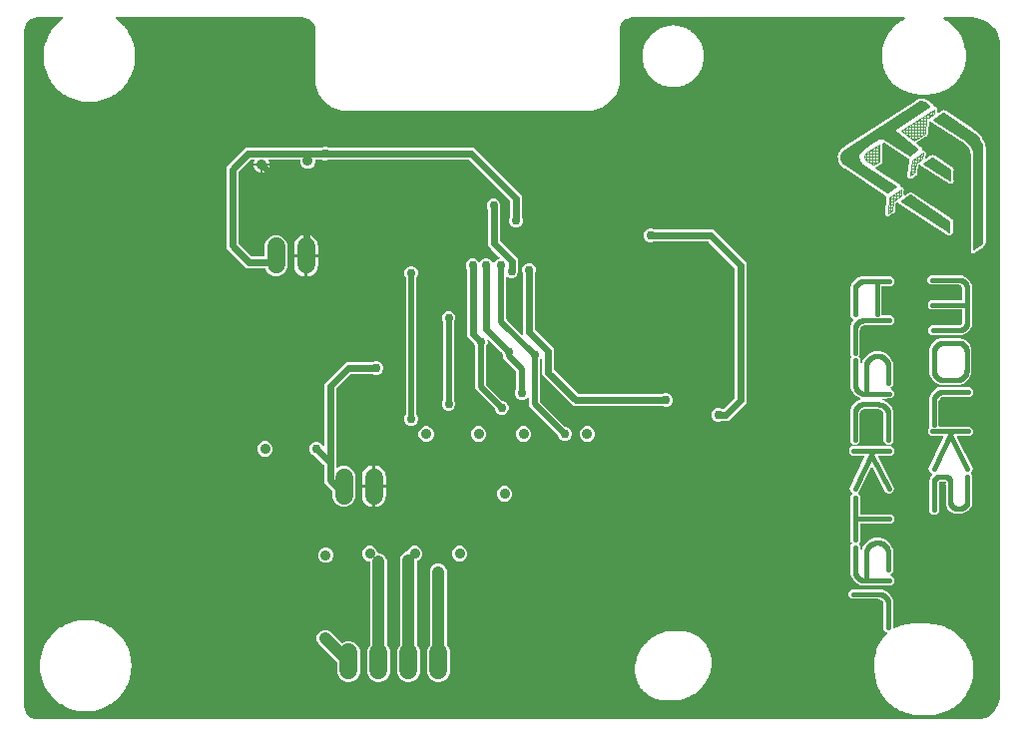
<source format=gbr>
G04 EAGLE Gerber RS-274X export*
G75*
%MOMM*%
%FSLAX34Y34*%
%LPD*%
%INBottom Copper*%
%IPPOS*%
%AMOC8*
5,1,8,0,0,1.08239X$1,22.5*%
G01*
%ADD10C,1.524000*%
%ADD11C,0.889000*%
%ADD12C,0.076200*%
%ADD13C,0.406400*%
%ADD14C,0.756400*%
%ADD15C,0.508000*%
%ADD16C,0.609600*%
%ADD17C,1.016000*%

G36*
X923944Y90936D02*
X923944Y90936D01*
X923975Y90934D01*
X926511Y91101D01*
X926534Y91106D01*
X926658Y91125D01*
X931558Y92438D01*
X931572Y92444D01*
X931588Y92446D01*
X931742Y92514D01*
X936134Y95050D01*
X936147Y95060D01*
X936161Y95066D01*
X936292Y95171D01*
X939879Y98758D01*
X939888Y98771D01*
X939901Y98780D01*
X939961Y98862D01*
X939976Y98878D01*
X939982Y98891D01*
X940000Y98916D01*
X942536Y103308D01*
X942542Y103323D01*
X942551Y103336D01*
X942612Y103492D01*
X943925Y108392D01*
X943927Y108416D01*
X943949Y108539D01*
X944116Y111075D01*
X944114Y111094D01*
X944117Y111125D01*
X944117Y663575D01*
X944114Y663594D01*
X944116Y663625D01*
X943922Y666575D01*
X943917Y666599D01*
X943898Y666723D01*
X942371Y672423D01*
X942364Y672437D01*
X942362Y672453D01*
X942294Y672607D01*
X939344Y677717D01*
X939334Y677730D01*
X939328Y677744D01*
X939223Y677875D01*
X935050Y682048D01*
X935037Y682057D01*
X935027Y682069D01*
X934892Y682169D01*
X929782Y685119D01*
X929767Y685125D01*
X929754Y685135D01*
X929598Y685196D01*
X923898Y686723D01*
X923874Y686725D01*
X923750Y686747D01*
X920800Y686941D01*
X920781Y686939D01*
X920750Y686942D01*
X896500Y686942D01*
X896444Y686933D01*
X896387Y686934D01*
X896323Y686913D01*
X896257Y686903D01*
X896207Y686876D01*
X896153Y686858D01*
X896099Y686819D01*
X896040Y686787D01*
X896001Y686746D01*
X895955Y686712D01*
X895917Y686658D01*
X895871Y686609D01*
X895847Y686557D01*
X895814Y686511D01*
X895795Y686447D01*
X895767Y686386D01*
X895761Y686329D01*
X895745Y686275D01*
X895747Y686208D01*
X895740Y686142D01*
X895752Y686086D01*
X895754Y686029D01*
X895778Y685967D01*
X895792Y685901D01*
X895821Y685852D01*
X895842Y685799D01*
X895884Y685747D01*
X895918Y685690D01*
X895962Y685653D01*
X895998Y685609D01*
X896082Y685551D01*
X896105Y685530D01*
X896118Y685525D01*
X896135Y685513D01*
X898277Y684343D01*
X898312Y684331D01*
X898344Y684311D01*
X898428Y684290D01*
X898509Y684262D01*
X898520Y684262D01*
X898727Y684107D01*
X898756Y684092D01*
X898795Y684064D01*
X898803Y684057D01*
X898808Y684055D01*
X898818Y684048D01*
X899046Y683923D01*
X899052Y683911D01*
X899078Y683884D01*
X899098Y683852D01*
X899220Y683737D01*
X902397Y681359D01*
X902430Y681342D01*
X902458Y681318D01*
X902539Y681285D01*
X902615Y681245D01*
X902625Y681244D01*
X902808Y681061D01*
X902835Y681042D01*
X902890Y680990D01*
X903098Y680834D01*
X903103Y680821D01*
X903125Y680790D01*
X903139Y680756D01*
X903244Y680625D01*
X906050Y677819D01*
X906081Y677797D01*
X906105Y677769D01*
X906180Y677726D01*
X906250Y677675D01*
X906260Y677672D01*
X906415Y677465D01*
X906439Y677443D01*
X906486Y677383D01*
X906670Y677199D01*
X906672Y677185D01*
X906689Y677153D01*
X906699Y677117D01*
X906784Y676972D01*
X909162Y673795D01*
X909189Y673769D01*
X909210Y673738D01*
X909277Y673684D01*
X909340Y673625D01*
X909349Y673620D01*
X909473Y673393D01*
X909493Y673367D01*
X909532Y673302D01*
X909687Y673094D01*
X909688Y673080D01*
X909700Y673044D01*
X909705Y673007D01*
X909768Y672852D01*
X911670Y669369D01*
X911693Y669340D01*
X911709Y669306D01*
X911768Y669243D01*
X911822Y669175D01*
X911830Y669169D01*
X911920Y668927D01*
X911937Y668899D01*
X911965Y668828D01*
X912090Y668600D01*
X912088Y668586D01*
X912096Y668549D01*
X912095Y668512D01*
X912136Y668350D01*
X913523Y664631D01*
X913541Y664599D01*
X913552Y664563D01*
X913602Y664493D01*
X913645Y664418D01*
X913652Y664411D01*
X913707Y664158D01*
X913719Y664128D01*
X913738Y664054D01*
X913829Y663810D01*
X913825Y663797D01*
X913827Y663760D01*
X913821Y663723D01*
X913838Y663556D01*
X914682Y659678D01*
X914696Y659643D01*
X914701Y659607D01*
X914741Y659530D01*
X914772Y659449D01*
X914779Y659441D01*
X914798Y659183D01*
X914805Y659151D01*
X914813Y659076D01*
X914868Y658822D01*
X914863Y658809D01*
X914859Y658772D01*
X914848Y658736D01*
X914841Y658569D01*
X915125Y654610D01*
X915133Y654574D01*
X915133Y654537D01*
X915162Y654455D01*
X915182Y654371D01*
X915187Y654362D01*
X915169Y654104D01*
X915172Y654072D01*
X915169Y653996D01*
X915187Y653736D01*
X915180Y653724D01*
X915171Y653688D01*
X915155Y653655D01*
X915125Y653490D01*
X914874Y649983D01*
X914877Y649946D01*
X914872Y649909D01*
X914888Y649824D01*
X914896Y649738D01*
X914900Y649729D01*
X914845Y649476D01*
X914844Y649443D01*
X914830Y649368D01*
X914811Y649109D01*
X914802Y649098D01*
X914789Y649064D01*
X914768Y649033D01*
X914714Y648874D01*
X913967Y645438D01*
X913965Y645401D01*
X913955Y645365D01*
X913959Y645279D01*
X913954Y645193D01*
X913957Y645183D01*
X913867Y644941D01*
X913860Y644909D01*
X913836Y644836D01*
X913781Y644582D01*
X913770Y644573D01*
X913752Y644540D01*
X913727Y644513D01*
X913651Y644363D01*
X912423Y641069D01*
X912415Y641033D01*
X912400Y640999D01*
X912392Y640913D01*
X912375Y640828D01*
X912376Y640818D01*
X912252Y640591D01*
X912242Y640560D01*
X912207Y640492D01*
X912117Y640248D01*
X912105Y640241D01*
X912082Y640211D01*
X912053Y640187D01*
X911957Y640050D01*
X910272Y636964D01*
X910260Y636929D01*
X910240Y636898D01*
X910220Y636814D01*
X910191Y636732D01*
X910191Y636722D01*
X910036Y636515D01*
X910021Y636486D01*
X909977Y636423D01*
X909852Y636195D01*
X909840Y636189D01*
X909813Y636163D01*
X909781Y636144D01*
X909666Y636021D01*
X907560Y633207D01*
X907542Y633174D01*
X907518Y633146D01*
X907486Y633065D01*
X907446Y632989D01*
X907444Y632979D01*
X907262Y632796D01*
X907242Y632769D01*
X907190Y632714D01*
X907035Y632506D01*
X907021Y632502D01*
X906991Y632480D01*
X906957Y632465D01*
X906826Y632360D01*
X904340Y629874D01*
X904318Y629844D01*
X904290Y629819D01*
X904247Y629745D01*
X904196Y629675D01*
X904193Y629665D01*
X903986Y629510D01*
X903963Y629486D01*
X903904Y629438D01*
X903720Y629255D01*
X903706Y629252D01*
X903673Y629235D01*
X903637Y629225D01*
X903493Y629140D01*
X900679Y627034D01*
X900653Y627007D01*
X900621Y626986D01*
X900568Y626919D01*
X900508Y626856D01*
X900504Y626847D01*
X900277Y626723D01*
X900251Y626703D01*
X900185Y626664D01*
X899977Y626509D01*
X899963Y626508D01*
X899928Y626496D01*
X899891Y626491D01*
X899736Y626428D01*
X896650Y624743D01*
X896621Y624720D01*
X896587Y624704D01*
X896524Y624645D01*
X896456Y624592D01*
X896450Y624583D01*
X896208Y624493D01*
X896180Y624477D01*
X896109Y624448D01*
X895881Y624323D01*
X895867Y624325D01*
X895831Y624317D01*
X895793Y624318D01*
X895631Y624277D01*
X892337Y623049D01*
X892304Y623030D01*
X892269Y623019D01*
X892198Y622970D01*
X892123Y622927D01*
X892116Y622919D01*
X891864Y622864D01*
X891833Y622852D01*
X891759Y622833D01*
X891516Y622743D01*
X891502Y622746D01*
X891465Y622744D01*
X891428Y622750D01*
X891262Y622733D01*
X887826Y621986D01*
X887792Y621972D01*
X887755Y621966D01*
X887678Y621927D01*
X887598Y621895D01*
X887590Y621889D01*
X887332Y621870D01*
X887300Y621863D01*
X887224Y621855D01*
X886970Y621799D01*
X886957Y621805D01*
X886920Y621808D01*
X886885Y621820D01*
X886717Y621826D01*
X883271Y621580D01*
X883209Y621565D01*
X883145Y621560D01*
X883092Y621537D01*
X882704Y621537D01*
X882684Y621534D01*
X882650Y621535D01*
X882274Y621508D01*
X882248Y621519D01*
X882163Y621528D01*
X882131Y621536D01*
X882113Y621534D01*
X882082Y621537D01*
X876868Y621537D01*
X876805Y621527D01*
X876740Y621526D01*
X876686Y621508D01*
X876300Y621535D01*
X876280Y621533D01*
X876245Y621537D01*
X875868Y621537D01*
X875844Y621549D01*
X875760Y621565D01*
X875728Y621575D01*
X875709Y621574D01*
X875679Y621580D01*
X872233Y621826D01*
X872196Y621823D01*
X872159Y621828D01*
X872074Y621812D01*
X871988Y621804D01*
X871979Y621800D01*
X871726Y621855D01*
X871693Y621856D01*
X871618Y621870D01*
X871359Y621889D01*
X871348Y621898D01*
X871314Y621911D01*
X871283Y621932D01*
X871124Y621986D01*
X867688Y622733D01*
X867651Y622735D01*
X867616Y622745D01*
X867529Y622741D01*
X867443Y622746D01*
X867433Y622743D01*
X867191Y622833D01*
X867159Y622840D01*
X867086Y622864D01*
X866832Y622919D01*
X866823Y622930D01*
X866791Y622948D01*
X866763Y622973D01*
X866613Y623049D01*
X863319Y624277D01*
X863283Y624284D01*
X863249Y624300D01*
X863163Y624308D01*
X863078Y624325D01*
X863068Y624324D01*
X862841Y624448D01*
X862810Y624458D01*
X862742Y624493D01*
X862498Y624583D01*
X862491Y624595D01*
X862461Y624618D01*
X862437Y624647D01*
X862300Y624743D01*
X859214Y626428D01*
X859179Y626440D01*
X859148Y626460D01*
X859064Y626480D01*
X858982Y626509D01*
X858972Y626509D01*
X858765Y626664D01*
X858736Y626679D01*
X858674Y626723D01*
X858445Y626848D01*
X858439Y626860D01*
X858413Y626887D01*
X858394Y626919D01*
X858271Y627034D01*
X855457Y629140D01*
X855424Y629158D01*
X855396Y629182D01*
X855315Y629214D01*
X855239Y629254D01*
X855229Y629256D01*
X855046Y629438D01*
X855019Y629458D01*
X854964Y629510D01*
X854756Y629665D01*
X854751Y629679D01*
X854729Y629709D01*
X854715Y629743D01*
X854610Y629874D01*
X852124Y632360D01*
X852094Y632382D01*
X852069Y632410D01*
X851995Y632453D01*
X851925Y632504D01*
X851915Y632507D01*
X851760Y632714D01*
X851736Y632737D01*
X851688Y632796D01*
X851505Y632980D01*
X851502Y632994D01*
X851485Y633027D01*
X851475Y633063D01*
X851390Y633207D01*
X849284Y636021D01*
X849257Y636047D01*
X849236Y636079D01*
X849169Y636132D01*
X849106Y636192D01*
X849097Y636196D01*
X848973Y636424D01*
X848953Y636449D01*
X848914Y636515D01*
X848759Y636723D01*
X848758Y636737D01*
X848746Y636772D01*
X848741Y636809D01*
X848678Y636964D01*
X846993Y640050D01*
X846970Y640079D01*
X846954Y640113D01*
X846895Y640176D01*
X846842Y640244D01*
X846833Y640250D01*
X846743Y640492D01*
X846726Y640520D01*
X846698Y640591D01*
X846573Y640819D01*
X846575Y640833D01*
X846567Y640869D01*
X846568Y640907D01*
X846527Y641069D01*
X845299Y644363D01*
X845280Y644396D01*
X845269Y644431D01*
X845220Y644502D01*
X845177Y644577D01*
X845169Y644584D01*
X845114Y644836D01*
X845102Y644867D01*
X845083Y644941D01*
X844993Y645184D01*
X844996Y645198D01*
X844994Y645235D01*
X845000Y645272D01*
X844983Y645438D01*
X844236Y648874D01*
X844222Y648908D01*
X844216Y648945D01*
X844177Y649022D01*
X844145Y649102D01*
X844139Y649110D01*
X844120Y649368D01*
X844113Y649400D01*
X844105Y649476D01*
X844049Y649730D01*
X844055Y649743D01*
X844058Y649780D01*
X844070Y649815D01*
X844076Y649983D01*
X843825Y653490D01*
X843817Y653526D01*
X843817Y653563D01*
X843788Y653645D01*
X843768Y653729D01*
X843763Y653738D01*
X843781Y653996D01*
X843778Y654028D01*
X843781Y654104D01*
X843763Y654364D01*
X843770Y654376D01*
X843779Y654412D01*
X843795Y654445D01*
X843825Y654610D01*
X844109Y658569D01*
X844105Y658606D01*
X844110Y658643D01*
X844094Y658728D01*
X844086Y658814D01*
X844082Y658823D01*
X844137Y659076D01*
X844139Y659108D01*
X844152Y659183D01*
X844171Y659443D01*
X844180Y659454D01*
X844194Y659488D01*
X844215Y659519D01*
X844268Y659678D01*
X845112Y663556D01*
X845114Y663593D01*
X845124Y663629D01*
X845120Y663715D01*
X845124Y663802D01*
X845122Y663812D01*
X845212Y664054D01*
X845218Y664086D01*
X845243Y664158D01*
X845298Y664412D01*
X845308Y664422D01*
X845327Y664454D01*
X845352Y664482D01*
X845427Y664631D01*
X846814Y668350D01*
X846821Y668386D01*
X846837Y668420D01*
X846845Y668506D01*
X846862Y668591D01*
X846860Y668601D01*
X846985Y668828D01*
X846995Y668859D01*
X847030Y668927D01*
X847120Y669171D01*
X847132Y669178D01*
X847155Y669208D01*
X847184Y669232D01*
X847280Y669369D01*
X849182Y672852D01*
X849194Y672887D01*
X849214Y672919D01*
X849235Y673003D01*
X849263Y673084D01*
X849263Y673095D01*
X849418Y673302D01*
X849433Y673331D01*
X849477Y673393D01*
X849602Y673621D01*
X849614Y673627D01*
X849641Y673653D01*
X849673Y673673D01*
X849788Y673795D01*
X852166Y676972D01*
X852183Y677005D01*
X852207Y677033D01*
X852240Y677114D01*
X852280Y677190D01*
X852281Y677200D01*
X852464Y677383D01*
X852483Y677410D01*
X852535Y677465D01*
X852691Y677673D01*
X852704Y677678D01*
X852735Y677700D01*
X852769Y677714D01*
X852900Y677819D01*
X855706Y680625D01*
X855728Y680656D01*
X855756Y680680D01*
X855799Y680755D01*
X855850Y680825D01*
X855853Y680835D01*
X856060Y680990D01*
X856082Y681014D01*
X856142Y681061D01*
X856326Y681245D01*
X856340Y681247D01*
X856372Y681264D01*
X856408Y681274D01*
X856553Y681359D01*
X859730Y683737D01*
X859756Y683764D01*
X859787Y683785D01*
X859841Y683852D01*
X859900Y683915D01*
X859905Y683924D01*
X860132Y684048D01*
X860158Y684068D01*
X860223Y684107D01*
X860431Y684262D01*
X860445Y684263D01*
X860481Y684275D01*
X860518Y684280D01*
X860673Y684343D01*
X862815Y685513D01*
X862860Y685548D01*
X862910Y685575D01*
X862956Y685623D01*
X863009Y685664D01*
X863040Y685712D01*
X863079Y685753D01*
X863107Y685813D01*
X863144Y685869D01*
X863159Y685924D01*
X863183Y685976D01*
X863190Y686042D01*
X863208Y686107D01*
X863204Y686164D01*
X863210Y686220D01*
X863196Y686286D01*
X863192Y686352D01*
X863170Y686405D01*
X863158Y686461D01*
X863124Y686518D01*
X863098Y686580D01*
X863061Y686623D01*
X863032Y686672D01*
X862981Y686715D01*
X862937Y686766D01*
X862888Y686795D01*
X862845Y686832D01*
X862783Y686857D01*
X862725Y686891D01*
X862669Y686902D01*
X862617Y686924D01*
X862515Y686935D01*
X862485Y686941D01*
X862471Y686940D01*
X862450Y686942D01*
X631825Y686942D01*
X631803Y686939D01*
X631765Y686940D01*
X630216Y686818D01*
X630210Y686817D01*
X630204Y686817D01*
X630040Y686783D01*
X627093Y685825D01*
X627061Y685809D01*
X627026Y685800D01*
X626880Y685717D01*
X624373Y683895D01*
X624348Y683870D01*
X624317Y683851D01*
X624205Y683727D01*
X622383Y681220D01*
X622367Y681188D01*
X622344Y681160D01*
X622275Y681007D01*
X621317Y678060D01*
X621316Y678054D01*
X621314Y678049D01*
X621282Y677884D01*
X621160Y676335D01*
X621162Y676313D01*
X621158Y676275D01*
X621158Y630655D01*
X618472Y622390D01*
X613365Y615360D01*
X606335Y610253D01*
X598070Y607567D01*
X386180Y607567D01*
X377915Y610253D01*
X370885Y615360D01*
X365778Y622390D01*
X363092Y630655D01*
X363092Y676275D01*
X363089Y676297D01*
X363090Y676335D01*
X362968Y677884D01*
X362967Y677890D01*
X362967Y677896D01*
X362933Y678060D01*
X361975Y681007D01*
X361959Y681039D01*
X361950Y681074D01*
X361867Y681220D01*
X360045Y683727D01*
X360020Y683752D01*
X360001Y683783D01*
X359877Y683895D01*
X357370Y685717D01*
X357338Y685733D01*
X357310Y685756D01*
X357158Y685825D01*
X354210Y686783D01*
X354204Y686784D01*
X354199Y686786D01*
X354034Y686818D01*
X352485Y686940D01*
X352463Y686938D01*
X352425Y686942D01*
X194486Y686942D01*
X194483Y686942D01*
X194481Y686942D01*
X194361Y686922D01*
X194243Y686903D01*
X194241Y686901D01*
X194238Y686901D01*
X194129Y686842D01*
X194025Y686787D01*
X194024Y686786D01*
X194021Y686784D01*
X193937Y686694D01*
X193856Y686609D01*
X193855Y686607D01*
X193853Y686605D01*
X193803Y686495D01*
X193752Y686386D01*
X193752Y686384D01*
X193751Y686381D01*
X193738Y686260D01*
X193725Y686142D01*
X193726Y686139D01*
X193726Y686137D01*
X193752Y686019D01*
X193778Y685901D01*
X193779Y685899D01*
X193779Y685897D01*
X193842Y685793D01*
X193904Y685690D01*
X193906Y685688D01*
X193907Y685686D01*
X194029Y685572D01*
X196451Y683759D01*
X196484Y683741D01*
X196513Y683717D01*
X196593Y683685D01*
X196669Y683645D01*
X196680Y683643D01*
X196862Y683461D01*
X196889Y683441D01*
X196944Y683389D01*
X197153Y683234D01*
X197157Y683220D01*
X197179Y683190D01*
X197193Y683156D01*
X197298Y683025D01*
X200425Y679898D01*
X200455Y679876D01*
X200480Y679848D01*
X200554Y679805D01*
X200624Y679755D01*
X200634Y679752D01*
X200789Y679545D01*
X200813Y679522D01*
X200861Y679462D01*
X201044Y679279D01*
X201047Y679265D01*
X201064Y679232D01*
X201074Y679196D01*
X201159Y679051D01*
X203808Y675512D01*
X203835Y675486D01*
X203856Y675454D01*
X203923Y675401D01*
X203986Y675341D01*
X203995Y675337D01*
X204119Y675110D01*
X204139Y675084D01*
X204178Y675018D01*
X204333Y674810D01*
X204334Y674796D01*
X204346Y674761D01*
X204351Y674724D01*
X204414Y674569D01*
X206533Y670688D01*
X206556Y670659D01*
X206572Y670625D01*
X206631Y670562D01*
X206685Y670494D01*
X206693Y670488D01*
X206784Y670246D01*
X206800Y670218D01*
X206829Y670147D01*
X206953Y669919D01*
X206951Y669905D01*
X206959Y669868D01*
X206958Y669831D01*
X206999Y669669D01*
X208544Y665526D01*
X208563Y665493D01*
X208573Y665458D01*
X208623Y665387D01*
X208666Y665312D01*
X208674Y665305D01*
X208729Y665053D01*
X208741Y665022D01*
X208759Y664948D01*
X208850Y664705D01*
X208847Y664691D01*
X208849Y664654D01*
X208842Y664617D01*
X208860Y664451D01*
X209800Y660130D01*
X209813Y660095D01*
X209819Y660058D01*
X209858Y659982D01*
X209890Y659901D01*
X209897Y659893D01*
X209915Y659635D01*
X209923Y659603D01*
X209931Y659528D01*
X209986Y659274D01*
X209980Y659261D01*
X209977Y659224D01*
X209966Y659188D01*
X209959Y659021D01*
X210275Y654610D01*
X210283Y654574D01*
X210283Y654537D01*
X210312Y654455D01*
X210332Y654371D01*
X210337Y654362D01*
X210319Y654104D01*
X210322Y654072D01*
X210319Y653996D01*
X210337Y653736D01*
X210330Y653724D01*
X210321Y653688D01*
X210305Y653655D01*
X210275Y653490D01*
X209959Y649079D01*
X209963Y649042D01*
X209957Y649005D01*
X209974Y648920D01*
X209981Y648834D01*
X209986Y648825D01*
X209931Y648572D01*
X209929Y648540D01*
X209915Y648465D01*
X209897Y648205D01*
X209888Y648195D01*
X209874Y648160D01*
X209853Y648129D01*
X209800Y647970D01*
X208860Y643649D01*
X208858Y643612D01*
X208848Y643576D01*
X208852Y643490D01*
X208847Y643404D01*
X208850Y643394D01*
X208759Y643152D01*
X208753Y643120D01*
X208729Y643047D01*
X208674Y642793D01*
X208663Y642784D01*
X208645Y642752D01*
X208620Y642724D01*
X208544Y642574D01*
X206999Y638431D01*
X206992Y638395D01*
X206976Y638361D01*
X206968Y638275D01*
X206951Y638190D01*
X206953Y638180D01*
X206829Y637953D01*
X206818Y637922D01*
X206784Y637854D01*
X206693Y637611D01*
X206681Y637603D01*
X206658Y637573D01*
X206629Y637549D01*
X206533Y637412D01*
X204414Y633531D01*
X204402Y633496D01*
X204382Y633465D01*
X204361Y633381D01*
X204333Y633299D01*
X204333Y633289D01*
X204178Y633082D01*
X204163Y633053D01*
X204119Y632990D01*
X203994Y632762D01*
X203982Y632756D01*
X203955Y632730D01*
X203923Y632711D01*
X203808Y632588D01*
X201159Y629049D01*
X201141Y629016D01*
X201117Y628987D01*
X201085Y628907D01*
X201045Y628831D01*
X201043Y628820D01*
X200861Y628638D01*
X200841Y628611D01*
X200789Y628556D01*
X200634Y628347D01*
X200620Y628343D01*
X200590Y628321D01*
X200556Y628307D01*
X200425Y628202D01*
X197298Y625075D01*
X197276Y625045D01*
X197248Y625020D01*
X197205Y624946D01*
X197155Y624876D01*
X197152Y624866D01*
X196944Y624711D01*
X196922Y624687D01*
X196862Y624639D01*
X196679Y624456D01*
X196665Y624453D01*
X196632Y624436D01*
X196596Y624426D01*
X196451Y624341D01*
X192912Y621692D01*
X192886Y621665D01*
X192854Y621644D01*
X192801Y621577D01*
X192741Y621514D01*
X192737Y621505D01*
X192510Y621381D01*
X192484Y621361D01*
X192418Y621322D01*
X192210Y621167D01*
X192196Y621166D01*
X192161Y621154D01*
X192124Y621149D01*
X191969Y621086D01*
X188088Y618967D01*
X188059Y618944D01*
X188025Y618928D01*
X187962Y618869D01*
X187894Y618816D01*
X187888Y618807D01*
X187646Y618716D01*
X187618Y618700D01*
X187547Y618671D01*
X187319Y618547D01*
X187305Y618549D01*
X187269Y618541D01*
X187231Y618542D01*
X187069Y618501D01*
X182926Y616956D01*
X182893Y616937D01*
X182858Y616927D01*
X182787Y616877D01*
X182712Y616834D01*
X182705Y616826D01*
X182453Y616771D01*
X182422Y616759D01*
X182348Y616741D01*
X182105Y616650D01*
X182091Y616653D01*
X182054Y616651D01*
X182017Y616658D01*
X181851Y616640D01*
X177530Y615700D01*
X177495Y615687D01*
X177458Y615681D01*
X177382Y615642D01*
X177301Y615610D01*
X177293Y615603D01*
X177035Y615585D01*
X177003Y615577D01*
X176928Y615569D01*
X176674Y615514D01*
X176661Y615520D01*
X176624Y615523D01*
X176588Y615534D01*
X176421Y615541D01*
X172010Y615225D01*
X171974Y615217D01*
X171937Y615217D01*
X171855Y615188D01*
X171771Y615168D01*
X171762Y615163D01*
X171504Y615181D01*
X171472Y615178D01*
X171396Y615181D01*
X171136Y615163D01*
X171124Y615170D01*
X171088Y615179D01*
X171055Y615195D01*
X170890Y615225D01*
X166479Y615541D01*
X166442Y615537D01*
X166405Y615543D01*
X166320Y615526D01*
X166234Y615519D01*
X166225Y615514D01*
X165972Y615569D01*
X165940Y615571D01*
X165865Y615585D01*
X165605Y615603D01*
X165595Y615612D01*
X165560Y615626D01*
X165529Y615647D01*
X165370Y615700D01*
X163180Y616177D01*
X161049Y616640D01*
X161012Y616642D01*
X160976Y616652D01*
X160890Y616648D01*
X160804Y616653D01*
X160794Y616650D01*
X160552Y616741D01*
X160520Y616747D01*
X160447Y616771D01*
X160193Y616826D01*
X160184Y616837D01*
X160152Y616855D01*
X160124Y616880D01*
X159974Y616956D01*
X155831Y618501D01*
X155795Y618508D01*
X155761Y618524D01*
X155675Y618532D01*
X155590Y618549D01*
X155580Y618547D01*
X155353Y618671D01*
X155322Y618682D01*
X155254Y618716D01*
X155011Y618807D01*
X155003Y618819D01*
X154973Y618842D01*
X154949Y618871D01*
X154812Y618967D01*
X150931Y621086D01*
X150896Y621098D01*
X150865Y621118D01*
X150781Y621139D01*
X150699Y621167D01*
X150689Y621167D01*
X150482Y621322D01*
X150453Y621337D01*
X150390Y621381D01*
X150162Y621506D01*
X150156Y621518D01*
X150130Y621545D01*
X150111Y621577D01*
X149988Y621692D01*
X146449Y624341D01*
X146416Y624359D01*
X146387Y624383D01*
X146307Y624415D01*
X146231Y624455D01*
X146220Y624457D01*
X146038Y624639D01*
X146011Y624659D01*
X145955Y624711D01*
X145747Y624866D01*
X145743Y624880D01*
X145721Y624910D01*
X145707Y624944D01*
X145602Y625075D01*
X142475Y628202D01*
X142445Y628224D01*
X142420Y628252D01*
X142346Y628295D01*
X142276Y628345D01*
X142266Y628348D01*
X142111Y628555D01*
X142087Y628578D01*
X142039Y628638D01*
X141856Y628821D01*
X141853Y628835D01*
X141836Y628868D01*
X141826Y628904D01*
X141741Y629049D01*
X139092Y632588D01*
X139065Y632614D01*
X139044Y632646D01*
X138977Y632699D01*
X138914Y632759D01*
X138905Y632763D01*
X138781Y632990D01*
X138761Y633016D01*
X138722Y633082D01*
X138567Y633290D01*
X138566Y633304D01*
X138554Y633339D01*
X138549Y633376D01*
X138486Y633531D01*
X136367Y637412D01*
X136344Y637441D01*
X136328Y637475D01*
X136269Y637538D01*
X136215Y637606D01*
X136207Y637612D01*
X136116Y637854D01*
X136100Y637882D01*
X136071Y637953D01*
X135947Y638181D01*
X135949Y638195D01*
X135941Y638232D01*
X135942Y638269D01*
X135901Y638431D01*
X134356Y642574D01*
X134337Y642607D01*
X134327Y642642D01*
X134277Y642713D01*
X134234Y642788D01*
X134226Y642795D01*
X134171Y643047D01*
X134159Y643078D01*
X134141Y643152D01*
X134050Y643395D01*
X134053Y643409D01*
X134051Y643446D01*
X134058Y643483D01*
X134040Y643649D01*
X133100Y647970D01*
X133087Y648005D01*
X133081Y648042D01*
X133042Y648118D01*
X133010Y648199D01*
X133003Y648207D01*
X132985Y648465D01*
X132977Y648497D01*
X132969Y648572D01*
X132914Y648826D01*
X132920Y648839D01*
X132923Y648876D01*
X132934Y648912D01*
X132941Y649079D01*
X132625Y653490D01*
X132617Y653526D01*
X132617Y653563D01*
X132588Y653645D01*
X132568Y653729D01*
X132563Y653738D01*
X132581Y653996D01*
X132578Y654028D01*
X132581Y654104D01*
X132563Y654364D01*
X132570Y654376D01*
X132579Y654412D01*
X132595Y654445D01*
X132625Y654610D01*
X132941Y659021D01*
X132937Y659058D01*
X132943Y659095D01*
X132926Y659180D01*
X132919Y659266D01*
X132914Y659275D01*
X132969Y659528D01*
X132971Y659560D01*
X132985Y659635D01*
X133003Y659895D01*
X133012Y659905D01*
X133026Y659940D01*
X133047Y659971D01*
X133100Y660130D01*
X134040Y664451D01*
X134042Y664488D01*
X134052Y664524D01*
X134048Y664610D01*
X134053Y664696D01*
X134050Y664706D01*
X134141Y664948D01*
X134147Y664980D01*
X134171Y665053D01*
X134226Y665307D01*
X134237Y665316D01*
X134255Y665348D01*
X134280Y665376D01*
X134356Y665526D01*
X135901Y669669D01*
X135908Y669705D01*
X135924Y669739D01*
X135932Y669825D01*
X135949Y669910D01*
X135947Y669920D01*
X136071Y670147D01*
X136082Y670178D01*
X136116Y670246D01*
X136207Y670489D01*
X136219Y670497D01*
X136242Y670527D01*
X136271Y670551D01*
X136367Y670688D01*
X138486Y674569D01*
X138498Y674604D01*
X138518Y674635D01*
X138539Y674719D01*
X138567Y674801D01*
X138567Y674811D01*
X138722Y675018D01*
X138737Y675047D01*
X138781Y675110D01*
X138906Y675338D01*
X138918Y675344D01*
X138945Y675370D01*
X138977Y675389D01*
X139092Y675512D01*
X141741Y679051D01*
X141759Y679084D01*
X141783Y679113D01*
X141815Y679193D01*
X141855Y679269D01*
X141857Y679280D01*
X142039Y679462D01*
X142059Y679489D01*
X142111Y679544D01*
X142266Y679753D01*
X142280Y679757D01*
X142310Y679779D01*
X142344Y679793D01*
X142475Y679898D01*
X145602Y683025D01*
X145624Y683055D01*
X145652Y683080D01*
X145695Y683154D01*
X145745Y683224D01*
X145748Y683234D01*
X145955Y683389D01*
X145978Y683413D01*
X146038Y683461D01*
X146221Y683644D01*
X146235Y683647D01*
X146268Y683664D01*
X146304Y683674D01*
X146449Y683759D01*
X148871Y685572D01*
X148872Y685573D01*
X148875Y685575D01*
X148958Y685662D01*
X149041Y685749D01*
X149042Y685751D01*
X149044Y685753D01*
X149095Y685862D01*
X149146Y685971D01*
X149147Y685974D01*
X149148Y685976D01*
X149161Y686095D01*
X149175Y686216D01*
X149174Y686218D01*
X149175Y686220D01*
X149149Y686339D01*
X149124Y686456D01*
X149123Y686458D01*
X149122Y686461D01*
X149061Y686564D01*
X148999Y686668D01*
X148998Y686670D01*
X148996Y686672D01*
X148904Y686751D01*
X148814Y686829D01*
X148811Y686830D01*
X148809Y686832D01*
X148696Y686878D01*
X148586Y686923D01*
X148584Y686923D01*
X148581Y686924D01*
X148414Y686942D01*
X127000Y686942D01*
X126978Y686939D01*
X126940Y686940D01*
X125391Y686818D01*
X125385Y686817D01*
X125379Y686817D01*
X125215Y686783D01*
X122268Y685825D01*
X122236Y685809D01*
X122201Y685800D01*
X122055Y685717D01*
X119548Y683895D01*
X119523Y683870D01*
X119492Y683851D01*
X119380Y683727D01*
X117558Y681220D01*
X117542Y681188D01*
X117519Y681160D01*
X117450Y681007D01*
X116492Y678060D01*
X116491Y678054D01*
X116489Y678049D01*
X116457Y677884D01*
X116335Y676335D01*
X116337Y676313D01*
X116333Y676275D01*
X116333Y101600D01*
X116336Y101578D01*
X116336Y101562D01*
X116335Y101551D01*
X116335Y101547D01*
X116335Y101540D01*
X116457Y99991D01*
X116458Y99985D01*
X116458Y99979D01*
X116492Y99815D01*
X117450Y96868D01*
X117466Y96836D01*
X117475Y96801D01*
X117558Y96655D01*
X119380Y94148D01*
X119405Y94123D01*
X119424Y94092D01*
X119548Y93980D01*
X122055Y92158D01*
X122087Y92142D01*
X122115Y92119D01*
X122268Y92050D01*
X125215Y91092D01*
X125221Y91091D01*
X125226Y91089D01*
X125391Y91057D01*
X126940Y90935D01*
X126962Y90937D01*
X127000Y90933D01*
X923925Y90933D01*
X923944Y90936D01*
G37*
%LPC*%
G36*
X573518Y327560D02*
X573518Y327560D01*
X571381Y328446D01*
X569746Y330081D01*
X568860Y332218D01*
X568860Y332408D01*
X568846Y332498D01*
X568838Y332589D01*
X568826Y332618D01*
X568821Y332650D01*
X568778Y332731D01*
X568742Y332815D01*
X568716Y332847D01*
X568705Y332868D01*
X568682Y332890D01*
X568637Y332946D01*
X544702Y356881D01*
X544702Y364080D01*
X544691Y364151D01*
X544689Y364223D01*
X544671Y364272D01*
X544663Y364323D01*
X544629Y364386D01*
X544604Y364454D01*
X544572Y364494D01*
X544547Y364540D01*
X544495Y364590D01*
X544451Y364646D01*
X544407Y364674D01*
X544369Y364710D01*
X544304Y364740D01*
X544244Y364779D01*
X544193Y364791D01*
X544146Y364813D01*
X544075Y364821D01*
X544005Y364839D01*
X543953Y364835D01*
X543902Y364840D01*
X543831Y364825D01*
X543760Y364820D01*
X543712Y364799D01*
X543661Y364788D01*
X543600Y364751D01*
X543534Y364723D01*
X543478Y364678D01*
X543450Y364662D01*
X543435Y364644D01*
X543403Y364618D01*
X541901Y363117D01*
X539764Y362231D01*
X537450Y362231D01*
X535313Y363117D01*
X533678Y364752D01*
X532792Y366889D01*
X532792Y369203D01*
X533595Y371141D01*
X533610Y371205D01*
X533635Y371266D01*
X533644Y371349D01*
X533651Y371381D01*
X533650Y371400D01*
X533653Y371433D01*
X533653Y386030D01*
X533639Y386120D01*
X533631Y386211D01*
X533619Y386240D01*
X533614Y386272D01*
X533571Y386353D01*
X533535Y386437D01*
X533509Y386469D01*
X533498Y386490D01*
X533475Y386512D01*
X533430Y386568D01*
X522477Y397521D01*
X522477Y399259D01*
X522475Y399271D01*
X522476Y399278D01*
X522468Y399318D01*
X522463Y399349D01*
X522455Y399440D01*
X522443Y399470D01*
X522438Y399502D01*
X522395Y399583D01*
X522359Y399666D01*
X522333Y399699D01*
X522322Y399719D01*
X522299Y399741D01*
X522254Y399797D01*
X522121Y399931D01*
X521235Y402068D01*
X521235Y402258D01*
X521221Y402348D01*
X521213Y402439D01*
X521201Y402468D01*
X521196Y402500D01*
X521153Y402581D01*
X521117Y402665D01*
X521091Y402697D01*
X521080Y402718D01*
X521057Y402740D01*
X521030Y402773D01*
X521029Y402775D01*
X521028Y402776D01*
X521012Y402796D01*
X510405Y413403D01*
X510326Y413460D01*
X510251Y413522D01*
X510227Y413531D01*
X510206Y413546D01*
X510113Y413575D01*
X510022Y413610D01*
X509995Y413611D01*
X509971Y413619D01*
X509873Y413616D01*
X509776Y413620D01*
X509751Y413613D01*
X509725Y413612D01*
X509633Y413579D01*
X509540Y413552D01*
X509518Y413537D01*
X509494Y413528D01*
X509417Y413467D01*
X509338Y413412D01*
X509322Y413391D01*
X509302Y413374D01*
X509249Y413292D01*
X509191Y413214D01*
X509183Y413189D01*
X509169Y413167D01*
X509145Y413073D01*
X509115Y412980D01*
X509115Y412954D01*
X509109Y412929D01*
X509116Y412832D01*
X509117Y412734D01*
X509126Y412703D01*
X509128Y412684D01*
X509141Y412653D01*
X509164Y412573D01*
X509243Y412383D01*
X509243Y410069D01*
X508357Y407932D01*
X508224Y407798D01*
X508171Y407724D01*
X508111Y407655D01*
X508099Y407625D01*
X508080Y407599D01*
X508053Y407512D01*
X508019Y407427D01*
X508015Y407386D01*
X508008Y407364D01*
X508009Y407331D01*
X508001Y407260D01*
X508001Y375462D01*
X508015Y375372D01*
X508023Y375281D01*
X508035Y375252D01*
X508040Y375220D01*
X508083Y375139D01*
X508119Y375055D01*
X508145Y375023D01*
X508156Y375002D01*
X508179Y374980D01*
X508224Y374924D01*
X521637Y361511D01*
X521711Y361458D01*
X521781Y361398D01*
X521811Y361386D01*
X521837Y361367D01*
X521924Y361340D01*
X522009Y361306D01*
X522050Y361302D01*
X522072Y361295D01*
X522104Y361296D01*
X522175Y361288D01*
X522365Y361288D01*
X524502Y360402D01*
X526137Y358767D01*
X527023Y356630D01*
X527023Y354316D01*
X526137Y352179D01*
X524502Y350544D01*
X522365Y349658D01*
X520051Y349658D01*
X517914Y350544D01*
X516279Y352179D01*
X515393Y354316D01*
X515393Y354506D01*
X515379Y354596D01*
X515371Y354687D01*
X515359Y354716D01*
X515354Y354748D01*
X515311Y354829D01*
X515275Y354913D01*
X515249Y354945D01*
X515238Y354966D01*
X515215Y354988D01*
X515170Y355044D01*
X498855Y371359D01*
X498855Y407260D01*
X498841Y407350D01*
X498833Y407441D01*
X498821Y407471D01*
X498816Y407503D01*
X498773Y407584D01*
X498737Y407667D01*
X498711Y407700D01*
X498700Y407720D01*
X498677Y407742D01*
X498632Y407798D01*
X498499Y407932D01*
X497613Y410069D01*
X497613Y410259D01*
X497599Y410349D01*
X497591Y410440D01*
X497579Y410469D01*
X497574Y410501D01*
X497531Y410582D01*
X497495Y410666D01*
X497469Y410698D01*
X497458Y410719D01*
X497435Y410741D01*
X497390Y410797D01*
X495393Y412794D01*
X495319Y412847D01*
X495249Y412907D01*
X495219Y412919D01*
X495193Y412938D01*
X495106Y412965D01*
X495021Y412999D01*
X494980Y413003D01*
X494958Y413010D01*
X494926Y413009D01*
X494855Y413017D01*
X494451Y413017D01*
X491475Y415993D01*
X491475Y473170D01*
X491465Y473235D01*
X491464Y473300D01*
X491441Y473380D01*
X491436Y473413D01*
X491426Y473430D01*
X491417Y473461D01*
X490741Y475093D01*
X490741Y477407D01*
X491627Y479544D01*
X493262Y481179D01*
X495399Y482065D01*
X497713Y482065D01*
X499850Y481179D01*
X501485Y479544D01*
X501575Y479328D01*
X501613Y479267D01*
X501642Y479202D01*
X501677Y479164D01*
X501704Y479119D01*
X501760Y479074D01*
X501808Y479021D01*
X501854Y478996D01*
X501894Y478963D01*
X501961Y478937D01*
X502024Y478902D01*
X502075Y478893D01*
X502123Y478874D01*
X502195Y478871D01*
X502266Y478859D01*
X502317Y478866D01*
X502369Y478864D01*
X502438Y478884D01*
X502509Y478894D01*
X502555Y478918D01*
X502605Y478932D01*
X502664Y478973D01*
X502728Y479006D01*
X502765Y479043D01*
X502807Y479073D01*
X502850Y479130D01*
X502900Y479182D01*
X502935Y479244D01*
X502954Y479270D01*
X502961Y479292D01*
X502981Y479328D01*
X503071Y479544D01*
X504706Y481179D01*
X506843Y482065D01*
X509157Y482065D01*
X511294Y481179D01*
X512929Y479544D01*
X513647Y477812D01*
X513684Y477751D01*
X513714Y477686D01*
X513749Y477648D01*
X513776Y477603D01*
X513832Y477557D01*
X513880Y477505D01*
X513926Y477480D01*
X513966Y477446D01*
X514033Y477421D01*
X514096Y477386D01*
X514147Y477377D01*
X514195Y477358D01*
X514267Y477355D01*
X514338Y477342D01*
X514389Y477350D01*
X514441Y477348D01*
X514510Y477368D01*
X514581Y477378D01*
X514627Y477402D01*
X514677Y477416D01*
X514736Y477457D01*
X514800Y477490D01*
X514837Y477527D01*
X514879Y477557D01*
X514922Y477614D01*
X514972Y477665D01*
X515007Y477728D01*
X515026Y477754D01*
X515033Y477776D01*
X515053Y477812D01*
X515771Y479544D01*
X517406Y481179D01*
X519097Y481880D01*
X519136Y481904D01*
X519179Y481920D01*
X519239Y481968D01*
X519306Y482009D01*
X519335Y482045D01*
X519371Y482073D01*
X519413Y482139D01*
X519462Y482199D01*
X519479Y482242D01*
X519504Y482280D01*
X519523Y482356D01*
X519551Y482428D01*
X519553Y482474D01*
X519564Y482519D01*
X519558Y482596D01*
X519561Y482674D01*
X519548Y482718D01*
X519545Y482764D01*
X519514Y482835D01*
X519493Y482910D01*
X519466Y482948D01*
X519448Y482990D01*
X519363Y483097D01*
X519352Y483112D01*
X519348Y483115D01*
X519344Y483121D01*
X512468Y489996D01*
X509269Y493195D01*
X509269Y523970D01*
X509259Y524035D01*
X509258Y524100D01*
X509235Y524180D01*
X509230Y524213D01*
X509220Y524230D01*
X509211Y524261D01*
X508535Y525893D01*
X508535Y528207D01*
X509421Y530344D01*
X511056Y531979D01*
X513193Y532865D01*
X515507Y532865D01*
X517644Y531979D01*
X519279Y530344D01*
X520165Y528207D01*
X520165Y525893D01*
X519489Y524261D01*
X519474Y524197D01*
X519449Y524137D01*
X519440Y524054D01*
X519433Y524022D01*
X519434Y524002D01*
X519431Y523970D01*
X519431Y497720D01*
X519445Y497630D01*
X519453Y497539D01*
X519465Y497509D01*
X519470Y497477D01*
X519513Y497396D01*
X519549Y497313D01*
X519575Y497280D01*
X519586Y497260D01*
X519609Y497238D01*
X519654Y497182D01*
X534671Y482165D01*
X534671Y474758D01*
X534681Y474693D01*
X534682Y474628D01*
X534705Y474548D01*
X534710Y474515D01*
X534720Y474498D01*
X534729Y474467D01*
X535405Y472835D01*
X535405Y470521D01*
X534519Y468384D01*
X532884Y466749D01*
X530747Y465863D01*
X528433Y465863D01*
X526325Y466736D01*
X526281Y466747D01*
X526239Y466766D01*
X526162Y466775D01*
X526086Y466793D01*
X526040Y466788D01*
X525995Y466793D01*
X525918Y466777D01*
X525841Y466770D01*
X525799Y466751D01*
X525754Y466741D01*
X525687Y466701D01*
X525616Y466670D01*
X525582Y466638D01*
X525543Y466615D01*
X525492Y466556D01*
X525435Y466503D01*
X525413Y466463D01*
X525383Y466428D01*
X525354Y466356D01*
X525317Y466288D01*
X525308Y466242D01*
X525291Y466200D01*
X525276Y466064D01*
X525273Y466046D01*
X525274Y466041D01*
X525273Y466033D01*
X525273Y430834D01*
X525287Y430744D01*
X525295Y430653D01*
X525307Y430624D01*
X525312Y430592D01*
X525355Y430511D01*
X525391Y430427D01*
X525417Y430395D01*
X525428Y430374D01*
X525451Y430352D01*
X525496Y430296D01*
X538196Y417596D01*
X538254Y417554D01*
X538306Y417505D01*
X538353Y417483D01*
X538395Y417453D01*
X538464Y417431D01*
X538529Y417401D01*
X538581Y417395D01*
X538631Y417380D01*
X538702Y417382D01*
X538773Y417374D01*
X538824Y417385D01*
X538876Y417387D01*
X538944Y417411D01*
X539014Y417426D01*
X539059Y417453D01*
X539107Y417471D01*
X539163Y417516D01*
X539225Y417553D01*
X539259Y417592D01*
X539299Y417625D01*
X539338Y417685D01*
X539385Y417739D01*
X539404Y417788D01*
X539432Y417832D01*
X539450Y417901D01*
X539477Y417968D01*
X539485Y418039D01*
X539493Y418070D01*
X539491Y418093D01*
X539495Y418134D01*
X539495Y469360D01*
X539485Y469425D01*
X539484Y469490D01*
X539461Y469570D01*
X539456Y469603D01*
X539446Y469620D01*
X539437Y469651D01*
X538761Y471283D01*
X538761Y473597D01*
X539647Y475734D01*
X541282Y477369D01*
X543419Y478255D01*
X545733Y478255D01*
X547870Y477369D01*
X549505Y475734D01*
X550391Y473597D01*
X550391Y471283D01*
X549715Y469651D01*
X549700Y469587D01*
X549675Y469527D01*
X549666Y469444D01*
X549659Y469412D01*
X549660Y469392D01*
X549657Y469360D01*
X549657Y422158D01*
X549671Y422068D01*
X549679Y421977D01*
X549691Y421947D01*
X549696Y421915D01*
X549739Y421835D01*
X549775Y421751D01*
X549801Y421719D01*
X549812Y421698D01*
X549835Y421676D01*
X549880Y421620D01*
X562686Y408814D01*
X565885Y405615D01*
X565885Y387766D01*
X565899Y387676D01*
X565907Y387585D01*
X565919Y387555D01*
X565924Y387523D01*
X565967Y387442D01*
X566003Y387359D01*
X566029Y387326D01*
X566040Y387306D01*
X566063Y387284D01*
X566108Y387228D01*
X586082Y367254D01*
X586155Y367201D01*
X586225Y367141D01*
X586255Y367129D01*
X586281Y367110D01*
X586368Y367083D01*
X586453Y367049D01*
X586494Y367045D01*
X586516Y367038D01*
X586549Y367039D01*
X586620Y367031D01*
X657320Y367031D01*
X657385Y367041D01*
X657450Y367042D01*
X657530Y367065D01*
X657563Y367070D01*
X657580Y367080D01*
X657611Y367089D01*
X659243Y367765D01*
X661557Y367765D01*
X663694Y366879D01*
X665329Y365244D01*
X666215Y363107D01*
X666215Y360793D01*
X665329Y358656D01*
X663694Y357021D01*
X661557Y356135D01*
X659243Y356135D01*
X657611Y356811D01*
X657547Y356826D01*
X657487Y356851D01*
X657404Y356860D01*
X657372Y356867D01*
X657352Y356866D01*
X657320Y356869D01*
X582095Y356869D01*
X555723Y383241D01*
X555723Y396596D01*
X555708Y396692D01*
X555698Y396789D01*
X555688Y396813D01*
X555684Y396839D01*
X555638Y396925D01*
X555598Y397014D01*
X555581Y397033D01*
X555568Y397056D01*
X555498Y397123D01*
X555432Y397195D01*
X555409Y397207D01*
X555390Y397225D01*
X555302Y397266D01*
X555216Y397313D01*
X555191Y397318D01*
X555167Y397329D01*
X555070Y397340D01*
X554974Y397357D01*
X554948Y397353D01*
X554923Y397356D01*
X554827Y397335D01*
X554731Y397321D01*
X554708Y397309D01*
X554682Y397304D01*
X554598Y397254D01*
X554512Y397210D01*
X554493Y397191D01*
X554471Y397178D01*
X554408Y397104D01*
X554340Y397034D01*
X554324Y397006D01*
X554311Y396991D01*
X554299Y396960D01*
X554259Y396887D01*
X554204Y396756D01*
X554071Y396622D01*
X554018Y396548D01*
X553958Y396479D01*
X553946Y396449D01*
X553927Y396423D01*
X553900Y396336D01*
X553866Y396251D01*
X553862Y396210D01*
X553855Y396188D01*
X553856Y396155D01*
X553848Y396084D01*
X553848Y360984D01*
X553862Y360894D01*
X553870Y360803D01*
X553882Y360774D01*
X553887Y360742D01*
X553930Y360661D01*
X553966Y360577D01*
X553992Y360545D01*
X554003Y360524D01*
X554026Y360502D01*
X554071Y360446D01*
X575104Y339413D01*
X575178Y339360D01*
X575248Y339300D01*
X575278Y339288D01*
X575304Y339269D01*
X575391Y339242D01*
X575476Y339208D01*
X575517Y339204D01*
X575539Y339197D01*
X575571Y339198D01*
X575642Y339190D01*
X575832Y339190D01*
X577969Y338304D01*
X579604Y336669D01*
X580490Y334532D01*
X580490Y332218D01*
X579604Y330081D01*
X577969Y328446D01*
X575832Y327560D01*
X573518Y327560D01*
G37*
%LPD*%
%LPC*%
G36*
X921337Y486774D02*
X921337Y486774D01*
X921322Y486774D01*
X921179Y486790D01*
X920512Y486790D01*
X920471Y486832D01*
X920461Y486839D01*
X920454Y486848D01*
X920361Y486910D01*
X920271Y486975D01*
X920260Y486979D01*
X920250Y486985D01*
X920090Y487038D01*
X920033Y487050D01*
X919670Y487609D01*
X919660Y487620D01*
X919570Y487733D01*
X919098Y488204D01*
X919098Y488263D01*
X919096Y488275D01*
X919098Y488286D01*
X919077Y488396D01*
X919059Y488506D01*
X919053Y488516D01*
X919051Y488528D01*
X918975Y488678D01*
X918943Y488727D01*
X919082Y489379D01*
X919082Y489394D01*
X919098Y489537D01*
X919098Y570812D01*
X919094Y570841D01*
X919093Y570898D01*
X918909Y572520D01*
X918900Y572552D01*
X918886Y572639D01*
X918467Y574141D01*
X918453Y574171D01*
X918425Y574255D01*
X917773Y575671D01*
X917755Y575698D01*
X917714Y575776D01*
X916845Y577071D01*
X916824Y577094D01*
X916819Y577101D01*
X916816Y577104D01*
X916770Y577166D01*
X915707Y578306D01*
X915681Y578327D01*
X915618Y578388D01*
X914287Y579423D01*
X914268Y579434D01*
X914238Y579459D01*
X886675Y597586D01*
X886616Y597612D01*
X886561Y597647D01*
X886481Y597672D01*
X886450Y597686D01*
X886431Y597688D01*
X886401Y597697D01*
X886037Y597767D01*
X885832Y598070D01*
X885787Y598118D01*
X885749Y598173D01*
X885686Y598225D01*
X885663Y598249D01*
X885646Y598258D01*
X885620Y598280D01*
X885314Y598481D01*
X885300Y598551D01*
X885300Y598552D01*
X885263Y598647D01*
X885212Y598781D01*
X885211Y598782D01*
X885136Y598873D01*
X885055Y598971D01*
X885054Y598971D01*
X884952Y599035D01*
X884846Y599101D01*
X884845Y599101D01*
X884738Y599126D01*
X884607Y599157D01*
X884606Y599157D01*
X884487Y599146D01*
X884362Y599134D01*
X884361Y599134D01*
X884250Y599084D01*
X884137Y599034D01*
X884136Y599034D01*
X884047Y598952D01*
X883956Y598868D01*
X883955Y598867D01*
X883897Y598761D01*
X883837Y598653D01*
X883837Y598652D01*
X883837Y598651D01*
X883798Y598488D01*
X882636Y588802D01*
X882638Y588758D01*
X882631Y588715D01*
X882643Y588636D01*
X882647Y588556D01*
X882662Y588515D01*
X882669Y588472D01*
X882698Y588409D01*
X882500Y587618D01*
X882497Y587587D01*
X882483Y587524D01*
X882386Y586720D01*
X882344Y586661D01*
X882290Y586603D01*
X882272Y586563D01*
X882246Y586527D01*
X882222Y586463D01*
X881523Y586043D01*
X881499Y586023D01*
X881444Y585989D01*
X880807Y585488D01*
X880736Y585477D01*
X880656Y585473D01*
X880615Y585458D01*
X880572Y585451D01*
X880440Y585390D01*
X880427Y585385D01*
X880424Y585383D01*
X880420Y585381D01*
X873047Y580957D01*
X873011Y580927D01*
X872971Y580905D01*
X872918Y580848D01*
X872859Y580798D01*
X872835Y580759D01*
X872804Y580725D01*
X872772Y580654D01*
X872732Y580588D01*
X872722Y580543D01*
X872703Y580500D01*
X872695Y580423D01*
X872678Y580348D01*
X872683Y580302D01*
X872679Y580256D01*
X872696Y580180D01*
X872704Y580103D01*
X872723Y580061D01*
X872734Y580016D01*
X872774Y579950D01*
X872807Y579879D01*
X872838Y579846D01*
X872863Y579806D01*
X872962Y579714D01*
X872975Y579700D01*
X872980Y579698D01*
X872986Y579692D01*
X876364Y577193D01*
X876448Y577150D01*
X876528Y577101D01*
X876564Y577091D01*
X876583Y577081D01*
X876615Y577076D01*
X876689Y577055D01*
X876928Y577014D01*
X877213Y576612D01*
X877239Y576586D01*
X877258Y576555D01*
X877381Y576441D01*
X877777Y576148D01*
X877813Y575909D01*
X877842Y575819D01*
X877864Y575727D01*
X877882Y575695D01*
X877888Y575675D01*
X877908Y575648D01*
X877945Y575581D01*
X878085Y575384D01*
X878033Y575080D01*
X878033Y575071D01*
X878031Y575063D01*
X878033Y574948D01*
X878032Y574834D01*
X878035Y574825D01*
X878035Y574817D01*
X878073Y574709D01*
X878109Y574600D01*
X878114Y574593D01*
X878117Y574585D01*
X878188Y574495D01*
X878257Y574403D01*
X878264Y574398D01*
X878269Y574392D01*
X878365Y574329D01*
X878459Y574264D01*
X878467Y574261D01*
X878475Y574257D01*
X878635Y574206D01*
X878984Y574136D01*
X878998Y574135D01*
X879020Y574130D01*
X880001Y573982D01*
X880552Y573157D01*
X880561Y573146D01*
X880573Y573127D01*
X881163Y572329D01*
X880968Y571356D01*
X880967Y571342D01*
X880962Y571320D01*
X880469Y568038D01*
X880470Y567991D01*
X880461Y567944D01*
X880472Y567868D01*
X880473Y567792D01*
X880488Y567747D01*
X880495Y567700D01*
X880529Y567632D01*
X880554Y567560D01*
X880584Y567523D01*
X880605Y567480D01*
X880659Y567426D01*
X880705Y567366D01*
X880745Y567340D01*
X880779Y567306D01*
X880847Y567273D01*
X880911Y567231D01*
X880957Y567218D01*
X880999Y567197D01*
X881075Y567187D01*
X881148Y567168D01*
X881196Y567171D01*
X881243Y567164D01*
X881318Y567179D01*
X881394Y567184D01*
X881438Y567202D01*
X881485Y567211D01*
X881601Y567269D01*
X881621Y567277D01*
X881626Y567281D01*
X881635Y567286D01*
X884840Y569354D01*
X884896Y569404D01*
X884957Y569447D01*
X885000Y569498D01*
X885023Y569519D01*
X885035Y569541D01*
X885064Y569576D01*
X885244Y569850D01*
X885644Y569933D01*
X885697Y569953D01*
X885752Y569964D01*
X885845Y570010D01*
X885874Y570021D01*
X885884Y570029D01*
X885902Y570039D01*
X886246Y570260D01*
X886566Y570191D01*
X886640Y570188D01*
X886714Y570174D01*
X886780Y570180D01*
X886811Y570179D01*
X886836Y570186D01*
X886881Y570190D01*
X887202Y570257D01*
X887543Y570032D01*
X887595Y570010D01*
X887641Y569978D01*
X887740Y569945D01*
X887768Y569933D01*
X887781Y569931D01*
X887800Y569925D01*
X888200Y569839D01*
X888378Y569564D01*
X888428Y569508D01*
X888471Y569447D01*
X888522Y569404D01*
X888543Y569381D01*
X888565Y569369D01*
X888600Y569340D01*
X902739Y560068D01*
X902751Y560063D01*
X902761Y560054D01*
X902863Y560013D01*
X902964Y559969D01*
X902977Y559967D01*
X902989Y559962D01*
X903156Y559944D01*
X903208Y559944D01*
X903684Y559468D01*
X903699Y559457D01*
X903805Y559369D01*
X904368Y559000D01*
X904378Y558950D01*
X904383Y558937D01*
X904384Y558924D01*
X904410Y558864D01*
X904419Y558822D01*
X904443Y558781D01*
X904466Y558720D01*
X904475Y558710D01*
X904480Y558697D01*
X904530Y558635D01*
X904545Y558611D01*
X904561Y558597D01*
X904585Y558566D01*
X904622Y558530D01*
X904622Y557857D01*
X904625Y557839D01*
X904638Y557702D01*
X904775Y557042D01*
X904746Y556999D01*
X904741Y556987D01*
X904732Y556977D01*
X904691Y556875D01*
X904647Y556775D01*
X904645Y556761D01*
X904640Y556749D01*
X904622Y556582D01*
X904622Y548500D01*
X904622Y548496D01*
X904622Y548492D01*
X904642Y548326D01*
X904786Y547711D01*
X904736Y547629D01*
X904734Y547626D01*
X904732Y547623D01*
X904687Y547512D01*
X904642Y547402D01*
X904642Y547398D01*
X904640Y547395D01*
X904622Y547228D01*
X904622Y547132D01*
X904175Y546685D01*
X904173Y546682D01*
X904170Y546680D01*
X904102Y546593D01*
X904097Y546588D01*
X904096Y546586D01*
X904066Y546548D01*
X903733Y546011D01*
X903640Y545989D01*
X903636Y545988D01*
X903633Y545987D01*
X903524Y545941D01*
X903413Y545895D01*
X903410Y545892D01*
X903407Y545891D01*
X903276Y545786D01*
X903208Y545718D01*
X902576Y545718D01*
X902572Y545718D01*
X902568Y545718D01*
X902402Y545698D01*
X901787Y545554D01*
X901705Y545604D01*
X901702Y545605D01*
X901699Y545608D01*
X901586Y545653D01*
X901478Y545698D01*
X901474Y545698D01*
X901471Y545700D01*
X901304Y545718D01*
X901208Y545718D01*
X900761Y546165D01*
X900758Y546167D01*
X900756Y546170D01*
X900624Y546274D01*
X878035Y560269D01*
X877992Y560287D01*
X877954Y560313D01*
X877826Y560356D01*
X877808Y560363D01*
X877802Y560364D01*
X877795Y560366D01*
X877354Y560461D01*
X877200Y560700D01*
X877143Y560763D01*
X877093Y560831D01*
X877053Y560863D01*
X877035Y560883D01*
X877008Y560898D01*
X876961Y560935D01*
X876719Y561085D01*
X876616Y561524D01*
X876598Y561567D01*
X876589Y561612D01*
X876529Y561733D01*
X876522Y561751D01*
X876518Y561755D01*
X876514Y561762D01*
X876420Y561908D01*
X876403Y561928D01*
X876391Y561950D01*
X876321Y562018D01*
X876255Y562091D01*
X876233Y562103D01*
X876214Y562121D01*
X876126Y562163D01*
X876041Y562211D01*
X876015Y562216D01*
X875992Y562227D01*
X875895Y562239D01*
X875799Y562257D01*
X875773Y562253D01*
X875748Y562256D01*
X875652Y562236D01*
X875555Y562223D01*
X875532Y562212D01*
X875507Y562206D01*
X875358Y562129D01*
X875038Y561916D01*
X874952Y561835D01*
X874863Y561755D01*
X874861Y561751D01*
X874858Y561748D01*
X874801Y561643D01*
X874744Y561540D01*
X874743Y561535D01*
X874741Y561532D01*
X874739Y561517D01*
X874705Y561377D01*
X874016Y555863D01*
X874018Y555799D01*
X874010Y555736D01*
X874023Y555677D01*
X874025Y555617D01*
X874048Y555557D01*
X874048Y555554D01*
X873864Y554631D01*
X873863Y554610D01*
X873855Y554576D01*
X873739Y553649D01*
X873721Y553630D01*
X873695Y553571D01*
X873693Y553568D01*
X872909Y553046D01*
X872894Y553032D01*
X872864Y553013D01*
X872127Y552440D01*
X872101Y552439D01*
X872041Y552417D01*
X871979Y552404D01*
X871902Y552364D01*
X871871Y552352D01*
X871857Y552340D01*
X871830Y552326D01*
X869087Y550498D01*
X869074Y550485D01*
X869048Y550470D01*
X868289Y549891D01*
X868284Y549891D01*
X868237Y549874D01*
X867290Y550063D01*
X867271Y550064D01*
X867242Y550071D01*
X866297Y550199D01*
X866293Y550202D01*
X866248Y550223D01*
X865712Y551027D01*
X865699Y551041D01*
X865683Y551067D01*
X865105Y551825D01*
X865105Y551830D01*
X865088Y551877D01*
X865277Y552824D01*
X865278Y552843D01*
X865285Y552872D01*
X866890Y564792D01*
X866888Y564860D01*
X866896Y564927D01*
X866885Y564982D01*
X866883Y565038D01*
X866866Y565085D01*
X867055Y566033D01*
X867056Y566051D01*
X867063Y566080D01*
X867069Y566121D01*
X867069Y566128D01*
X867071Y566134D01*
X867065Y566250D01*
X867062Y566367D01*
X867060Y566373D01*
X867059Y566380D01*
X867017Y566488D01*
X866977Y566598D01*
X866973Y566603D01*
X866970Y566609D01*
X866895Y566699D01*
X866823Y566789D01*
X866817Y566793D01*
X866813Y566798D01*
X866713Y566860D01*
X866616Y566922D01*
X866609Y566923D01*
X866603Y566927D01*
X866442Y566973D01*
X866274Y567002D01*
X866060Y567303D01*
X866014Y567349D01*
X865976Y567402D01*
X865911Y567454D01*
X865888Y567478D01*
X865870Y567487D01*
X865845Y567507D01*
X845501Y580307D01*
X845467Y580322D01*
X845437Y580343D01*
X845355Y580369D01*
X845275Y580403D01*
X845238Y580406D01*
X845202Y580417D01*
X845122Y580415D01*
X845108Y580416D01*
X845095Y580416D01*
X845094Y580416D01*
X845030Y580421D01*
X844994Y580412D01*
X844956Y580411D01*
X844875Y580382D01*
X844861Y580378D01*
X844852Y580377D01*
X844849Y580375D01*
X844791Y580360D01*
X844760Y580340D01*
X844725Y580328D01*
X844657Y580274D01*
X844634Y580262D01*
X844628Y580255D01*
X844585Y580227D01*
X844562Y580198D01*
X844533Y580175D01*
X844491Y580111D01*
X844465Y580083D01*
X844457Y580067D01*
X844432Y580034D01*
X844419Y579999D01*
X844399Y579968D01*
X844372Y579884D01*
X844361Y579860D01*
X844359Y579842D01*
X844349Y579808D01*
X844184Y578959D01*
X844183Y578933D01*
X844170Y578814D01*
X844170Y565485D01*
X844188Y565374D01*
X844203Y565261D01*
X844208Y565250D01*
X844209Y565242D01*
X844221Y565221D01*
X844270Y565107D01*
X844348Y564971D01*
X844197Y564417D01*
X844195Y564400D01*
X844188Y564384D01*
X844170Y564217D01*
X844170Y563642D01*
X844059Y563531D01*
X843993Y563440D01*
X843924Y563349D01*
X843920Y563338D01*
X843915Y563332D01*
X843908Y563308D01*
X843863Y563193D01*
X843822Y563042D01*
X843323Y562757D01*
X843309Y562746D01*
X843293Y562739D01*
X843162Y562635D01*
X842756Y562228D01*
X842599Y562228D01*
X842488Y562210D01*
X842375Y562195D01*
X842364Y562190D01*
X842356Y562189D01*
X842334Y562177D01*
X842221Y562128D01*
X838242Y559854D01*
X838176Y559800D01*
X838105Y559754D01*
X838072Y559716D01*
X838051Y559699D01*
X838034Y559673D01*
X837994Y559628D01*
X837912Y559508D01*
X837898Y559479D01*
X837877Y559455D01*
X837845Y559369D01*
X837806Y559286D01*
X837802Y559255D01*
X837790Y559225D01*
X837787Y559133D01*
X837776Y559042D01*
X837782Y559011D01*
X837781Y558979D01*
X837807Y558891D01*
X837826Y558801D01*
X837842Y558774D01*
X837851Y558743D01*
X837903Y558668D01*
X837950Y558589D01*
X837974Y558568D01*
X837992Y558542D01*
X838122Y558435D01*
X857772Y545680D01*
X857834Y545653D01*
X857891Y545617D01*
X857967Y545594D01*
X857997Y545581D01*
X858018Y545579D01*
X858052Y545569D01*
X858405Y545506D01*
X858621Y545196D01*
X858665Y545150D01*
X858701Y545099D01*
X858769Y545043D01*
X858792Y545019D01*
X858808Y545011D01*
X858831Y544992D01*
X859149Y544786D01*
X859223Y544436D01*
X859247Y544376D01*
X859251Y544358D01*
X859252Y544356D01*
X859263Y544307D01*
X859301Y544238D01*
X859313Y544207D01*
X859326Y544191D01*
X859343Y544159D01*
X859548Y543866D01*
X859540Y543821D01*
X859539Y543734D01*
X859529Y543648D01*
X859537Y543612D01*
X859536Y543575D01*
X859563Y543492D01*
X859581Y543407D01*
X859600Y543376D01*
X859611Y543341D01*
X859663Y543271D01*
X859707Y543196D01*
X859735Y543172D01*
X859757Y543143D01*
X859828Y543093D01*
X859894Y543036D01*
X859928Y543022D01*
X859959Y543001D01*
X860042Y542977D01*
X860123Y542944D01*
X860170Y542939D01*
X860194Y542932D01*
X860225Y542933D01*
X860289Y542926D01*
X860793Y542926D01*
X860803Y542919D01*
X860821Y542898D01*
X860902Y542848D01*
X860980Y542792D01*
X861007Y542783D01*
X861030Y542769D01*
X861177Y542727D01*
X861603Y542128D01*
X861626Y542105D01*
X861685Y542030D01*
X862206Y541509D01*
X862208Y541498D01*
X862206Y541470D01*
X862228Y541377D01*
X862243Y541282D01*
X862256Y541258D01*
X862263Y541231D01*
X862337Y541097D01*
X862214Y540372D01*
X862214Y540340D01*
X862204Y540245D01*
X862204Y536722D01*
X862209Y536690D01*
X862207Y536657D01*
X862229Y536569D01*
X862243Y536480D01*
X862259Y536451D01*
X862267Y536419D01*
X862350Y536273D01*
X862503Y536065D01*
X862509Y536053D01*
X862563Y535998D01*
X862610Y535937D01*
X862649Y535911D01*
X862682Y535878D01*
X862750Y535843D01*
X862814Y535801D01*
X862860Y535789D01*
X862902Y535768D01*
X862977Y535757D01*
X863052Y535737D01*
X863099Y535740D01*
X863145Y535733D01*
X863221Y535747D01*
X863297Y535752D01*
X863341Y535769D01*
X863387Y535778D01*
X863506Y535836D01*
X863525Y535844D01*
X863530Y535848D01*
X863538Y535852D01*
X866303Y537612D01*
X866360Y537663D01*
X866423Y537706D01*
X866464Y537755D01*
X866487Y537776D01*
X866500Y537798D01*
X866530Y537835D01*
X866707Y538103D01*
X867114Y538187D01*
X867165Y538206D01*
X867219Y538216D01*
X867315Y538264D01*
X867343Y538274D01*
X867353Y538282D01*
X867369Y538290D01*
X867720Y538513D01*
X868033Y538444D01*
X868109Y538439D01*
X868184Y538426D01*
X868248Y538431D01*
X868278Y538430D01*
X868304Y538437D01*
X868351Y538441D01*
X868666Y538506D01*
X869012Y538277D01*
X869062Y538255D01*
X869107Y538224D01*
X869210Y538189D01*
X869237Y538177D01*
X869249Y538175D01*
X869266Y538169D01*
X869672Y538079D01*
X869844Y537809D01*
X869895Y537752D01*
X869938Y537689D01*
X869987Y537648D01*
X870008Y537625D01*
X870030Y537612D01*
X870067Y537582D01*
X902233Y516381D01*
X902246Y516375D01*
X902257Y516366D01*
X902359Y516325D01*
X902458Y516281D01*
X902472Y516280D01*
X902485Y516274D01*
X902652Y516256D01*
X902700Y516256D01*
X903178Y515777D01*
X903195Y515765D01*
X903298Y515680D01*
X903863Y515307D01*
X903873Y515261D01*
X903878Y515247D01*
X903879Y515233D01*
X903922Y515133D01*
X903960Y515031D01*
X903970Y515020D01*
X903975Y515006D01*
X904080Y514875D01*
X904114Y514842D01*
X904114Y514165D01*
X904115Y514154D01*
X904115Y514148D01*
X904118Y514133D01*
X904129Y514012D01*
X904266Y513348D01*
X904239Y513309D01*
X904234Y513296D01*
X904224Y513285D01*
X904183Y513183D01*
X904139Y513084D01*
X904138Y513070D01*
X904132Y513057D01*
X904114Y512890D01*
X904114Y506091D01*
X904134Y505969D01*
X904153Y505849D01*
X904153Y505848D01*
X904155Y505846D01*
X904223Y505697D01*
X904283Y505599D01*
X904136Y505003D01*
X904135Y504994D01*
X904132Y504987D01*
X904114Y504820D01*
X904114Y504782D01*
X904117Y504764D01*
X904116Y504757D01*
X904118Y504749D01*
X904129Y504633D01*
X904187Y504340D01*
X904184Y504332D01*
X904140Y504235D01*
X904140Y504232D01*
X904046Y504138D01*
X904032Y504119D01*
X903950Y504022D01*
X903935Y503998D01*
X903917Y503959D01*
X903902Y503938D01*
X903901Y503936D01*
X903887Y503916D01*
X903842Y503794D01*
X903833Y503774D01*
X903833Y503768D01*
X903829Y503759D01*
X903710Y503276D01*
X903311Y502981D01*
X903278Y502947D01*
X903238Y502920D01*
X903155Y502821D01*
X903139Y502805D01*
X903137Y502799D01*
X903130Y502791D01*
X902855Y502378D01*
X902379Y502236D01*
X902336Y502215D01*
X902290Y502203D01*
X902178Y502138D01*
X902158Y502128D01*
X902153Y502124D01*
X902145Y502119D01*
X901745Y501823D01*
X901250Y501851D01*
X901202Y501846D01*
X901154Y501850D01*
X901027Y501827D01*
X901005Y501825D01*
X900999Y501822D01*
X900989Y501820D01*
X900514Y501678D01*
X900156Y501830D01*
X900131Y501836D01*
X900108Y501848D01*
X900012Y501865D01*
X899917Y501888D01*
X899891Y501886D01*
X899866Y501891D01*
X899699Y501874D01*
X899682Y501870D01*
X899663Y501879D01*
X899561Y501927D01*
X899549Y501929D01*
X899542Y501932D01*
X899517Y501934D01*
X899395Y501954D01*
X899357Y501956D01*
X899163Y502173D01*
X899098Y502226D01*
X899039Y502284D01*
X898993Y502310D01*
X898972Y502328D01*
X898944Y502338D01*
X898893Y502366D01*
X898311Y502614D01*
X898300Y502632D01*
X898293Y502656D01*
X898237Y502736D01*
X898186Y502820D01*
X898166Y502837D01*
X898151Y502858D01*
X898021Y502964D01*
X858957Y528270D01*
X858910Y528290D01*
X858867Y528320D01*
X858757Y528357D01*
X858732Y528368D01*
X858722Y528369D01*
X858709Y528374D01*
X858290Y528467D01*
X858125Y528726D01*
X858072Y528785D01*
X858027Y528850D01*
X857981Y528888D01*
X857961Y528910D01*
X857937Y528923D01*
X857897Y528956D01*
X857639Y529124D01*
X857549Y529543D01*
X857530Y529591D01*
X857521Y529642D01*
X857469Y529746D01*
X857459Y529772D01*
X857453Y529779D01*
X857447Y529792D01*
X857365Y529921D01*
X857335Y529954D01*
X857313Y529993D01*
X857254Y530045D01*
X857201Y530104D01*
X857163Y530126D01*
X857129Y530156D01*
X857056Y530187D01*
X856987Y530226D01*
X856944Y530234D01*
X856903Y530252D01*
X856824Y530258D01*
X856746Y530273D01*
X856702Y530267D01*
X856658Y530271D01*
X856581Y530251D01*
X856502Y530241D01*
X856462Y530221D01*
X856419Y530210D01*
X856295Y530139D01*
X856281Y530132D01*
X856279Y530130D01*
X856274Y530127D01*
X855755Y529748D01*
X855677Y529668D01*
X855596Y529591D01*
X855590Y529581D01*
X855582Y529572D01*
X855534Y529472D01*
X855482Y529373D01*
X855479Y529359D01*
X855475Y529351D01*
X855471Y529325D01*
X855447Y529209D01*
X854945Y524189D01*
X854949Y524122D01*
X854943Y524056D01*
X854956Y524000D01*
X854960Y523943D01*
X854980Y523894D01*
X854822Y522946D01*
X854822Y522927D01*
X854815Y522896D01*
X854721Y521951D01*
X854715Y521944D01*
X854694Y521895D01*
X853911Y521336D01*
X853898Y521323D01*
X853872Y521306D01*
X853137Y520705D01*
X853127Y520704D01*
X853066Y520679D01*
X853001Y520663D01*
X852930Y520624D01*
X852900Y520611D01*
X852884Y520598D01*
X852855Y520581D01*
X850358Y518798D01*
X850344Y518784D01*
X850317Y518767D01*
X849587Y518167D01*
X849573Y518166D01*
X849520Y518144D01*
X848577Y518302D01*
X848557Y518302D01*
X848526Y518308D01*
X847585Y518401D01*
X847575Y518410D01*
X847522Y518431D01*
X846966Y519210D01*
X846953Y519224D01*
X846935Y519251D01*
X846335Y519981D01*
X846334Y519995D01*
X846312Y520048D01*
X846470Y520991D01*
X846470Y521011D01*
X846476Y521042D01*
X847620Y532708D01*
X847616Y532773D01*
X847622Y532838D01*
X847608Y532895D01*
X847604Y532954D01*
X847581Y533010D01*
X847740Y533947D01*
X847740Y533967D01*
X847747Y534000D01*
X847790Y534447D01*
X847783Y534560D01*
X847779Y534672D01*
X847775Y534682D01*
X847775Y534692D01*
X847732Y534797D01*
X847692Y534902D01*
X847685Y534910D01*
X847681Y534920D01*
X847607Y535005D01*
X847536Y535093D01*
X847527Y535098D01*
X847520Y535106D01*
X847423Y535163D01*
X847327Y535223D01*
X847315Y535227D01*
X847308Y535231D01*
X847284Y535236D01*
X847209Y535258D01*
X846982Y535584D01*
X846940Y535627D01*
X846906Y535677D01*
X846833Y535737D01*
X846811Y535761D01*
X846796Y535768D01*
X846777Y535784D01*
X812488Y558400D01*
X812423Y558429D01*
X812362Y558467D01*
X812311Y558479D01*
X812264Y558501D01*
X812235Y558503D01*
X811434Y559094D01*
X811421Y559101D01*
X811402Y559117D01*
X810701Y559579D01*
X810594Y559627D01*
X810488Y559676D01*
X810481Y559678D01*
X810476Y559680D01*
X810458Y559681D01*
X810357Y559698D01*
X809902Y560205D01*
X809887Y560217D01*
X809787Y560309D01*
X809221Y560727D01*
X809195Y560816D01*
X809188Y560826D01*
X809185Y560837D01*
X809119Y560927D01*
X809055Y561019D01*
X809045Y561026D01*
X809038Y561035D01*
X808947Y561099D01*
X808858Y561166D01*
X808844Y561171D01*
X808837Y561176D01*
X808814Y561183D01*
X808465Y561782D01*
X808453Y561797D01*
X808402Y561868D01*
X808397Y561876D01*
X808394Y561878D01*
X808374Y561907D01*
X807904Y562431D01*
X807896Y562524D01*
X807892Y562535D01*
X807890Y562547D01*
X807844Y562648D01*
X807800Y562750D01*
X807792Y562759D01*
X807787Y562770D01*
X807711Y562851D01*
X807637Y562934D01*
X807625Y562942D01*
X807618Y562949D01*
X807598Y562959D01*
X807377Y563617D01*
X807368Y563634D01*
X807313Y563758D01*
X806958Y564366D01*
X806970Y564459D01*
X806969Y564465D01*
X806969Y564470D01*
X806968Y564475D01*
X806969Y564482D01*
X806944Y564591D01*
X806922Y564700D01*
X806918Y564707D01*
X806917Y564710D01*
X806915Y564714D01*
X806913Y564722D01*
X806855Y564816D01*
X806799Y564913D01*
X806791Y564920D01*
X806791Y564921D01*
X806789Y564923D01*
X806784Y564931D01*
X806766Y564946D01*
X806683Y565634D01*
X806677Y565653D01*
X806649Y565785D01*
X806424Y566453D01*
X806455Y566541D01*
X806455Y566553D01*
X806458Y566564D01*
X806455Y566676D01*
X806456Y566787D01*
X806452Y566798D01*
X806452Y566810D01*
X806414Y566915D01*
X806379Y567021D01*
X806371Y567033D01*
X806368Y567041D01*
X806353Y567059D01*
X806411Y567751D01*
X806409Y567770D01*
X806408Y567906D01*
X806323Y568604D01*
X806371Y568685D01*
X806373Y568696D01*
X806379Y568707D01*
X806399Y568816D01*
X806422Y568925D01*
X806421Y568937D01*
X806423Y568949D01*
X806406Y569059D01*
X806394Y569170D01*
X806388Y569183D01*
X806387Y569192D01*
X806376Y569213D01*
X806573Y569878D01*
X806575Y569897D01*
X806601Y570030D01*
X806660Y570732D01*
X806723Y570801D01*
X806727Y570812D01*
X806735Y570821D01*
X806776Y570924D01*
X806821Y571026D01*
X806822Y571038D01*
X806827Y571049D01*
X806833Y571160D01*
X806843Y571271D01*
X806840Y571285D01*
X806841Y571295D01*
X806835Y571317D01*
X807162Y571929D01*
X807168Y571947D01*
X807220Y572072D01*
X807420Y572747D01*
X807495Y572802D01*
X807502Y572812D01*
X807511Y572819D01*
X807573Y572912D01*
X807637Y573003D01*
X807641Y573014D01*
X807647Y573024D01*
X807676Y573132D01*
X807708Y573238D01*
X807709Y573253D01*
X807711Y573262D01*
X807709Y573285D01*
X808153Y573818D01*
X808163Y573834D01*
X808201Y573889D01*
X808210Y573898D01*
X808214Y573909D01*
X808240Y573946D01*
X808572Y574567D01*
X808657Y574606D01*
X808665Y574614D01*
X808676Y574619D01*
X808755Y574697D01*
X808837Y574773D01*
X808842Y574784D01*
X808851Y574792D01*
X808900Y574891D01*
X808954Y574990D01*
X808957Y575004D01*
X808961Y575012D01*
X808964Y575035D01*
X809507Y575467D01*
X809520Y575481D01*
X809617Y575575D01*
X810069Y576118D01*
X810110Y576126D01*
X810137Y576139D01*
X810155Y576144D01*
X810183Y576162D01*
X810260Y576200D01*
X811105Y576745D01*
X811120Y576759D01*
X811132Y576765D01*
X811138Y576771D01*
X811167Y576789D01*
X811850Y577333D01*
X811868Y577337D01*
X811938Y577340D01*
X811988Y577360D01*
X812040Y577370D01*
X812140Y577419D01*
X812167Y577430D01*
X812175Y577437D01*
X812190Y577444D01*
X872670Y616431D01*
X872676Y616437D01*
X872687Y616442D01*
X872877Y616572D01*
X872881Y616576D01*
X872886Y616579D01*
X872969Y616661D01*
X873055Y616742D01*
X873057Y616747D01*
X873062Y616752D01*
X873145Y616897D01*
X873179Y616975D01*
X873776Y617211D01*
X873778Y617211D01*
X873779Y617212D01*
X873927Y617290D01*
X874589Y617743D01*
X875382Y617863D01*
X875383Y617864D01*
X875385Y617864D01*
X875547Y617908D01*
X876293Y618202D01*
X877093Y618142D01*
X877094Y618143D01*
X877095Y618142D01*
X877263Y618149D01*
X878056Y618269D01*
X878822Y618034D01*
X878824Y618034D01*
X878825Y618033D01*
X878990Y618002D01*
X879790Y617943D01*
X880485Y617543D01*
X880486Y617542D01*
X880487Y617541D01*
X880641Y617475D01*
X881263Y617283D01*
X881292Y617244D01*
X881338Y617171D01*
X881373Y617138D01*
X881389Y617118D01*
X881414Y617100D01*
X881461Y617057D01*
X881906Y616729D01*
X881932Y616716D01*
X881978Y616682D01*
X882708Y616262D01*
X882731Y616224D01*
X882762Y616155D01*
X882795Y616120D01*
X882821Y616078D01*
X882913Y615993D01*
X882929Y615975D01*
X882936Y615972D01*
X882944Y615964D01*
X886338Y613463D01*
X886404Y613430D01*
X886465Y613388D01*
X886529Y613366D01*
X886557Y613351D01*
X886582Y613348D01*
X886623Y613333D01*
X886947Y613261D01*
X887164Y612919D01*
X887202Y612876D01*
X887232Y612828D01*
X887306Y612759D01*
X887327Y612735D01*
X887339Y612729D01*
X887355Y612714D01*
X887681Y612474D01*
X887730Y612146D01*
X887753Y612076D01*
X887767Y612003D01*
X887796Y611942D01*
X887806Y611912D01*
X887821Y611892D01*
X887840Y611852D01*
X888150Y611364D01*
X888210Y611296D01*
X888264Y611224D01*
X888291Y611205D01*
X888313Y611180D01*
X888392Y611135D01*
X888466Y611084D01*
X888506Y611070D01*
X888527Y611058D01*
X888558Y611052D01*
X888625Y611029D01*
X888679Y611017D01*
X888680Y611017D01*
X888680Y611016D01*
X888847Y610998D01*
X889492Y610998D01*
X889550Y610940D01*
X889555Y610936D01*
X889559Y610930D01*
X889655Y610864D01*
X889750Y610796D01*
X889756Y610794D01*
X889762Y610790D01*
X889920Y610735D01*
X890000Y610717D01*
X890344Y610172D01*
X890345Y610171D01*
X890450Y610040D01*
X890906Y609584D01*
X890906Y609502D01*
X890907Y609495D01*
X890906Y609488D01*
X890927Y609374D01*
X890945Y609259D01*
X890949Y609253D01*
X890950Y609246D01*
X891023Y609095D01*
X891067Y609026D01*
X890925Y608397D01*
X890925Y608396D01*
X890924Y608396D01*
X890906Y608229D01*
X890906Y606616D01*
X890925Y606497D01*
X890945Y606375D01*
X890945Y606374D01*
X891002Y606266D01*
X891059Y606158D01*
X891060Y606157D01*
X891061Y606156D01*
X891149Y606072D01*
X891237Y605988D01*
X891238Y605987D01*
X891239Y605987D01*
X891353Y605934D01*
X891460Y605884D01*
X891461Y605884D01*
X891462Y605883D01*
X891583Y605870D01*
X891705Y605856D01*
X891706Y605856D01*
X891830Y605883D01*
X891945Y605908D01*
X891946Y605908D01*
X891947Y605908D01*
X891950Y605910D01*
X892094Y605986D01*
X894233Y607433D01*
X894281Y607479D01*
X894336Y607517D01*
X894388Y607579D01*
X894412Y607602D01*
X894421Y607620D01*
X894443Y607646D01*
X894643Y607950D01*
X895007Y608026D01*
X895068Y608049D01*
X895131Y608063D01*
X895206Y608102D01*
X895237Y608114D01*
X895251Y608126D01*
X895279Y608141D01*
X895588Y608349D01*
X895945Y608280D01*
X896012Y608279D01*
X896077Y608267D01*
X896158Y608274D01*
X896191Y608273D01*
X896210Y608279D01*
X896244Y608283D01*
X896600Y608357D01*
X896912Y608152D01*
X896971Y608126D01*
X897025Y608091D01*
X897106Y608066D01*
X897137Y608052D01*
X897155Y608050D01*
X897185Y608041D01*
X897551Y607971D01*
X897755Y607669D01*
X897801Y607621D01*
X897839Y607566D01*
X897901Y607514D01*
X897924Y607490D01*
X897942Y607481D01*
X897968Y607459D01*
X920794Y592479D01*
X920861Y592449D01*
X920924Y592411D01*
X920973Y592400D01*
X921019Y592379D01*
X921039Y592377D01*
X921854Y591785D01*
X921866Y591779D01*
X921884Y591764D01*
X922735Y591205D01*
X922745Y591194D01*
X922784Y591132D01*
X922835Y591086D01*
X922855Y591061D01*
X922876Y591048D01*
X922908Y591019D01*
X923340Y590704D01*
X923373Y590688D01*
X923400Y590665D01*
X923482Y590633D01*
X923560Y590594D01*
X923596Y590589D01*
X923630Y590576D01*
X923738Y590565D01*
X924294Y590021D01*
X924321Y590002D01*
X924378Y589950D01*
X925005Y589494D01*
X925006Y589479D01*
X925042Y589399D01*
X925069Y589316D01*
X925091Y589287D01*
X925105Y589254D01*
X925212Y589124D01*
X925719Y588628D01*
X925749Y588607D01*
X925773Y588580D01*
X925849Y588537D01*
X925920Y588487D01*
X925955Y588476D01*
X925987Y588459D01*
X926092Y588432D01*
X926564Y587814D01*
X926587Y587791D01*
X926637Y587731D01*
X927191Y587189D01*
X927190Y587174D01*
X927213Y587090D01*
X927228Y587004D01*
X927246Y586972D01*
X927255Y586937D01*
X927342Y586793D01*
X927772Y586229D01*
X927798Y586204D01*
X927818Y586174D01*
X927887Y586120D01*
X927951Y586060D01*
X927983Y586044D01*
X928012Y586022D01*
X928113Y585981D01*
X928489Y585301D01*
X928510Y585275D01*
X928550Y585208D01*
X929019Y584592D01*
X929016Y584577D01*
X929027Y584490D01*
X929029Y584403D01*
X929042Y584369D01*
X929046Y584333D01*
X929111Y584178D01*
X929455Y583557D01*
X929477Y583529D01*
X929493Y583496D01*
X929553Y583433D01*
X929607Y583364D01*
X929638Y583344D01*
X929663Y583318D01*
X929756Y583262D01*
X930030Y582535D01*
X930047Y582506D01*
X930077Y582434D01*
X930452Y581757D01*
X930447Y581742D01*
X930445Y581655D01*
X930435Y581568D01*
X930442Y581533D01*
X930441Y581496D01*
X930483Y581334D01*
X930733Y580670D01*
X930751Y580638D01*
X930762Y580604D01*
X930812Y580532D01*
X930856Y580456D01*
X930883Y580433D01*
X930904Y580403D01*
X930988Y580335D01*
X931154Y579575D01*
X931166Y579544D01*
X931185Y579469D01*
X931459Y578744D01*
X931451Y578730D01*
X931437Y578644D01*
X931414Y578560D01*
X931416Y578524D01*
X931410Y578488D01*
X931428Y578321D01*
X931579Y577627D01*
X931592Y577594D01*
X931598Y577558D01*
X931637Y577480D01*
X931670Y577399D01*
X931693Y577371D01*
X931709Y577339D01*
X931783Y577259D01*
X931837Y576483D01*
X931844Y576451D01*
X931853Y576374D01*
X932018Y575617D01*
X932009Y575604D01*
X931982Y575521D01*
X931947Y575441D01*
X931944Y575405D01*
X931933Y575370D01*
X931926Y575203D01*
X931966Y574624D01*
X931981Y574562D01*
X931985Y574498D01*
X932009Y574443D01*
X932022Y574385D01*
X932056Y574330D01*
X932057Y574328D01*
X932054Y573385D01*
X932057Y573365D01*
X932056Y573330D01*
X932121Y572398D01*
X932107Y572376D01*
X932093Y572314D01*
X932069Y572255D01*
X932059Y572168D01*
X932051Y572136D01*
X932053Y572118D01*
X932050Y572088D01*
X931804Y499647D01*
X931809Y499615D01*
X931800Y498336D01*
X931800Y498334D01*
X931800Y498333D01*
X931798Y497888D01*
X931799Y497881D01*
X931798Y497875D01*
X931819Y497760D01*
X931837Y497645D01*
X931840Y497639D01*
X931841Y497633D01*
X931914Y497482D01*
X931953Y497420D01*
X931806Y496786D01*
X931806Y496784D01*
X931787Y496621D01*
X931782Y495900D01*
X931758Y495826D01*
X931722Y495733D01*
X931721Y495709D01*
X931714Y495686D01*
X931716Y495601D01*
X931398Y494937D01*
X931398Y494935D01*
X931343Y494780D01*
X931181Y494078D01*
X931143Y494011D01*
X931087Y493928D01*
X931081Y493905D01*
X931069Y493884D01*
X931052Y493800D01*
X930598Y493222D01*
X930597Y493220D01*
X930510Y493080D01*
X930199Y492430D01*
X930147Y492373D01*
X930075Y492304D01*
X930064Y492283D01*
X930047Y492265D01*
X930012Y492187D01*
X929444Y491721D01*
X929442Y491719D01*
X929327Y491602D01*
X928913Y491074D01*
X928826Y491057D01*
X928787Y491038D01*
X928764Y491031D01*
X928738Y491013D01*
X928676Y490982D01*
X928054Y490577D01*
X928032Y490558D01*
X927986Y490528D01*
X927329Y489990D01*
X927291Y489983D01*
X927217Y489978D01*
X927171Y489959D01*
X927122Y489950D01*
X927013Y489895D01*
X926989Y489885D01*
X926983Y489880D01*
X926972Y489874D01*
X923107Y487362D01*
X923096Y487352D01*
X922983Y487262D01*
X922512Y486790D01*
X922453Y486790D01*
X922441Y486788D01*
X922430Y486790D01*
X922320Y486769D01*
X922210Y486751D01*
X922200Y486745D01*
X922188Y486743D01*
X922038Y486667D01*
X921989Y486635D01*
X921337Y486774D01*
G37*
%LPD*%
%LPC*%
G36*
X829033Y204722D02*
X829033Y204722D01*
X829020Y204720D01*
X828999Y204722D01*
X827368Y204703D01*
X827358Y204710D01*
X827286Y204731D01*
X827218Y204761D01*
X827152Y204770D01*
X827122Y204779D01*
X827097Y204778D01*
X827052Y204785D01*
X825730Y204827D01*
X820258Y208142D01*
X817117Y213717D01*
X817117Y238920D01*
X818197Y240000D01*
X818209Y240016D01*
X818225Y240028D01*
X818281Y240116D01*
X818341Y240199D01*
X818347Y240218D01*
X818358Y240235D01*
X818383Y240336D01*
X818413Y240435D01*
X818413Y240454D01*
X818418Y240474D01*
X818410Y240577D01*
X818407Y240680D01*
X818400Y240699D01*
X818398Y240719D01*
X818358Y240814D01*
X818322Y240911D01*
X818310Y240927D01*
X818302Y240945D01*
X818197Y241076D01*
X817371Y241902D01*
X817371Y258859D01*
X817357Y258949D01*
X817349Y259040D01*
X817337Y259070D01*
X817332Y259102D01*
X817289Y259182D01*
X817253Y259266D01*
X817227Y259298D01*
X817216Y259319D01*
X817193Y259341D01*
X817148Y259397D01*
X817117Y259428D01*
X817117Y262796D01*
X817148Y262827D01*
X817201Y262901D01*
X817261Y262970D01*
X817273Y263000D01*
X817292Y263026D01*
X817319Y263113D01*
X817353Y263198D01*
X817357Y263239D01*
X817364Y263262D01*
X817363Y263294D01*
X817371Y263365D01*
X817371Y280830D01*
X818728Y282186D01*
X818743Y282208D01*
X818764Y282224D01*
X818815Y282307D01*
X818872Y282386D01*
X818879Y282411D01*
X818893Y282433D01*
X818915Y282528D01*
X818944Y282621D01*
X818943Y282647D01*
X818949Y282673D01*
X818940Y282770D01*
X818938Y282867D01*
X818929Y282892D01*
X818926Y282918D01*
X818887Y283007D01*
X818853Y283098D01*
X818837Y283119D01*
X818826Y283143D01*
X818760Y283214D01*
X818699Y283290D01*
X818677Y283304D01*
X818660Y283324D01*
X818517Y283412D01*
X817660Y283820D01*
X816534Y286993D01*
X829212Y313617D01*
X829230Y313680D01*
X829258Y313739D01*
X829264Y313797D01*
X829281Y313853D01*
X829278Y313918D01*
X829285Y313983D01*
X829273Y314040D01*
X829270Y314099D01*
X829247Y314160D01*
X829233Y314224D01*
X829203Y314274D01*
X829182Y314328D01*
X829140Y314379D01*
X829107Y314435D01*
X829062Y314473D01*
X829025Y314518D01*
X828969Y314552D01*
X828920Y314595D01*
X828865Y314617D01*
X828816Y314647D01*
X828752Y314662D01*
X828691Y314687D01*
X828609Y314696D01*
X828576Y314704D01*
X828557Y314702D01*
X828525Y314705D01*
X818228Y314705D01*
X815847Y317086D01*
X815847Y320454D01*
X818228Y322835D01*
X835337Y322835D01*
X835383Y322842D01*
X835428Y322840D01*
X835562Y322871D01*
X835580Y322874D01*
X835584Y322877D01*
X835592Y322879D01*
X836395Y323164D01*
X836931Y322909D01*
X837013Y322885D01*
X837092Y322853D01*
X837142Y322848D01*
X837167Y322840D01*
X837197Y322841D01*
X837258Y322835D01*
X847408Y322835D01*
X847483Y322847D01*
X847559Y322850D01*
X847603Y322867D01*
X847651Y322874D01*
X847718Y322910D01*
X847789Y322937D01*
X847826Y322967D01*
X847868Y322990D01*
X847920Y323044D01*
X847979Y323093D01*
X848005Y323133D01*
X848038Y323168D01*
X848069Y323237D01*
X848110Y323301D01*
X848121Y323348D01*
X848141Y323391D01*
X848150Y323466D01*
X848167Y323540D01*
X848163Y323588D01*
X848168Y323635D01*
X848152Y323710D01*
X848145Y323785D01*
X848126Y323829D01*
X848116Y323876D01*
X848077Y323941D01*
X848047Y324010D01*
X848006Y324060D01*
X847990Y324087D01*
X847970Y324104D01*
X847940Y324140D01*
X845330Y326694D01*
X845064Y350885D01*
X845059Y350912D01*
X845062Y350940D01*
X845029Y351105D01*
X844864Y351631D01*
X844843Y351672D01*
X844832Y351716D01*
X844761Y351835D01*
X844753Y351851D01*
X844750Y351854D01*
X844746Y351860D01*
X843765Y353168D01*
X843702Y353229D01*
X843644Y353295D01*
X843606Y353321D01*
X843588Y353338D01*
X843559Y353352D01*
X843504Y353388D01*
X842050Y354135D01*
X842007Y354149D01*
X841967Y354172D01*
X841832Y354206D01*
X841816Y354211D01*
X841811Y354211D01*
X841805Y354212D01*
X840990Y354323D01*
X840960Y354323D01*
X840904Y354330D01*
X838905Y354375D01*
X831277Y354544D01*
X831213Y354535D01*
X831148Y354536D01*
X831092Y354518D01*
X831033Y354510D01*
X830976Y354481D01*
X830914Y354461D01*
X830887Y354443D01*
X829358Y354585D01*
X829338Y354584D01*
X829305Y354588D01*
X828787Y354600D01*
X828777Y354598D01*
X828761Y354600D01*
X828471Y354596D01*
X828437Y354590D01*
X828402Y354592D01*
X828238Y354557D01*
X827032Y354152D01*
X826967Y354118D01*
X826897Y354092D01*
X826842Y354052D01*
X826815Y354038D01*
X826797Y354020D01*
X826761Y353993D01*
X825821Y353136D01*
X825775Y353078D01*
X825722Y353026D01*
X825688Y352968D01*
X825669Y352943D01*
X825660Y352920D01*
X825638Y352881D01*
X825124Y351717D01*
X825115Y351684D01*
X825099Y351653D01*
X825063Y351489D01*
X824997Y350853D01*
X824998Y350825D01*
X824993Y350774D01*
X824993Y326738D01*
X822612Y324357D01*
X819244Y324357D01*
X816863Y326738D01*
X816863Y353299D01*
X818903Y357920D01*
X822635Y361322D01*
X824589Y361977D01*
X824589Y361978D01*
X825196Y362181D01*
X825232Y362200D01*
X825270Y362210D01*
X825340Y362257D01*
X825413Y362296D01*
X825441Y362325D01*
X825475Y362348D01*
X825525Y362414D01*
X825583Y362474D01*
X825600Y362511D01*
X825625Y362543D01*
X825652Y362621D01*
X825687Y362697D01*
X825691Y362737D01*
X825704Y362775D01*
X825705Y362859D01*
X825714Y362941D01*
X825706Y362981D01*
X825706Y363021D01*
X825680Y363100D01*
X825662Y363182D01*
X825641Y363217D01*
X825629Y363255D01*
X825579Y363321D01*
X825536Y363393D01*
X825506Y363419D01*
X825481Y363452D01*
X825351Y363552D01*
X825349Y363553D01*
X825348Y363554D01*
X820258Y366638D01*
X817117Y372213D01*
X817117Y397416D01*
X817943Y398242D01*
X817955Y398258D01*
X817971Y398270D01*
X818027Y398358D01*
X818087Y398441D01*
X818093Y398460D01*
X818104Y398477D01*
X818129Y398578D01*
X818159Y398677D01*
X818159Y398696D01*
X818164Y398716D01*
X818156Y398819D01*
X818153Y398922D01*
X818146Y398941D01*
X818144Y398961D01*
X818104Y399056D01*
X818068Y399153D01*
X818056Y399169D01*
X818048Y399187D01*
X817943Y399318D01*
X816863Y400398D01*
X816863Y424115D01*
X818793Y428673D01*
X819685Y429538D01*
X819703Y429563D01*
X819727Y429583D01*
X819776Y429662D01*
X819832Y429736D01*
X819841Y429765D01*
X819857Y429791D01*
X819879Y429882D01*
X819908Y429970D01*
X819907Y430001D01*
X819914Y430031D01*
X819906Y430123D01*
X819905Y430216D01*
X819895Y430245D01*
X819892Y430276D01*
X819855Y430360D01*
X819824Y430448D01*
X819805Y430472D01*
X819793Y430501D01*
X819686Y430630D01*
X817139Y433112D01*
X816889Y452391D01*
X816874Y452476D01*
X816867Y452563D01*
X816863Y452572D01*
X816863Y454374D01*
X816863Y454378D01*
X816863Y454384D01*
X816840Y456189D01*
X816845Y456202D01*
X816850Y456249D01*
X816857Y456274D01*
X816856Y456305D01*
X816863Y456368D01*
X816863Y457492D01*
X818642Y461787D01*
X821929Y465074D01*
X826224Y466853D01*
X851568Y466853D01*
X853949Y464472D01*
X853949Y461104D01*
X851568Y458723D01*
X844296Y458723D01*
X844276Y458720D01*
X844257Y458722D01*
X844155Y458700D01*
X844053Y458684D01*
X844036Y458674D01*
X844016Y458670D01*
X843927Y458617D01*
X843836Y458568D01*
X843822Y458554D01*
X843805Y458544D01*
X843738Y458465D01*
X843666Y458390D01*
X843658Y458372D01*
X843645Y458357D01*
X843606Y458261D01*
X843563Y458167D01*
X843561Y458147D01*
X843553Y458129D01*
X843535Y457962D01*
X843535Y434779D01*
X843539Y434755D01*
X843536Y434731D01*
X843559Y434634D01*
X843574Y434537D01*
X843586Y434515D01*
X843592Y434491D01*
X843643Y434407D01*
X843690Y434319D01*
X843707Y434302D01*
X843720Y434281D01*
X843796Y434218D01*
X843868Y434150D01*
X843890Y434139D01*
X843909Y434124D01*
X844001Y434088D01*
X844091Y434046D01*
X844115Y434044D01*
X844138Y434035D01*
X844305Y434018D01*
X851517Y434107D01*
X853928Y431756D01*
X853969Y428389D01*
X851618Y425978D01*
X831238Y425727D01*
X831164Y425714D01*
X831089Y425710D01*
X831044Y425693D01*
X830996Y425684D01*
X830936Y425651D01*
X829289Y425702D01*
X829276Y425700D01*
X829256Y425702D01*
X829074Y425700D01*
X829057Y425697D01*
X829030Y425698D01*
X828450Y425658D01*
X828420Y425651D01*
X828390Y425651D01*
X828227Y425608D01*
X827001Y425133D01*
X826942Y425099D01*
X826879Y425073D01*
X826818Y425025D01*
X826789Y425009D01*
X826775Y424993D01*
X826746Y424970D01*
X825803Y424055D01*
X825762Y424000D01*
X825713Y423951D01*
X825676Y423884D01*
X825656Y423857D01*
X825649Y423837D01*
X825631Y423805D01*
X825119Y422594D01*
X825112Y422564D01*
X825098Y422538D01*
X825063Y422373D01*
X824997Y421716D01*
X824998Y421689D01*
X824993Y421640D01*
X824993Y400398D01*
X824167Y399572D01*
X824155Y399556D01*
X824139Y399544D01*
X824083Y399456D01*
X824023Y399373D01*
X824017Y399354D01*
X824006Y399337D01*
X823981Y399236D01*
X823951Y399137D01*
X823951Y399118D01*
X823946Y399098D01*
X823954Y398995D01*
X823957Y398892D01*
X823964Y398873D01*
X823966Y398853D01*
X824006Y398758D01*
X824042Y398661D01*
X824054Y398645D01*
X824062Y398627D01*
X824167Y398496D01*
X825247Y397416D01*
X825247Y393786D01*
X825252Y393756D01*
X825249Y393726D01*
X825271Y393635D01*
X825286Y393543D01*
X825301Y393516D01*
X825308Y393487D01*
X825358Y393408D01*
X825402Y393326D01*
X825424Y393305D01*
X825440Y393279D01*
X825513Y393221D01*
X825580Y393157D01*
X825608Y393144D01*
X825631Y393125D01*
X825719Y393092D01*
X825803Y393053D01*
X825833Y393050D01*
X825862Y393039D01*
X825955Y393036D01*
X826047Y393026D01*
X826077Y393032D01*
X826108Y393031D01*
X826197Y393058D01*
X826288Y393078D01*
X826314Y393094D01*
X826343Y393103D01*
X826419Y393157D01*
X826499Y393204D01*
X826519Y393228D01*
X826544Y393245D01*
X826598Y393321D01*
X826659Y393391D01*
X826670Y393420D01*
X826688Y393444D01*
X826747Y393602D01*
X826747Y393611D01*
X826751Y393619D01*
X826751Y393620D01*
X826769Y393786D01*
X826769Y394622D01*
X827201Y395054D01*
X827250Y395121D01*
X827304Y395182D01*
X827328Y395231D01*
X827345Y395253D01*
X827353Y395281D01*
X827379Y395332D01*
X827983Y396997D01*
X831843Y401173D01*
X837021Y403525D01*
X839864Y403605D01*
X841862Y403661D01*
X842487Y403679D01*
X847379Y401773D01*
X851144Y398113D01*
X853187Y393277D01*
X853187Y374744D01*
X851366Y372924D01*
X851322Y372862D01*
X851270Y372806D01*
X851250Y372763D01*
X851223Y372724D01*
X851200Y372651D01*
X851169Y372582D01*
X851164Y372534D01*
X851150Y372489D01*
X851152Y372413D01*
X851145Y372337D01*
X851155Y372291D01*
X851157Y372243D01*
X851183Y372172D01*
X851200Y372097D01*
X851225Y372057D01*
X851241Y372012D01*
X851289Y371953D01*
X851329Y371888D01*
X851365Y371857D01*
X851395Y371820D01*
X851459Y371779D01*
X851518Y371730D01*
X851562Y371713D01*
X851602Y371687D01*
X851676Y371668D01*
X851747Y371641D01*
X851755Y371640D01*
X854182Y369271D01*
X854223Y365903D01*
X851871Y363494D01*
X845124Y363413D01*
X845062Y363402D01*
X845001Y363401D01*
X844942Y363381D01*
X844881Y363370D01*
X844827Y363340D01*
X844768Y363320D01*
X844720Y363282D01*
X844665Y363252D01*
X844623Y363207D01*
X844574Y363169D01*
X844540Y363117D01*
X844498Y363072D01*
X844473Y363015D01*
X844438Y362964D01*
X844423Y362904D01*
X844397Y362848D01*
X844391Y362786D01*
X844375Y362726D01*
X844379Y362664D01*
X844373Y362603D01*
X844387Y362542D01*
X844391Y362481D01*
X844414Y362423D01*
X844428Y362363D01*
X844461Y362310D01*
X844484Y362253D01*
X844525Y362206D01*
X844557Y362153D01*
X844604Y362114D01*
X844645Y362067D01*
X844721Y362017D01*
X844746Y361996D01*
X844762Y361990D01*
X844785Y361974D01*
X849101Y359757D01*
X852564Y355141D01*
X852826Y353788D01*
X852834Y353766D01*
X852836Y353743D01*
X852877Y353651D01*
X852911Y353557D01*
X852926Y353539D01*
X852935Y353518D01*
X853041Y353388D01*
X853168Y353264D01*
X853182Y352017D01*
X853183Y352008D01*
X853183Y352002D01*
X853188Y351979D01*
X853196Y351881D01*
X853433Y350656D01*
X853333Y350509D01*
X853324Y350488D01*
X853309Y350471D01*
X853273Y350377D01*
X853230Y350286D01*
X853228Y350263D01*
X853220Y350241D01*
X853203Y350074D01*
X853459Y326783D01*
X851104Y324376D01*
X849391Y324357D01*
X849272Y324336D01*
X849156Y324317D01*
X849152Y324316D01*
X849148Y324315D01*
X849042Y324257D01*
X848939Y324202D01*
X848936Y324199D01*
X848932Y324197D01*
X848851Y324110D01*
X848769Y324024D01*
X848768Y324020D01*
X848765Y324017D01*
X848716Y323909D01*
X848666Y323801D01*
X848665Y323797D01*
X848664Y323793D01*
X848652Y323674D01*
X848639Y323557D01*
X848640Y323552D01*
X848639Y323548D01*
X848666Y323432D01*
X848691Y323316D01*
X848693Y323313D01*
X848694Y323308D01*
X848756Y323208D01*
X848817Y323105D01*
X848820Y323102D01*
X848823Y323099D01*
X848913Y323023D01*
X849004Y322945D01*
X849008Y322944D01*
X849011Y322941D01*
X849121Y322898D01*
X849232Y322853D01*
X849237Y322853D01*
X849240Y322851D01*
X849320Y322843D01*
X849399Y322835D01*
X851822Y322835D01*
X854203Y320454D01*
X854203Y317086D01*
X851822Y314705D01*
X841545Y314705D01*
X841475Y314694D01*
X841403Y314692D01*
X841354Y314674D01*
X841303Y314666D01*
X841240Y314632D01*
X841172Y314608D01*
X841131Y314575D01*
X841085Y314550D01*
X841036Y314499D01*
X840980Y314454D01*
X840952Y314410D01*
X840916Y314372D01*
X840886Y314307D01*
X840847Y314247D01*
X840834Y314196D01*
X840812Y314149D01*
X840804Y314078D01*
X840787Y314009D01*
X840791Y313957D01*
X840785Y313905D01*
X840800Y313835D01*
X840806Y313764D01*
X840831Y313696D01*
X840837Y313664D01*
X840849Y313644D01*
X840863Y313606D01*
X854020Y287063D01*
X852944Y283872D01*
X849927Y282376D01*
X846736Y283452D01*
X835761Y305595D01*
X835745Y305617D01*
X835736Y305642D01*
X835674Y305716D01*
X835617Y305795D01*
X835596Y305811D01*
X835579Y305831D01*
X835496Y305882D01*
X835418Y305939D01*
X835392Y305947D01*
X835370Y305961D01*
X835275Y305983D01*
X835183Y306011D01*
X835156Y306011D01*
X835130Y306017D01*
X835034Y306008D01*
X834937Y306005D01*
X834912Y305996D01*
X834885Y305994D01*
X834797Y305954D01*
X834706Y305921D01*
X834685Y305904D01*
X834661Y305894D01*
X834589Y305828D01*
X834513Y305767D01*
X834499Y305745D01*
X834480Y305727D01*
X834391Y305585D01*
X823769Y283278D01*
X823765Y283265D01*
X823758Y283253D01*
X823731Y283147D01*
X823701Y283042D01*
X823701Y283028D01*
X823698Y283015D01*
X823706Y282906D01*
X823711Y282796D01*
X823716Y282783D01*
X823717Y282770D01*
X823760Y282669D01*
X823799Y282566D01*
X823808Y282556D01*
X823813Y282543D01*
X823918Y282412D01*
X825501Y280830D01*
X825501Y265938D01*
X825504Y265918D01*
X825502Y265899D01*
X825524Y265797D01*
X825540Y265695D01*
X825550Y265678D01*
X825554Y265658D01*
X825607Y265569D01*
X825656Y265478D01*
X825670Y265464D01*
X825680Y265447D01*
X825759Y265380D01*
X825834Y265308D01*
X825852Y265300D01*
X825867Y265287D01*
X825963Y265248D01*
X826057Y265205D01*
X826077Y265203D01*
X826095Y265195D01*
X826262Y265177D01*
X851568Y265177D01*
X853949Y262796D01*
X853949Y259428D01*
X851568Y257047D01*
X826262Y257047D01*
X826242Y257044D01*
X826223Y257046D01*
X826121Y257024D01*
X826019Y257008D01*
X826002Y256998D01*
X825982Y256994D01*
X825893Y256941D01*
X825802Y256892D01*
X825788Y256878D01*
X825771Y256868D01*
X825704Y256789D01*
X825632Y256714D01*
X825624Y256696D01*
X825611Y256681D01*
X825572Y256585D01*
X825529Y256491D01*
X825527Y256471D01*
X825519Y256453D01*
X825501Y256286D01*
X825501Y241902D01*
X824421Y240822D01*
X824409Y240806D01*
X824393Y240794D01*
X824337Y240706D01*
X824277Y240623D01*
X824271Y240604D01*
X824260Y240587D01*
X824235Y240486D01*
X824205Y240387D01*
X824205Y240368D01*
X824200Y240348D01*
X824208Y240245D01*
X824211Y240142D01*
X824218Y240123D01*
X824220Y240103D01*
X824260Y240008D01*
X824296Y239911D01*
X824308Y239895D01*
X824316Y239877D01*
X824421Y239746D01*
X825247Y238920D01*
X825247Y235290D01*
X825252Y235260D01*
X825249Y235230D01*
X825271Y235139D01*
X825286Y235047D01*
X825301Y235020D01*
X825308Y234991D01*
X825358Y234912D01*
X825402Y234830D01*
X825424Y234809D01*
X825440Y234783D01*
X825513Y234725D01*
X825580Y234661D01*
X825608Y234648D01*
X825631Y234629D01*
X825719Y234596D01*
X825803Y234557D01*
X825833Y234554D01*
X825862Y234543D01*
X825955Y234540D01*
X826047Y234530D01*
X826077Y234536D01*
X826108Y234535D01*
X826197Y234562D01*
X826288Y234582D01*
X826314Y234598D01*
X826343Y234607D01*
X826419Y234661D01*
X826499Y234708D01*
X826519Y234732D01*
X826544Y234749D01*
X826598Y234825D01*
X826659Y234895D01*
X826670Y234924D01*
X826688Y234948D01*
X826747Y235106D01*
X826747Y235115D01*
X826751Y235123D01*
X826751Y235124D01*
X826769Y235290D01*
X826769Y236126D01*
X827201Y236558D01*
X827244Y236617D01*
X827289Y236665D01*
X827294Y236674D01*
X827304Y236686D01*
X827328Y236735D01*
X827345Y236757D01*
X827353Y236785D01*
X827379Y236836D01*
X827983Y238501D01*
X831843Y242677D01*
X837021Y245029D01*
X839864Y245109D01*
X841862Y245165D01*
X842487Y245183D01*
X847379Y243277D01*
X851144Y239617D01*
X853187Y234781D01*
X853187Y216248D01*
X851366Y214428D01*
X851322Y214366D01*
X851270Y214310D01*
X851250Y214267D01*
X851223Y214228D01*
X851200Y214155D01*
X851169Y214086D01*
X851164Y214039D01*
X851150Y213993D01*
X851152Y213917D01*
X851145Y213841D01*
X851156Y213795D01*
X851157Y213747D01*
X851183Y213675D01*
X851200Y213601D01*
X851225Y213561D01*
X851241Y213516D01*
X851289Y213457D01*
X851329Y213392D01*
X851365Y213361D01*
X851395Y213324D01*
X851459Y213283D01*
X851518Y213234D01*
X851562Y213217D01*
X851602Y213191D01*
X851676Y213173D01*
X851747Y213145D01*
X851755Y213144D01*
X854182Y210775D01*
X854223Y207407D01*
X851871Y204998D01*
X830981Y204746D01*
X830908Y204733D01*
X830833Y204730D01*
X830787Y204712D01*
X830739Y204704D01*
X830677Y204670D01*
X829033Y204722D01*
G37*
%LPD*%
%LPC*%
G36*
X876300Y94485D02*
X876300Y94485D01*
X876280Y94483D01*
X876245Y94487D01*
X875868Y94487D01*
X875844Y94499D01*
X875760Y94515D01*
X875728Y94525D01*
X875709Y94524D01*
X875679Y94530D01*
X871329Y94841D01*
X871292Y94837D01*
X871255Y94843D01*
X871170Y94826D01*
X871084Y94819D01*
X871075Y94814D01*
X870822Y94869D01*
X870790Y94871D01*
X870715Y94885D01*
X870455Y94903D01*
X870445Y94912D01*
X870410Y94926D01*
X870379Y94947D01*
X870220Y95000D01*
X865899Y95940D01*
X865862Y95942D01*
X865826Y95952D01*
X865740Y95948D01*
X865654Y95953D01*
X865644Y95950D01*
X865402Y96041D01*
X865370Y96047D01*
X865297Y96071D01*
X865043Y96126D01*
X865034Y96137D01*
X865002Y96155D01*
X864974Y96180D01*
X864824Y96256D01*
X860681Y97801D01*
X860645Y97808D01*
X860611Y97824D01*
X860525Y97832D01*
X860440Y97849D01*
X860430Y97847D01*
X860203Y97971D01*
X860172Y97982D01*
X860104Y98016D01*
X859861Y98107D01*
X859853Y98119D01*
X859823Y98142D01*
X859799Y98171D01*
X859662Y98267D01*
X855781Y100386D01*
X855746Y100398D01*
X855715Y100418D01*
X855631Y100439D01*
X855549Y100467D01*
X855539Y100467D01*
X855332Y100622D01*
X855303Y100637D01*
X855240Y100681D01*
X855012Y100806D01*
X855006Y100818D01*
X854980Y100845D01*
X854961Y100877D01*
X854838Y100992D01*
X851299Y103641D01*
X851266Y103659D01*
X851237Y103683D01*
X851157Y103715D01*
X851081Y103755D01*
X851070Y103757D01*
X850888Y103939D01*
X850861Y103959D01*
X850806Y104011D01*
X850597Y104166D01*
X850593Y104180D01*
X850571Y104210D01*
X850557Y104244D01*
X850452Y104375D01*
X847325Y107502D01*
X847295Y107523D01*
X847270Y107552D01*
X847196Y107595D01*
X847126Y107645D01*
X847116Y107648D01*
X846961Y107855D01*
X846937Y107878D01*
X846889Y107938D01*
X846706Y108121D01*
X846703Y108135D01*
X846686Y108168D01*
X846676Y108204D01*
X846591Y108349D01*
X843942Y111888D01*
X843915Y111914D01*
X843894Y111946D01*
X843827Y111999D01*
X843764Y112059D01*
X843755Y112063D01*
X843631Y112290D01*
X843611Y112316D01*
X843572Y112382D01*
X843417Y112590D01*
X843416Y112604D01*
X843404Y112639D01*
X843399Y112676D01*
X843336Y112831D01*
X841217Y116712D01*
X841194Y116741D01*
X841178Y116775D01*
X841119Y116838D01*
X841065Y116906D01*
X841057Y116912D01*
X840966Y117154D01*
X840950Y117182D01*
X840921Y117253D01*
X840797Y117481D01*
X840799Y117495D01*
X840791Y117532D01*
X840792Y117569D01*
X840751Y117731D01*
X839206Y121874D01*
X839187Y121907D01*
X839177Y121942D01*
X839127Y122013D01*
X839084Y122088D01*
X839076Y122095D01*
X839021Y122347D01*
X839009Y122378D01*
X838991Y122452D01*
X838900Y122695D01*
X838903Y122709D01*
X838901Y122746D01*
X838908Y122783D01*
X838890Y122949D01*
X837950Y127270D01*
X837937Y127305D01*
X837931Y127342D01*
X837892Y127418D01*
X837860Y127499D01*
X837853Y127507D01*
X837835Y127765D01*
X837827Y127797D01*
X837819Y127872D01*
X837764Y128126D01*
X837770Y128139D01*
X837773Y128176D01*
X837784Y128212D01*
X837791Y128379D01*
X837480Y132729D01*
X837465Y132791D01*
X837460Y132856D01*
X837437Y132908D01*
X837437Y133295D01*
X837434Y133315D01*
X837435Y133350D01*
X837408Y133726D01*
X837419Y133752D01*
X837428Y133837D01*
X837436Y133869D01*
X837434Y133888D01*
X837437Y133918D01*
X837437Y139132D01*
X837427Y139195D01*
X837426Y139260D01*
X837408Y139314D01*
X837435Y139700D01*
X837433Y139720D01*
X837437Y139755D01*
X837437Y140132D01*
X837449Y140156D01*
X837465Y140240D01*
X837475Y140272D01*
X837474Y140291D01*
X837480Y140321D01*
X837726Y143767D01*
X837723Y143804D01*
X837728Y143841D01*
X837712Y143926D01*
X837704Y144012D01*
X837700Y144021D01*
X837755Y144274D01*
X837756Y144307D01*
X837770Y144382D01*
X837789Y144641D01*
X837798Y144652D01*
X837811Y144686D01*
X837832Y144717D01*
X837886Y144876D01*
X838633Y148312D01*
X838635Y148349D01*
X838645Y148385D01*
X838641Y148471D01*
X838646Y148557D01*
X838643Y148567D01*
X838733Y148809D01*
X838740Y148841D01*
X838764Y148914D01*
X838819Y149168D01*
X838830Y149177D01*
X838848Y149210D01*
X838873Y149237D01*
X838949Y149387D01*
X840177Y152681D01*
X840185Y152717D01*
X840200Y152751D01*
X840208Y152837D01*
X840225Y152922D01*
X840224Y152932D01*
X840348Y153159D01*
X840358Y153190D01*
X840393Y153258D01*
X840483Y153502D01*
X840495Y153509D01*
X840518Y153539D01*
X840547Y153563D01*
X840643Y153700D01*
X842328Y156786D01*
X842340Y156821D01*
X842360Y156852D01*
X842379Y156931D01*
X842391Y156956D01*
X842393Y156971D01*
X842409Y157018D01*
X842409Y157028D01*
X842564Y157235D01*
X842579Y157264D01*
X842623Y157327D01*
X842748Y157555D01*
X842760Y157561D01*
X842787Y157587D01*
X842819Y157606D01*
X842934Y157729D01*
X845040Y160543D01*
X845058Y160576D01*
X845082Y160604D01*
X845114Y160685D01*
X845154Y160761D01*
X845156Y160771D01*
X845338Y160954D01*
X845358Y160981D01*
X845410Y161036D01*
X845565Y161244D01*
X845579Y161248D01*
X845609Y161270D01*
X845643Y161285D01*
X845774Y161390D01*
X848162Y163778D01*
X848207Y163840D01*
X848259Y163896D01*
X848278Y163939D01*
X848306Y163978D01*
X848328Y164051D01*
X848360Y164120D01*
X848364Y164168D01*
X848378Y164213D01*
X848376Y164289D01*
X848384Y164365D01*
X848373Y164411D01*
X848372Y164459D01*
X848346Y164530D01*
X848329Y164605D01*
X848304Y164645D01*
X848288Y164690D01*
X848240Y164749D01*
X848200Y164814D01*
X848164Y164845D01*
X848134Y164882D01*
X848070Y164923D01*
X848011Y164972D01*
X847967Y164989D01*
X847927Y165015D01*
X847853Y165033D01*
X847782Y165061D01*
X847758Y165063D01*
X845332Y167431D01*
X845062Y189612D01*
X845059Y189626D01*
X845043Y189769D01*
X844883Y190483D01*
X844862Y190536D01*
X844850Y190591D01*
X844802Y190683D01*
X844791Y190712D01*
X844782Y190721D01*
X844773Y190740D01*
X843871Y192090D01*
X843801Y192164D01*
X843735Y192243D01*
X843714Y192258D01*
X843703Y192269D01*
X843674Y192285D01*
X843597Y192338D01*
X842165Y193103D01*
X842111Y193121D01*
X842062Y193149D01*
X841961Y193173D01*
X841932Y193183D01*
X841919Y193183D01*
X841899Y193187D01*
X841087Y193288D01*
X841057Y193286D01*
X840994Y193293D01*
X817974Y193293D01*
X815593Y195674D01*
X815593Y199042D01*
X817974Y201423D01*
X844058Y201423D01*
X849462Y198534D01*
X852867Y193440D01*
X852994Y192142D01*
X853010Y192085D01*
X853015Y192027D01*
X853041Y191967D01*
X853058Y191904D01*
X853090Y191855D01*
X853114Y191802D01*
X853166Y191739D01*
X853184Y190250D01*
X853188Y190226D01*
X853187Y190184D01*
X853334Y188702D01*
X853313Y188678D01*
X853290Y188618D01*
X853257Y188561D01*
X853246Y188504D01*
X853224Y188449D01*
X853215Y188352D01*
X853208Y188320D01*
X853210Y188306D01*
X853208Y188282D01*
X853444Y168913D01*
X853458Y168832D01*
X853464Y168750D01*
X853480Y168712D01*
X853487Y168670D01*
X853526Y168598D01*
X853557Y168523D01*
X853584Y168491D01*
X853605Y168454D01*
X853665Y168399D01*
X853718Y168337D01*
X853754Y168316D01*
X853785Y168287D01*
X853860Y168254D01*
X853930Y168212D01*
X853971Y168204D01*
X854009Y168186D01*
X854091Y168178D01*
X854171Y168161D01*
X854212Y168166D01*
X854254Y168162D01*
X854334Y168181D01*
X854415Y168190D01*
X854466Y168211D01*
X854494Y168217D01*
X854518Y168233D01*
X854570Y168254D01*
X855950Y169007D01*
X855979Y169030D01*
X856013Y169046D01*
X856076Y169105D01*
X856144Y169158D01*
X856150Y169167D01*
X856392Y169257D01*
X856420Y169273D01*
X856491Y169302D01*
X856719Y169427D01*
X856733Y169425D01*
X856769Y169433D01*
X856807Y169432D01*
X856969Y169473D01*
X860263Y170701D01*
X860296Y170720D01*
X860331Y170731D01*
X860402Y170780D01*
X860477Y170823D01*
X860484Y170831D01*
X860736Y170886D01*
X860767Y170898D01*
X860777Y170901D01*
X860796Y170904D01*
X860802Y170907D01*
X860841Y170917D01*
X861084Y171007D01*
X861098Y171004D01*
X861135Y171006D01*
X861172Y171000D01*
X861338Y171017D01*
X864774Y171764D01*
X864808Y171778D01*
X864845Y171784D01*
X864922Y171823D01*
X865002Y171855D01*
X865010Y171861D01*
X865268Y171880D01*
X865300Y171887D01*
X865376Y171895D01*
X865630Y171951D01*
X865643Y171945D01*
X865680Y171942D01*
X865715Y171930D01*
X865883Y171924D01*
X869329Y172170D01*
X869391Y172185D01*
X869456Y172190D01*
X869508Y172213D01*
X869895Y172213D01*
X869915Y172216D01*
X869950Y172215D01*
X870326Y172242D01*
X870352Y172231D01*
X870437Y172222D01*
X870469Y172214D01*
X870487Y172216D01*
X870518Y172213D01*
X882082Y172213D01*
X882145Y172223D01*
X882210Y172224D01*
X882264Y172242D01*
X882650Y172215D01*
X882670Y172217D01*
X882705Y172213D01*
X883082Y172213D01*
X883106Y172201D01*
X883190Y172185D01*
X883222Y172175D01*
X883241Y172176D01*
X883271Y172170D01*
X887621Y171859D01*
X887658Y171863D01*
X887695Y171857D01*
X887780Y171874D01*
X887866Y171881D01*
X887875Y171886D01*
X888128Y171831D01*
X888160Y171829D01*
X888235Y171815D01*
X888495Y171797D01*
X888505Y171788D01*
X888540Y171774D01*
X888571Y171753D01*
X888730Y171700D01*
X893051Y170760D01*
X893088Y170758D01*
X893124Y170748D01*
X893210Y170752D01*
X893296Y170747D01*
X893306Y170750D01*
X893548Y170659D01*
X893580Y170653D01*
X893653Y170629D01*
X893907Y170574D01*
X893916Y170563D01*
X893948Y170545D01*
X893976Y170520D01*
X894126Y170444D01*
X898269Y168899D01*
X898305Y168892D01*
X898339Y168876D01*
X898425Y168868D01*
X898510Y168851D01*
X898520Y168853D01*
X898747Y168729D01*
X898778Y168718D01*
X898846Y168684D01*
X899089Y168593D01*
X899097Y168581D01*
X899127Y168558D01*
X899151Y168529D01*
X899288Y168433D01*
X903169Y166314D01*
X903204Y166302D01*
X903235Y166282D01*
X903319Y166261D01*
X903401Y166233D01*
X903411Y166233D01*
X903618Y166078D01*
X903647Y166063D01*
X903710Y166019D01*
X903938Y165894D01*
X903944Y165882D01*
X903970Y165855D01*
X903989Y165823D01*
X904112Y165708D01*
X907651Y163059D01*
X907684Y163041D01*
X907713Y163017D01*
X907793Y162985D01*
X907869Y162945D01*
X907880Y162943D01*
X908062Y162761D01*
X908089Y162741D01*
X908144Y162689D01*
X908353Y162534D01*
X908357Y162520D01*
X908379Y162490D01*
X908393Y162456D01*
X908498Y162325D01*
X911625Y159198D01*
X911655Y159176D01*
X911680Y159148D01*
X911754Y159105D01*
X911824Y159055D01*
X911834Y159052D01*
X911989Y158844D01*
X912013Y158822D01*
X912061Y158762D01*
X912244Y158579D01*
X912247Y158565D01*
X912264Y158532D01*
X912274Y158496D01*
X912359Y158351D01*
X915008Y154812D01*
X915035Y154786D01*
X915056Y154754D01*
X915123Y154701D01*
X915186Y154641D01*
X915195Y154637D01*
X915319Y154410D01*
X915339Y154384D01*
X915378Y154318D01*
X915533Y154110D01*
X915534Y154096D01*
X915546Y154061D01*
X915551Y154024D01*
X915614Y153869D01*
X917733Y149988D01*
X917756Y149959D01*
X917772Y149925D01*
X917831Y149862D01*
X917885Y149794D01*
X917893Y149788D01*
X917984Y149546D01*
X918000Y149518D01*
X918029Y149447D01*
X918153Y149219D01*
X918151Y149205D01*
X918159Y149168D01*
X918158Y149131D01*
X918199Y148969D01*
X919744Y144826D01*
X919763Y144793D01*
X919773Y144758D01*
X919823Y144687D01*
X919866Y144612D01*
X919874Y144605D01*
X919929Y144353D01*
X919941Y144322D01*
X919959Y144248D01*
X920050Y144005D01*
X920047Y143991D01*
X920049Y143954D01*
X920042Y143917D01*
X920060Y143751D01*
X921000Y139430D01*
X921013Y139395D01*
X921019Y139358D01*
X921058Y139282D01*
X921090Y139201D01*
X921097Y139193D01*
X921115Y138935D01*
X921123Y138903D01*
X921131Y138828D01*
X921186Y138574D01*
X921180Y138561D01*
X921177Y138524D01*
X921166Y138488D01*
X921159Y138321D01*
X921475Y133910D01*
X921483Y133874D01*
X921483Y133837D01*
X921512Y133755D01*
X921532Y133671D01*
X921537Y133662D01*
X921519Y133404D01*
X921522Y133372D01*
X921519Y133296D01*
X921537Y133036D01*
X921530Y133024D01*
X921521Y132988D01*
X921505Y132955D01*
X921475Y132790D01*
X921159Y128379D01*
X921163Y128342D01*
X921157Y128305D01*
X921174Y128221D01*
X921181Y128134D01*
X921186Y128125D01*
X921131Y127872D01*
X921129Y127840D01*
X921115Y127765D01*
X921097Y127505D01*
X921088Y127495D01*
X921074Y127460D01*
X921053Y127429D01*
X921000Y127270D01*
X920060Y122949D01*
X920058Y122912D01*
X920048Y122877D01*
X920052Y122790D01*
X920047Y122704D01*
X920050Y122694D01*
X919959Y122452D01*
X919953Y122420D01*
X919929Y122347D01*
X919874Y122093D01*
X919863Y122084D01*
X919845Y122052D01*
X919820Y122024D01*
X919744Y121874D01*
X918199Y117731D01*
X918192Y117695D01*
X918176Y117661D01*
X918168Y117575D01*
X918151Y117490D01*
X918153Y117480D01*
X918029Y117253D01*
X918018Y117222D01*
X917984Y117154D01*
X917893Y116911D01*
X917881Y116903D01*
X917858Y116873D01*
X917829Y116849D01*
X917733Y116712D01*
X915614Y112831D01*
X915602Y112796D01*
X915582Y112765D01*
X915561Y112681D01*
X915533Y112599D01*
X915533Y112589D01*
X915378Y112382D01*
X915363Y112353D01*
X915319Y112290D01*
X915194Y112062D01*
X915182Y112056D01*
X915155Y112030D01*
X915123Y112011D01*
X915008Y111888D01*
X912359Y108349D01*
X912341Y108316D01*
X912317Y108287D01*
X912285Y108207D01*
X912245Y108131D01*
X912243Y108120D01*
X912061Y107938D01*
X912041Y107911D01*
X911989Y107855D01*
X911834Y107647D01*
X911820Y107643D01*
X911790Y107621D01*
X911756Y107607D01*
X911625Y107502D01*
X908498Y104375D01*
X908476Y104345D01*
X908448Y104320D01*
X908405Y104246D01*
X908355Y104176D01*
X908352Y104166D01*
X908145Y104011D01*
X908122Y103987D01*
X908062Y103939D01*
X907879Y103756D01*
X907865Y103753D01*
X907832Y103736D01*
X907796Y103726D01*
X907651Y103641D01*
X904112Y100992D01*
X904086Y100965D01*
X904054Y100944D01*
X904001Y100877D01*
X903941Y100814D01*
X903937Y100805D01*
X903710Y100681D01*
X903684Y100661D01*
X903618Y100622D01*
X903410Y100467D01*
X903396Y100466D01*
X903361Y100454D01*
X903324Y100449D01*
X903169Y100386D01*
X899288Y98267D01*
X899259Y98244D01*
X899225Y98228D01*
X899162Y98169D01*
X899094Y98115D01*
X899088Y98107D01*
X898846Y98016D01*
X898818Y98000D01*
X898747Y97971D01*
X898519Y97847D01*
X898505Y97849D01*
X898468Y97841D01*
X898431Y97842D01*
X898269Y97801D01*
X894126Y96256D01*
X894093Y96237D01*
X894058Y96227D01*
X893987Y96177D01*
X893912Y96134D01*
X893905Y96126D01*
X893653Y96071D01*
X893622Y96059D01*
X893548Y96041D01*
X893305Y95950D01*
X893291Y95953D01*
X893254Y95951D01*
X893217Y95958D01*
X893051Y95940D01*
X888730Y95000D01*
X888695Y94987D01*
X888658Y94981D01*
X888582Y94942D01*
X888501Y94910D01*
X888493Y94903D01*
X888235Y94885D01*
X888203Y94877D01*
X888128Y94869D01*
X887874Y94814D01*
X887861Y94820D01*
X887824Y94823D01*
X887788Y94834D01*
X887621Y94841D01*
X883271Y94530D01*
X883209Y94515D01*
X883144Y94510D01*
X883092Y94487D01*
X882705Y94487D01*
X882685Y94484D01*
X882650Y94485D01*
X882274Y94458D01*
X882248Y94469D01*
X882163Y94478D01*
X882131Y94486D01*
X882112Y94484D01*
X882082Y94487D01*
X876868Y94487D01*
X876805Y94477D01*
X876741Y94476D01*
X876686Y94458D01*
X876300Y94485D01*
G37*
%LPD*%
%LPC*%
G36*
X167949Y97645D02*
X167949Y97645D01*
X167913Y97654D01*
X167880Y97670D01*
X167715Y97700D01*
X163304Y98016D01*
X163267Y98012D01*
X163230Y98018D01*
X163145Y98001D01*
X163059Y97994D01*
X163050Y97989D01*
X162797Y98044D01*
X162765Y98046D01*
X162690Y98060D01*
X162430Y98078D01*
X162420Y98087D01*
X162385Y98101D01*
X162354Y98122D01*
X162195Y98175D01*
X157874Y99115D01*
X157837Y99117D01*
X157801Y99127D01*
X157715Y99123D01*
X157629Y99128D01*
X157619Y99125D01*
X157377Y99216D01*
X157345Y99222D01*
X157272Y99246D01*
X157018Y99301D01*
X157009Y99312D01*
X156977Y99330D01*
X156949Y99355D01*
X156799Y99431D01*
X152656Y100976D01*
X152620Y100983D01*
X152586Y100999D01*
X152500Y101007D01*
X152415Y101024D01*
X152405Y101022D01*
X152178Y101146D01*
X152147Y101157D01*
X152079Y101191D01*
X151836Y101282D01*
X151828Y101294D01*
X151798Y101317D01*
X151774Y101346D01*
X151637Y101442D01*
X147756Y103561D01*
X147721Y103573D01*
X147690Y103593D01*
X147606Y103614D01*
X147524Y103642D01*
X147514Y103642D01*
X147307Y103797D01*
X147278Y103812D01*
X147215Y103856D01*
X146987Y103981D01*
X146981Y103993D01*
X146955Y104020D01*
X146936Y104052D01*
X146813Y104167D01*
X143274Y106816D01*
X143241Y106834D01*
X143212Y106858D01*
X143132Y106890D01*
X143056Y106930D01*
X143045Y106932D01*
X142863Y107115D01*
X142836Y107134D01*
X142780Y107186D01*
X142572Y107341D01*
X142568Y107355D01*
X142546Y107385D01*
X142532Y107419D01*
X142427Y107550D01*
X139300Y110677D01*
X139270Y110699D01*
X139245Y110727D01*
X139171Y110770D01*
X139101Y110820D01*
X139091Y110823D01*
X138936Y111030D01*
X138912Y111053D01*
X138864Y111113D01*
X138681Y111296D01*
X138678Y111310D01*
X138661Y111343D01*
X138651Y111379D01*
X138566Y111524D01*
X135917Y115063D01*
X135890Y115089D01*
X135869Y115121D01*
X135802Y115174D01*
X135739Y115234D01*
X135730Y115238D01*
X135606Y115465D01*
X135586Y115491D01*
X135547Y115557D01*
X135392Y115765D01*
X135391Y115779D01*
X135379Y115814D01*
X135374Y115851D01*
X135311Y116006D01*
X133192Y119887D01*
X133169Y119916D01*
X133153Y119950D01*
X133094Y120013D01*
X133040Y120081D01*
X133032Y120087D01*
X132941Y120329D01*
X132925Y120357D01*
X132896Y120428D01*
X132772Y120656D01*
X132774Y120670D01*
X132766Y120707D01*
X132767Y120744D01*
X132726Y120906D01*
X131181Y125049D01*
X131162Y125082D01*
X131152Y125117D01*
X131102Y125188D01*
X131059Y125263D01*
X131051Y125270D01*
X130996Y125522D01*
X130984Y125553D01*
X130966Y125627D01*
X130875Y125870D01*
X130878Y125884D01*
X130876Y125921D01*
X130883Y125958D01*
X130865Y126124D01*
X129925Y130445D01*
X129912Y130480D01*
X129906Y130517D01*
X129867Y130593D01*
X129835Y130674D01*
X129828Y130682D01*
X129810Y130940D01*
X129802Y130972D01*
X129794Y131047D01*
X129739Y131301D01*
X129745Y131314D01*
X129748Y131351D01*
X129759Y131387D01*
X129766Y131554D01*
X129450Y135965D01*
X129442Y136001D01*
X129442Y136038D01*
X129413Y136120D01*
X129393Y136204D01*
X129388Y136213D01*
X129406Y136471D01*
X129403Y136503D01*
X129406Y136579D01*
X129388Y136839D01*
X129395Y136851D01*
X129404Y136887D01*
X129420Y136920D01*
X129450Y137085D01*
X129766Y141496D01*
X129762Y141533D01*
X129768Y141570D01*
X129751Y141655D01*
X129744Y141741D01*
X129739Y141750D01*
X129794Y142003D01*
X129796Y142035D01*
X129810Y142110D01*
X129828Y142370D01*
X129837Y142380D01*
X129851Y142415D01*
X129872Y142446D01*
X129925Y142605D01*
X130865Y146926D01*
X130867Y146963D01*
X130877Y146999D01*
X130873Y147085D01*
X130878Y147171D01*
X130875Y147181D01*
X130966Y147423D01*
X130972Y147455D01*
X130996Y147528D01*
X131051Y147782D01*
X131062Y147791D01*
X131080Y147823D01*
X131105Y147851D01*
X131181Y148001D01*
X132726Y152144D01*
X132733Y152180D01*
X132749Y152214D01*
X132757Y152300D01*
X132774Y152385D01*
X132772Y152395D01*
X132896Y152622D01*
X132907Y152653D01*
X132941Y152721D01*
X133032Y152964D01*
X133044Y152972D01*
X133067Y153002D01*
X133096Y153026D01*
X133192Y153163D01*
X135311Y157044D01*
X135323Y157079D01*
X135343Y157110D01*
X135364Y157194D01*
X135392Y157276D01*
X135392Y157286D01*
X135547Y157493D01*
X135562Y157522D01*
X135606Y157585D01*
X135731Y157813D01*
X135743Y157819D01*
X135770Y157845D01*
X135802Y157864D01*
X135917Y157987D01*
X138566Y161526D01*
X138584Y161559D01*
X138608Y161588D01*
X138640Y161668D01*
X138680Y161744D01*
X138682Y161755D01*
X138864Y161937D01*
X138884Y161964D01*
X138936Y162019D01*
X139091Y162228D01*
X139105Y162232D01*
X139135Y162254D01*
X139169Y162268D01*
X139300Y162373D01*
X142427Y165500D01*
X142449Y165530D01*
X142477Y165555D01*
X142520Y165629D01*
X142570Y165699D01*
X142573Y165709D01*
X142780Y165864D01*
X142803Y165888D01*
X142863Y165936D01*
X143046Y166119D01*
X143060Y166122D01*
X143093Y166139D01*
X143129Y166149D01*
X143274Y166234D01*
X146813Y168883D01*
X146839Y168910D01*
X146871Y168931D01*
X146924Y168998D01*
X146984Y169061D01*
X146988Y169070D01*
X147215Y169194D01*
X147241Y169214D01*
X147307Y169253D01*
X147515Y169408D01*
X147529Y169409D01*
X147564Y169421D01*
X147601Y169426D01*
X147756Y169489D01*
X151637Y171608D01*
X151666Y171631D01*
X151700Y171647D01*
X151763Y171706D01*
X151831Y171760D01*
X151837Y171768D01*
X152079Y171859D01*
X152107Y171875D01*
X152178Y171904D01*
X152406Y172028D01*
X152420Y172026D01*
X152457Y172034D01*
X152494Y172033D01*
X152656Y172074D01*
X156799Y173619D01*
X156832Y173638D01*
X156867Y173648D01*
X156938Y173698D01*
X157013Y173741D01*
X157020Y173749D01*
X157272Y173804D01*
X157303Y173816D01*
X157377Y173834D01*
X157620Y173925D01*
X157634Y173922D01*
X157671Y173924D01*
X157708Y173917D01*
X157874Y173935D01*
X162195Y174875D01*
X162230Y174888D01*
X162267Y174894D01*
X162343Y174933D01*
X162424Y174965D01*
X162432Y174972D01*
X162690Y174990D01*
X162722Y174998D01*
X162797Y175006D01*
X163051Y175061D01*
X163064Y175055D01*
X163101Y175052D01*
X163137Y175041D01*
X163304Y175034D01*
X167715Y175350D01*
X167751Y175358D01*
X167788Y175358D01*
X167870Y175387D01*
X167954Y175407D01*
X167963Y175412D01*
X168221Y175394D01*
X168253Y175397D01*
X168329Y175394D01*
X168589Y175412D01*
X168601Y175405D01*
X168637Y175396D01*
X168670Y175380D01*
X168835Y175350D01*
X173246Y175034D01*
X173283Y175038D01*
X173320Y175032D01*
X173405Y175049D01*
X173491Y175056D01*
X173500Y175061D01*
X173753Y175006D01*
X173785Y175004D01*
X173860Y174990D01*
X174120Y174972D01*
X174130Y174963D01*
X174165Y174949D01*
X174196Y174928D01*
X174355Y174875D01*
X178676Y173935D01*
X178713Y173933D01*
X178749Y173923D01*
X178835Y173927D01*
X178921Y173922D01*
X178931Y173925D01*
X179173Y173834D01*
X179205Y173828D01*
X179278Y173804D01*
X179532Y173749D01*
X179541Y173738D01*
X179573Y173720D01*
X179601Y173695D01*
X179751Y173619D01*
X183894Y172074D01*
X183930Y172067D01*
X183964Y172051D01*
X184050Y172043D01*
X184135Y172026D01*
X184145Y172028D01*
X184372Y171904D01*
X184403Y171893D01*
X184471Y171859D01*
X184714Y171768D01*
X184722Y171756D01*
X184752Y171733D01*
X184776Y171704D01*
X184913Y171608D01*
X188794Y169489D01*
X188829Y169477D01*
X188860Y169457D01*
X188944Y169436D01*
X189026Y169408D01*
X189036Y169408D01*
X189243Y169253D01*
X189272Y169238D01*
X189335Y169194D01*
X189563Y169069D01*
X189569Y169057D01*
X189595Y169030D01*
X189614Y168998D01*
X189737Y168883D01*
X193276Y166234D01*
X193309Y166216D01*
X193338Y166192D01*
X193418Y166160D01*
X193494Y166120D01*
X193505Y166118D01*
X193687Y165936D01*
X193714Y165916D01*
X193769Y165864D01*
X193978Y165709D01*
X193982Y165695D01*
X194004Y165665D01*
X194018Y165631D01*
X194123Y165500D01*
X197250Y162373D01*
X197280Y162351D01*
X197305Y162323D01*
X197379Y162280D01*
X197449Y162230D01*
X197459Y162227D01*
X197614Y162020D01*
X197625Y162009D01*
X197631Y161999D01*
X197647Y161986D01*
X197686Y161937D01*
X197869Y161754D01*
X197872Y161740D01*
X197889Y161707D01*
X197899Y161671D01*
X197984Y161526D01*
X200633Y157987D01*
X200660Y157961D01*
X200681Y157929D01*
X200748Y157876D01*
X200811Y157816D01*
X200820Y157812D01*
X200944Y157585D01*
X200964Y157559D01*
X201003Y157493D01*
X201158Y157285D01*
X201159Y157271D01*
X201171Y157236D01*
X201176Y157199D01*
X201239Y157044D01*
X203358Y153163D01*
X203381Y153134D01*
X203397Y153100D01*
X203456Y153037D01*
X203510Y152969D01*
X203518Y152963D01*
X203609Y152721D01*
X203625Y152693D01*
X203654Y152622D01*
X203778Y152394D01*
X203776Y152380D01*
X203784Y152343D01*
X203783Y152306D01*
X203824Y152144D01*
X205369Y148001D01*
X205388Y147968D01*
X205398Y147933D01*
X205448Y147862D01*
X205491Y147787D01*
X205499Y147780D01*
X205554Y147528D01*
X205566Y147497D01*
X205584Y147423D01*
X205675Y147180D01*
X205672Y147166D01*
X205674Y147129D01*
X205667Y147092D01*
X205685Y146926D01*
X206625Y142605D01*
X206638Y142570D01*
X206644Y142533D01*
X206683Y142457D01*
X206715Y142376D01*
X206722Y142368D01*
X206740Y142110D01*
X206748Y142078D01*
X206756Y142003D01*
X206811Y141749D01*
X206805Y141736D01*
X206802Y141699D01*
X206791Y141663D01*
X206784Y141496D01*
X207100Y137085D01*
X207108Y137049D01*
X207108Y137012D01*
X207137Y136930D01*
X207157Y136846D01*
X207162Y136837D01*
X207144Y136579D01*
X207147Y136547D01*
X207144Y136471D01*
X207162Y136211D01*
X207155Y136199D01*
X207146Y136163D01*
X207130Y136130D01*
X207100Y135965D01*
X206784Y131554D01*
X206788Y131517D01*
X206782Y131480D01*
X206799Y131395D01*
X206806Y131309D01*
X206811Y131300D01*
X206756Y131047D01*
X206754Y131015D01*
X206740Y130940D01*
X206722Y130680D01*
X206713Y130670D01*
X206699Y130635D01*
X206678Y130604D01*
X206625Y130445D01*
X205685Y126124D01*
X205683Y126087D01*
X205673Y126051D01*
X205677Y125965D01*
X205672Y125879D01*
X205675Y125869D01*
X205584Y125627D01*
X205578Y125595D01*
X205554Y125522D01*
X205499Y125268D01*
X205488Y125259D01*
X205470Y125227D01*
X205445Y125199D01*
X205369Y125049D01*
X203824Y120906D01*
X203817Y120870D01*
X203801Y120836D01*
X203793Y120750D01*
X203776Y120665D01*
X203778Y120655D01*
X203654Y120428D01*
X203643Y120397D01*
X203609Y120329D01*
X203518Y120086D01*
X203506Y120078D01*
X203483Y120048D01*
X203454Y120024D01*
X203358Y119887D01*
X201239Y116006D01*
X201227Y115971D01*
X201207Y115940D01*
X201186Y115856D01*
X201158Y115774D01*
X201158Y115764D01*
X201003Y115557D01*
X200988Y115528D01*
X200944Y115465D01*
X200819Y115237D01*
X200807Y115231D01*
X200780Y115205D01*
X200748Y115186D01*
X200633Y115063D01*
X197984Y111524D01*
X197966Y111491D01*
X197942Y111462D01*
X197910Y111382D01*
X197870Y111306D01*
X197868Y111295D01*
X197686Y111113D01*
X197666Y111086D01*
X197614Y111031D01*
X197459Y110822D01*
X197445Y110818D01*
X197415Y110796D01*
X197381Y110782D01*
X197250Y110677D01*
X194123Y107550D01*
X194101Y107520D01*
X194073Y107495D01*
X194030Y107421D01*
X193980Y107351D01*
X193977Y107341D01*
X193769Y107186D01*
X193747Y107162D01*
X193687Y107114D01*
X193504Y106931D01*
X193490Y106928D01*
X193457Y106911D01*
X193421Y106901D01*
X193276Y106816D01*
X189737Y104167D01*
X189711Y104140D01*
X189679Y104119D01*
X189626Y104052D01*
X189566Y103989D01*
X189562Y103980D01*
X189335Y103856D01*
X189309Y103836D01*
X189243Y103797D01*
X189035Y103642D01*
X189021Y103641D01*
X188986Y103629D01*
X188949Y103624D01*
X188794Y103561D01*
X184913Y101442D01*
X184884Y101419D01*
X184850Y101403D01*
X184787Y101344D01*
X184719Y101290D01*
X184713Y101282D01*
X184471Y101191D01*
X184443Y101175D01*
X184372Y101146D01*
X184144Y101022D01*
X184130Y101024D01*
X184093Y101016D01*
X184056Y101017D01*
X183894Y100976D01*
X179751Y99431D01*
X179718Y99412D01*
X179683Y99402D01*
X179612Y99352D01*
X179537Y99309D01*
X179530Y99301D01*
X179278Y99246D01*
X179247Y99234D01*
X179173Y99216D01*
X178930Y99125D01*
X178916Y99128D01*
X178879Y99126D01*
X178842Y99133D01*
X178676Y99115D01*
X174355Y98175D01*
X174320Y98162D01*
X174283Y98156D01*
X174207Y98117D01*
X174126Y98085D01*
X174118Y98078D01*
X173860Y98060D01*
X173828Y98052D01*
X173753Y98044D01*
X173499Y97989D01*
X173486Y97995D01*
X173449Y97998D01*
X173413Y98009D01*
X173246Y98016D01*
X168835Y97700D01*
X168799Y97692D01*
X168762Y97692D01*
X168680Y97663D01*
X168596Y97643D01*
X168587Y97638D01*
X168329Y97656D01*
X168297Y97653D01*
X168221Y97656D01*
X167961Y97638D01*
X167949Y97645D01*
G37*
%LPD*%
%LPC*%
G36*
X327899Y467359D02*
X327899Y467359D01*
X324351Y468829D01*
X321636Y471544D01*
X320723Y473747D01*
X320662Y473847D01*
X320602Y473947D01*
X320597Y473951D01*
X320594Y473956D01*
X320504Y474031D01*
X320415Y474107D01*
X320409Y474109D01*
X320404Y474113D01*
X320296Y474155D01*
X320187Y474199D01*
X320179Y474200D01*
X320175Y474201D01*
X320156Y474202D01*
X320020Y474217D01*
X304219Y474217D01*
X287527Y490909D01*
X287527Y560270D01*
X303838Y576581D01*
X368395Y576581D01*
X368460Y576591D01*
X368525Y576592D01*
X368605Y576615D01*
X368638Y576620D01*
X368655Y576630D01*
X368686Y576639D01*
X370318Y577315D01*
X372632Y577315D01*
X374264Y576639D01*
X374328Y576624D01*
X374388Y576599D01*
X374471Y576590D01*
X374503Y576583D01*
X374523Y576584D01*
X374555Y576581D01*
X497405Y576581D01*
X538481Y535505D01*
X538481Y517430D01*
X538491Y517365D01*
X538492Y517300D01*
X538515Y517220D01*
X538520Y517187D01*
X538530Y517170D01*
X538539Y517139D01*
X539215Y515507D01*
X539215Y513193D01*
X538329Y511056D01*
X536694Y509421D01*
X534557Y508535D01*
X532243Y508535D01*
X530106Y509421D01*
X528471Y511056D01*
X527585Y513193D01*
X527585Y515507D01*
X528261Y517139D01*
X528276Y517203D01*
X528301Y517263D01*
X528310Y517346D01*
X528317Y517378D01*
X528316Y517398D01*
X528319Y517430D01*
X528319Y530980D01*
X528305Y531070D01*
X528297Y531161D01*
X528285Y531191D01*
X528280Y531223D01*
X528237Y531304D01*
X528201Y531387D01*
X528175Y531420D01*
X528164Y531440D01*
X528141Y531462D01*
X528096Y531518D01*
X493418Y566196D01*
X493345Y566249D01*
X493275Y566309D01*
X493245Y566321D01*
X493219Y566340D01*
X493132Y566367D01*
X493047Y566401D01*
X493006Y566405D01*
X492984Y566412D01*
X492951Y566411D01*
X492880Y566419D01*
X374555Y566419D01*
X374490Y566409D01*
X374425Y566408D01*
X374345Y566385D01*
X374312Y566380D01*
X374295Y566370D01*
X374264Y566361D01*
X372632Y565685D01*
X370318Y565685D01*
X368686Y566361D01*
X368622Y566376D01*
X368562Y566401D01*
X368479Y566410D01*
X368447Y566417D01*
X368427Y566416D01*
X368395Y566419D01*
X363855Y566419D01*
X363835Y566416D01*
X363816Y566418D01*
X363714Y566396D01*
X363612Y566380D01*
X363595Y566370D01*
X363575Y566366D01*
X363486Y566313D01*
X363395Y566264D01*
X363381Y566250D01*
X363364Y566240D01*
X363297Y566161D01*
X363225Y566086D01*
X363217Y566068D01*
X363204Y566053D01*
X363165Y565957D01*
X363122Y565863D01*
X363120Y565843D01*
X363112Y565825D01*
X363094Y565658D01*
X363094Y563735D01*
X362108Y561354D01*
X360285Y559531D01*
X357904Y558545D01*
X355328Y558545D01*
X352947Y559531D01*
X351124Y561354D01*
X350138Y563735D01*
X350138Y565658D01*
X350135Y565678D01*
X350137Y565697D01*
X350115Y565799D01*
X350099Y565901D01*
X350089Y565918D01*
X350085Y565938D01*
X350032Y566027D01*
X349983Y566118D01*
X349969Y566132D01*
X349959Y566149D01*
X349880Y566216D01*
X349805Y566288D01*
X349787Y566296D01*
X349772Y566309D01*
X349676Y566348D01*
X349582Y566391D01*
X349562Y566393D01*
X349544Y566401D01*
X349377Y566419D01*
X324356Y566419D01*
X324238Y566400D01*
X324119Y566381D01*
X324116Y566380D01*
X324114Y566380D01*
X324010Y566325D01*
X323900Y566268D01*
X323899Y566266D01*
X323896Y566264D01*
X323813Y566177D01*
X323730Y566091D01*
X323729Y566088D01*
X323727Y566086D01*
X323675Y565975D01*
X323625Y565868D01*
X323624Y565865D01*
X323623Y565863D01*
X323610Y565745D01*
X323596Y565624D01*
X323596Y565621D01*
X323596Y565619D01*
X323615Y565531D01*
X323615Y565514D01*
X323628Y565470D01*
X323646Y565383D01*
X323648Y565380D01*
X323648Y565378D01*
X323653Y565370D01*
X323662Y565353D01*
X324217Y564013D01*
X324433Y562927D01*
X317691Y562927D01*
X317671Y562924D01*
X317651Y562926D01*
X317550Y562904D01*
X317516Y562898D01*
X317514Y562899D01*
X317495Y562901D01*
X317476Y562908D01*
X317309Y562927D01*
X310567Y562927D01*
X310783Y564013D01*
X311338Y565353D01*
X311346Y565386D01*
X311377Y565453D01*
X311377Y565456D01*
X311378Y565458D01*
X311391Y565578D01*
X311394Y565593D01*
X311393Y565602D01*
X311404Y565697D01*
X311403Y565700D01*
X311404Y565703D01*
X311377Y565821D01*
X311352Y565938D01*
X311350Y565940D01*
X311350Y565943D01*
X311287Y566046D01*
X311225Y566149D01*
X311223Y566151D01*
X311222Y566153D01*
X311131Y566230D01*
X311039Y566309D01*
X311036Y566310D01*
X311034Y566312D01*
X310924Y566355D01*
X310810Y566401D01*
X310807Y566401D01*
X310805Y566402D01*
X310795Y566402D01*
X310644Y566419D01*
X308363Y566419D01*
X308273Y566405D01*
X308182Y566397D01*
X308152Y566385D01*
X308120Y566380D01*
X308039Y566337D01*
X307956Y566301D01*
X307923Y566275D01*
X307903Y566264D01*
X307881Y566241D01*
X307825Y566196D01*
X297912Y556283D01*
X297859Y556210D01*
X297799Y556140D01*
X297787Y556110D01*
X297768Y556084D01*
X297741Y555997D01*
X297707Y555912D01*
X297703Y555871D01*
X297696Y555849D01*
X297697Y555816D01*
X297689Y555745D01*
X297689Y495434D01*
X297703Y495344D01*
X297711Y495253D01*
X297723Y495223D01*
X297728Y495191D01*
X297771Y495110D01*
X297807Y495027D01*
X297833Y494994D01*
X297844Y494974D01*
X297867Y494952D01*
X297912Y494896D01*
X308206Y484602D01*
X308279Y484549D01*
X308349Y484489D01*
X308379Y484477D01*
X308405Y484458D01*
X308492Y484431D01*
X308577Y484397D01*
X308618Y484393D01*
X308640Y484386D01*
X308673Y484387D01*
X308744Y484379D01*
X319405Y484379D01*
X319425Y484382D01*
X319444Y484380D01*
X319546Y484402D01*
X319648Y484418D01*
X319665Y484428D01*
X319685Y484432D01*
X319774Y484485D01*
X319865Y484534D01*
X319879Y484548D01*
X319896Y484558D01*
X319963Y484637D01*
X320035Y484712D01*
X320043Y484730D01*
X320056Y484745D01*
X320095Y484841D01*
X320138Y484935D01*
X320140Y484955D01*
X320148Y484973D01*
X320166Y485140D01*
X320166Y494172D01*
X321636Y497720D01*
X324351Y500435D01*
X327899Y501905D01*
X331739Y501905D01*
X335287Y500435D01*
X338002Y497720D01*
X339472Y494172D01*
X339472Y475092D01*
X338002Y471544D01*
X335287Y468829D01*
X331739Y467359D01*
X327899Y467359D01*
G37*
%LPD*%
%LPC*%
G36*
X660400Y107185D02*
X660400Y107185D01*
X660380Y107183D01*
X660345Y107187D01*
X659968Y107187D01*
X659944Y107199D01*
X659860Y107215D01*
X659828Y107225D01*
X659809Y107224D01*
X659779Y107230D01*
X657237Y107412D01*
X657200Y107408D01*
X657163Y107413D01*
X657078Y107397D01*
X656992Y107389D01*
X656982Y107385D01*
X656730Y107440D01*
X656697Y107442D01*
X656622Y107456D01*
X656363Y107474D01*
X656352Y107483D01*
X656317Y107497D01*
X656286Y107518D01*
X656127Y107571D01*
X655710Y107662D01*
X653577Y108126D01*
X653540Y108128D01*
X653504Y108138D01*
X653418Y108134D01*
X653332Y108139D01*
X653322Y108136D01*
X653080Y108226D01*
X653048Y108232D01*
X652975Y108257D01*
X652721Y108312D01*
X652712Y108322D01*
X652679Y108341D01*
X652652Y108366D01*
X652502Y108442D01*
X650057Y109353D01*
X650021Y109361D01*
X649987Y109376D01*
X649901Y109384D01*
X649816Y109401D01*
X649806Y109400D01*
X649579Y109524D01*
X649548Y109534D01*
X649480Y109569D01*
X649236Y109660D01*
X649228Y109671D01*
X649199Y109694D01*
X649175Y109723D01*
X649038Y109819D01*
X646747Y111070D01*
X646712Y111082D01*
X646681Y111102D01*
X646597Y111122D01*
X646515Y111151D01*
X646505Y111151D01*
X646298Y111306D01*
X646269Y111321D01*
X646207Y111365D01*
X645978Y111490D01*
X645972Y111502D01*
X645946Y111529D01*
X645927Y111561D01*
X645805Y111676D01*
X643715Y113239D01*
X643683Y113257D01*
X643654Y113281D01*
X643574Y113313D01*
X643497Y113353D01*
X643487Y113355D01*
X643304Y113537D01*
X643278Y113557D01*
X643222Y113609D01*
X643014Y113764D01*
X643010Y113778D01*
X642988Y113808D01*
X642973Y113842D01*
X642869Y113973D01*
X641023Y115819D01*
X640993Y115840D01*
X640968Y115868D01*
X640894Y115912D01*
X640824Y115962D01*
X640814Y115965D01*
X640659Y116172D01*
X640635Y116195D01*
X640587Y116254D01*
X640404Y116438D01*
X640401Y116452D01*
X640384Y116485D01*
X640375Y116521D01*
X640289Y116665D01*
X638726Y118755D01*
X638699Y118780D01*
X638678Y118812D01*
X638610Y118865D01*
X638548Y118925D01*
X638539Y118929D01*
X638415Y119157D01*
X638395Y119182D01*
X638356Y119248D01*
X638201Y119456D01*
X638200Y119470D01*
X638188Y119505D01*
X638183Y119542D01*
X638120Y119697D01*
X636869Y121988D01*
X636846Y122017D01*
X636830Y122051D01*
X636771Y122114D01*
X636718Y122182D01*
X636709Y122187D01*
X636619Y122430D01*
X636603Y122458D01*
X636574Y122529D01*
X636449Y122757D01*
X636451Y122771D01*
X636443Y122807D01*
X636444Y122845D01*
X636403Y123007D01*
X635492Y125452D01*
X635473Y125485D01*
X635462Y125520D01*
X635412Y125591D01*
X635369Y125666D01*
X635362Y125673D01*
X635307Y125925D01*
X635295Y125956D01*
X635276Y126030D01*
X635185Y126273D01*
X635189Y126287D01*
X635187Y126324D01*
X635193Y126361D01*
X635176Y126527D01*
X634621Y129077D01*
X634607Y129112D01*
X634602Y129149D01*
X634562Y129226D01*
X634531Y129306D01*
X634524Y129314D01*
X634506Y129572D01*
X634498Y129604D01*
X634490Y129680D01*
X634435Y129933D01*
X634440Y129946D01*
X634444Y129984D01*
X634455Y130019D01*
X634462Y130187D01*
X634275Y132790D01*
X634267Y132826D01*
X634267Y132863D01*
X634238Y132945D01*
X634218Y133029D01*
X634213Y133038D01*
X634231Y133296D01*
X634228Y133328D01*
X634231Y133404D01*
X634213Y133664D01*
X634220Y133676D01*
X634229Y133712D01*
X634245Y133745D01*
X634275Y133910D01*
X634526Y137417D01*
X634523Y137454D01*
X634528Y137491D01*
X634512Y137576D01*
X634504Y137662D01*
X634500Y137671D01*
X634555Y137924D01*
X634556Y137957D01*
X634570Y138032D01*
X634589Y138291D01*
X634598Y138302D01*
X634611Y138336D01*
X634632Y138367D01*
X634686Y138526D01*
X635433Y141962D01*
X635435Y141999D01*
X635445Y142035D01*
X635441Y142121D01*
X635446Y142207D01*
X635443Y142217D01*
X635533Y142459D01*
X635538Y142481D01*
X635543Y142493D01*
X635544Y142505D01*
X635564Y142564D01*
X635619Y142818D01*
X635630Y142827D01*
X635648Y142860D01*
X635673Y142887D01*
X635749Y143037D01*
X636977Y146331D01*
X636985Y146367D01*
X637000Y146401D01*
X637008Y146487D01*
X637025Y146572D01*
X637024Y146582D01*
X637148Y146809D01*
X637158Y146840D01*
X637193Y146908D01*
X637283Y147152D01*
X637295Y147159D01*
X637318Y147189D01*
X637347Y147213D01*
X637443Y147350D01*
X639128Y150436D01*
X639140Y150471D01*
X639160Y150502D01*
X639180Y150586D01*
X639209Y150668D01*
X639209Y150678D01*
X639364Y150885D01*
X639379Y150914D01*
X639423Y150976D01*
X639548Y151205D01*
X639560Y151211D01*
X639575Y151225D01*
X639578Y151226D01*
X639588Y151238D01*
X639619Y151256D01*
X639734Y151379D01*
X641840Y154193D01*
X641858Y154226D01*
X641882Y154254D01*
X641914Y154335D01*
X641954Y154411D01*
X641956Y154421D01*
X642138Y154604D01*
X642158Y154631D01*
X642210Y154686D01*
X642365Y154894D01*
X642379Y154899D01*
X642409Y154921D01*
X642443Y154935D01*
X642574Y155040D01*
X645060Y157526D01*
X645082Y157556D01*
X645110Y157581D01*
X645153Y157655D01*
X645204Y157725D01*
X645207Y157735D01*
X645414Y157890D01*
X645437Y157914D01*
X645496Y157962D01*
X645680Y158145D01*
X645694Y158148D01*
X645727Y158165D01*
X645763Y158175D01*
X645907Y158260D01*
X648721Y160366D01*
X648747Y160393D01*
X648779Y160414D01*
X648832Y160481D01*
X648892Y160544D01*
X648896Y160553D01*
X649124Y160677D01*
X649149Y160697D01*
X649215Y160736D01*
X649423Y160891D01*
X649437Y160892D01*
X649472Y160904D01*
X649509Y160909D01*
X649664Y160972D01*
X652750Y162657D01*
X652779Y162680D01*
X652813Y162696D01*
X652876Y162755D01*
X652944Y162808D01*
X652950Y162817D01*
X653192Y162907D01*
X653220Y162924D01*
X653291Y162952D01*
X653519Y163077D01*
X653533Y163075D01*
X653569Y163083D01*
X653607Y163082D01*
X653769Y163123D01*
X657063Y164351D01*
X657096Y164370D01*
X657131Y164381D01*
X657202Y164430D01*
X657277Y164473D01*
X657284Y164481D01*
X657536Y164536D01*
X657567Y164548D01*
X657641Y164567D01*
X657884Y164657D01*
X657898Y164654D01*
X657935Y164656D01*
X657972Y164650D01*
X658138Y164667D01*
X661574Y165414D01*
X661608Y165428D01*
X661645Y165434D01*
X661722Y165473D01*
X661802Y165505D01*
X661810Y165511D01*
X662068Y165530D01*
X662100Y165537D01*
X662176Y165545D01*
X662430Y165601D01*
X662443Y165595D01*
X662480Y165592D01*
X662515Y165580D01*
X662683Y165574D01*
X666129Y165820D01*
X666191Y165835D01*
X666256Y165840D01*
X666308Y165863D01*
X666695Y165863D01*
X666715Y165866D01*
X666750Y165865D01*
X667126Y165892D01*
X667152Y165881D01*
X667237Y165872D01*
X667269Y165864D01*
X667287Y165866D01*
X667318Y165863D01*
X672532Y165863D01*
X672595Y165873D01*
X672660Y165874D01*
X672714Y165892D01*
X673100Y165865D01*
X673120Y165867D01*
X673154Y165863D01*
X673532Y165863D01*
X673556Y165851D01*
X673641Y165835D01*
X673672Y165825D01*
X673691Y165826D01*
X673721Y165820D01*
X676263Y165638D01*
X676300Y165642D01*
X676337Y165637D01*
X676422Y165653D01*
X676508Y165661D01*
X676518Y165665D01*
X676770Y165610D01*
X676803Y165608D01*
X676878Y165594D01*
X677137Y165576D01*
X677148Y165567D01*
X677183Y165553D01*
X677214Y165532D01*
X677373Y165479D01*
X679923Y164924D01*
X679960Y164922D01*
X679995Y164912D01*
X680082Y164916D01*
X680168Y164911D01*
X680178Y164914D01*
X680420Y164824D01*
X680452Y164818D01*
X680525Y164793D01*
X680528Y164792D01*
X680779Y164738D01*
X680788Y164728D01*
X680820Y164709D01*
X680848Y164684D01*
X680998Y164608D01*
X683443Y163697D01*
X683479Y163689D01*
X683513Y163674D01*
X683599Y163666D01*
X683684Y163649D01*
X683694Y163650D01*
X683921Y163526D01*
X683952Y163516D01*
X684020Y163481D01*
X684264Y163390D01*
X684272Y163379D01*
X684301Y163356D01*
X684325Y163327D01*
X684462Y163231D01*
X686753Y161980D01*
X686788Y161968D01*
X686819Y161948D01*
X686903Y161928D01*
X686985Y161899D01*
X686995Y161899D01*
X687202Y161744D01*
X687231Y161729D01*
X687293Y161685D01*
X687522Y161561D01*
X687528Y161548D01*
X687554Y161521D01*
X687573Y161489D01*
X687695Y161374D01*
X689785Y159811D01*
X689817Y159793D01*
X689846Y159769D01*
X689926Y159737D01*
X690003Y159697D01*
X690013Y159695D01*
X690196Y159513D01*
X690222Y159493D01*
X690278Y159441D01*
X690486Y159286D01*
X690490Y159272D01*
X690512Y159242D01*
X690527Y159208D01*
X690631Y159077D01*
X692477Y157231D01*
X692507Y157210D01*
X692532Y157182D01*
X692606Y157138D01*
X692676Y157088D01*
X692686Y157085D01*
X692841Y156878D01*
X692865Y156855D01*
X692913Y156796D01*
X693096Y156612D01*
X693099Y156598D01*
X693116Y156565D01*
X693125Y156529D01*
X693211Y156385D01*
X694774Y154295D01*
X694801Y154270D01*
X694822Y154238D01*
X694890Y154185D01*
X694952Y154125D01*
X694961Y154120D01*
X695085Y153893D01*
X695105Y153868D01*
X695144Y153802D01*
X695299Y153594D01*
X695300Y153580D01*
X695312Y153545D01*
X695317Y153508D01*
X695380Y153353D01*
X696631Y151062D01*
X696654Y151033D01*
X696670Y150999D01*
X696729Y150936D01*
X696782Y150868D01*
X696791Y150863D01*
X696881Y150620D01*
X696897Y150592D01*
X696926Y150521D01*
X697051Y150293D01*
X697049Y150279D01*
X697050Y150273D01*
X697050Y150271D01*
X697057Y150241D01*
X697056Y150205D01*
X697097Y150043D01*
X698008Y147598D01*
X698027Y147565D01*
X698038Y147530D01*
X698088Y147459D01*
X698131Y147384D01*
X698138Y147377D01*
X698193Y147125D01*
X698205Y147094D01*
X698224Y147020D01*
X698315Y146777D01*
X698311Y146763D01*
X698313Y146726D01*
X698307Y146689D01*
X698324Y146523D01*
X698879Y143973D01*
X698893Y143938D01*
X698898Y143901D01*
X698938Y143824D01*
X698969Y143744D01*
X698976Y143736D01*
X698994Y143478D01*
X699002Y143446D01*
X699010Y143370D01*
X699065Y143116D01*
X699060Y143103D01*
X699056Y143066D01*
X699045Y143031D01*
X699038Y142863D01*
X699225Y140260D01*
X699233Y140224D01*
X699233Y140187D01*
X699262Y140105D01*
X699282Y140021D01*
X699287Y140012D01*
X699269Y139754D01*
X699272Y139722D01*
X699269Y139646D01*
X699287Y139386D01*
X699280Y139374D01*
X699271Y139338D01*
X699255Y139305D01*
X699225Y139140D01*
X698974Y135633D01*
X698977Y135596D01*
X698972Y135559D01*
X698988Y135474D01*
X698996Y135388D01*
X699000Y135379D01*
X698945Y135126D01*
X698944Y135093D01*
X698930Y135018D01*
X698911Y134759D01*
X698902Y134748D01*
X698889Y134714D01*
X698868Y134683D01*
X698814Y134524D01*
X698067Y131088D01*
X698065Y131051D01*
X698055Y131016D01*
X698059Y130929D01*
X698054Y130843D01*
X698057Y130833D01*
X697967Y130591D01*
X697960Y130559D01*
X697936Y130486D01*
X697881Y130232D01*
X697870Y130223D01*
X697852Y130191D01*
X697827Y130163D01*
X697751Y130013D01*
X696523Y126719D01*
X696516Y126683D01*
X696500Y126649D01*
X696492Y126563D01*
X696475Y126478D01*
X696476Y126468D01*
X696352Y126241D01*
X696342Y126210D01*
X696307Y126142D01*
X696217Y125898D01*
X696205Y125891D01*
X696182Y125861D01*
X696153Y125837D01*
X696057Y125700D01*
X694372Y122614D01*
X694360Y122579D01*
X694340Y122548D01*
X694320Y122464D01*
X694291Y122382D01*
X694291Y122372D01*
X694136Y122165D01*
X694121Y122136D01*
X694077Y122074D01*
X693952Y121845D01*
X693940Y121839D01*
X693913Y121813D01*
X693881Y121794D01*
X693766Y121671D01*
X691660Y118857D01*
X691642Y118824D01*
X691618Y118796D01*
X691586Y118715D01*
X691546Y118639D01*
X691544Y118629D01*
X691362Y118446D01*
X691342Y118419D01*
X691290Y118364D01*
X691135Y118156D01*
X691121Y118151D01*
X691091Y118129D01*
X691057Y118115D01*
X690926Y118010D01*
X688440Y115524D01*
X688418Y115494D01*
X688390Y115469D01*
X688347Y115395D01*
X688296Y115325D01*
X688293Y115315D01*
X688086Y115160D01*
X688067Y115140D01*
X688064Y115138D01*
X688056Y115130D01*
X688004Y115088D01*
X687820Y114905D01*
X687806Y114902D01*
X687773Y114885D01*
X687737Y114875D01*
X687593Y114790D01*
X684779Y112684D01*
X684753Y112657D01*
X684721Y112636D01*
X684668Y112569D01*
X684608Y112506D01*
X684604Y112497D01*
X684377Y112373D01*
X684351Y112353D01*
X684285Y112314D01*
X684077Y112159D01*
X684063Y112158D01*
X684028Y112146D01*
X683991Y112141D01*
X683836Y112078D01*
X680750Y110393D01*
X680721Y110370D01*
X680687Y110354D01*
X680624Y110295D01*
X680556Y110242D01*
X680550Y110233D01*
X680308Y110143D01*
X680280Y110126D01*
X680209Y110098D01*
X679981Y109973D01*
X679967Y109975D01*
X679931Y109967D01*
X679893Y109968D01*
X679731Y109927D01*
X676437Y108699D01*
X676404Y108680D01*
X676369Y108669D01*
X676298Y108620D01*
X676223Y108577D01*
X676216Y108569D01*
X675964Y108514D01*
X675933Y108502D01*
X675859Y108483D01*
X675616Y108393D01*
X675602Y108396D01*
X675565Y108394D01*
X675528Y108400D01*
X675362Y108383D01*
X671926Y107636D01*
X671892Y107622D01*
X671855Y107616D01*
X671778Y107577D01*
X671698Y107545D01*
X671690Y107539D01*
X671432Y107520D01*
X671400Y107513D01*
X671324Y107505D01*
X671070Y107449D01*
X671057Y107455D01*
X671020Y107458D01*
X670985Y107470D01*
X670817Y107476D01*
X667371Y107230D01*
X667309Y107215D01*
X667244Y107210D01*
X667192Y107187D01*
X666805Y107187D01*
X666785Y107184D01*
X666750Y107185D01*
X666374Y107158D01*
X666348Y107169D01*
X666263Y107178D01*
X666231Y107186D01*
X666213Y107184D01*
X666182Y107187D01*
X660968Y107187D01*
X660905Y107177D01*
X660840Y107176D01*
X660786Y107158D01*
X660400Y107185D01*
G37*
%LPD*%
%LPC*%
G36*
X884192Y267257D02*
X884192Y267257D01*
X883942Y289802D01*
X883929Y290948D01*
X883905Y293115D01*
X883897Y293860D01*
X885578Y297620D01*
X886507Y298433D01*
X886540Y298473D01*
X886580Y298506D01*
X886618Y298567D01*
X886664Y298623D01*
X886682Y298671D01*
X886709Y298715D01*
X886726Y298785D01*
X886751Y298852D01*
X886754Y298904D01*
X886765Y298954D01*
X886759Y299026D01*
X886761Y299098D01*
X886747Y299148D01*
X886742Y299199D01*
X886713Y299265D01*
X886693Y299334D01*
X886663Y299377D01*
X886642Y299424D01*
X886593Y299477D01*
X886552Y299536D01*
X886511Y299567D01*
X886476Y299605D01*
X886376Y299666D01*
X886354Y299683D01*
X886345Y299686D01*
X886333Y299693D01*
X884462Y300584D01*
X883336Y303757D01*
X896014Y330381D01*
X896032Y330444D01*
X896060Y330503D01*
X896066Y330561D01*
X896082Y330617D01*
X896080Y330682D01*
X896087Y330747D01*
X896075Y330804D01*
X896072Y330863D01*
X896049Y330924D01*
X896035Y330988D01*
X896005Y331038D01*
X895984Y331092D01*
X895942Y331143D01*
X895908Y331199D01*
X895864Y331237D01*
X895827Y331282D01*
X895771Y331316D01*
X895722Y331359D01*
X895667Y331381D01*
X895618Y331411D01*
X895554Y331426D01*
X895493Y331451D01*
X895411Y331460D01*
X895378Y331468D01*
X895359Y331466D01*
X895327Y331469D01*
X885030Y331469D01*
X882649Y333850D01*
X882649Y337218D01*
X883602Y338171D01*
X883614Y338187D01*
X883630Y338199D01*
X883686Y338287D01*
X883746Y338370D01*
X883752Y338389D01*
X883763Y338406D01*
X883788Y338507D01*
X883818Y338606D01*
X883818Y338626D01*
X883823Y338645D01*
X883815Y338748D01*
X883812Y338851D01*
X883805Y338870D01*
X883803Y338890D01*
X883763Y338985D01*
X883727Y339082D01*
X883715Y339098D01*
X883707Y339116D01*
X883665Y339169D01*
X883665Y363814D01*
X886625Y369339D01*
X891844Y372811D01*
X893237Y372943D01*
X893290Y372958D01*
X893345Y372962D01*
X893408Y372989D01*
X893475Y373006D01*
X893521Y373037D01*
X893572Y373058D01*
X893655Y373125D01*
X893658Y373127D01*
X895120Y373127D01*
X895146Y373131D01*
X895193Y373130D01*
X896652Y373270D01*
X896690Y373237D01*
X896754Y373212D01*
X896813Y373177D01*
X896867Y373166D01*
X896918Y373145D01*
X897024Y373133D01*
X897054Y373127D01*
X897066Y373129D01*
X897085Y373127D01*
X918370Y373127D01*
X920751Y370746D01*
X920751Y367378D01*
X918370Y364997D01*
X895710Y364997D01*
X895706Y364997D01*
X895545Y364979D01*
X894783Y364810D01*
X894730Y364789D01*
X894675Y364778D01*
X894583Y364730D01*
X894555Y364719D01*
X894545Y364710D01*
X894526Y364701D01*
X893069Y363731D01*
X892994Y363661D01*
X892915Y363595D01*
X892900Y363575D01*
X892889Y363564D01*
X892873Y363535D01*
X892820Y363457D01*
X891993Y361915D01*
X891975Y361861D01*
X891947Y361812D01*
X891924Y361711D01*
X891914Y361682D01*
X891913Y361669D01*
X891909Y361648D01*
X891800Y360773D01*
X891802Y360743D01*
X891795Y360680D01*
X891795Y340360D01*
X891798Y340340D01*
X891796Y340321D01*
X891818Y340219D01*
X891834Y340117D01*
X891844Y340100D01*
X891848Y340080D01*
X891901Y339991D01*
X891950Y339900D01*
X891964Y339886D01*
X891974Y339869D01*
X892053Y339802D01*
X892128Y339730D01*
X892146Y339722D01*
X892161Y339709D01*
X892257Y339670D01*
X892351Y339627D01*
X892371Y339625D01*
X892389Y339617D01*
X892556Y339599D01*
X902139Y339599D01*
X902185Y339606D01*
X902230Y339604D01*
X902364Y339635D01*
X902382Y339638D01*
X902386Y339641D01*
X902394Y339643D01*
X903197Y339928D01*
X903733Y339673D01*
X903815Y339649D01*
X903894Y339617D01*
X903944Y339612D01*
X903969Y339604D01*
X903999Y339605D01*
X904060Y339599D01*
X918624Y339599D01*
X921005Y337218D01*
X921005Y333850D01*
X918624Y331469D01*
X908347Y331469D01*
X908277Y331458D01*
X908206Y331456D01*
X908156Y331438D01*
X908105Y331430D01*
X908042Y331396D01*
X907974Y331372D01*
X907934Y331339D01*
X907887Y331314D01*
X907838Y331263D01*
X907782Y331218D01*
X907754Y331174D01*
X907718Y331136D01*
X907688Y331071D01*
X907649Y331011D01*
X907636Y330960D01*
X907614Y330913D01*
X907606Y330842D01*
X907589Y330773D01*
X907593Y330721D01*
X907587Y330669D01*
X907602Y330599D01*
X907608Y330528D01*
X907633Y330460D01*
X907639Y330428D01*
X907651Y330408D01*
X907665Y330370D01*
X920822Y303827D01*
X919746Y300636D01*
X919503Y300516D01*
X919487Y300504D01*
X919468Y300497D01*
X919387Y300432D01*
X919303Y300372D01*
X919292Y300356D01*
X919276Y300343D01*
X919220Y300256D01*
X919160Y300173D01*
X919154Y300153D01*
X919143Y300136D01*
X919118Y300036D01*
X919087Y299938D01*
X919088Y299917D01*
X919083Y299898D01*
X919091Y299795D01*
X919093Y299692D01*
X919100Y299673D01*
X919102Y299653D01*
X919142Y299558D01*
X919178Y299461D01*
X919190Y299445D01*
X919198Y299426D01*
X919303Y299295D01*
X920243Y298356D01*
X920243Y276863D01*
X920253Y276802D01*
X920253Y276741D01*
X920272Y276682D01*
X920282Y276621D01*
X920311Y276566D01*
X920331Y276508D01*
X920363Y276460D01*
X920245Y274953D01*
X920247Y274931D01*
X920243Y274893D01*
X920243Y273384D01*
X920232Y273374D01*
X920204Y273318D01*
X920168Y273268D01*
X920150Y273209D01*
X920123Y273153D01*
X920106Y273064D01*
X920096Y273033D01*
X920096Y273016D01*
X920091Y272989D01*
X920051Y272471D01*
X919871Y272229D01*
X919388Y271579D01*
X918678Y270625D01*
X917485Y269021D01*
X917485Y269020D01*
X916936Y268282D01*
X911714Y265671D01*
X908795Y265683D01*
X906796Y265692D01*
X906084Y265695D01*
X903606Y266795D01*
X902342Y267357D01*
X901895Y267555D01*
X899293Y270247D01*
X897889Y273718D01*
X897889Y289996D01*
X897878Y290067D01*
X897876Y290138D01*
X897858Y290187D01*
X897850Y290239D01*
X897816Y290302D01*
X897803Y290339D01*
X897888Y291934D01*
X897886Y291950D01*
X897889Y291975D01*
X897889Y292175D01*
X897879Y292238D01*
X897879Y292302D01*
X897855Y292385D01*
X897850Y292418D01*
X897841Y292434D01*
X897832Y292464D01*
X897788Y292573D01*
X897744Y292644D01*
X897707Y292720D01*
X897673Y292759D01*
X897659Y292782D01*
X897636Y292801D01*
X897597Y292846D01*
X897503Y292931D01*
X897433Y292977D01*
X897367Y293030D01*
X897320Y293051D01*
X897297Y293066D01*
X897268Y293073D01*
X897213Y293097D01*
X897093Y293134D01*
X897051Y293140D01*
X897011Y293154D01*
X896858Y293166D01*
X896849Y293167D01*
X896847Y293167D01*
X896844Y293167D01*
X896780Y293165D01*
X896752Y293159D01*
X896696Y293157D01*
X895385Y292967D01*
X895285Y292935D01*
X895184Y292909D01*
X895179Y292909D01*
X895154Y292915D01*
X895125Y292914D01*
X895096Y292917D01*
X895064Y292912D01*
X894996Y292909D01*
X894970Y292925D01*
X894947Y292930D01*
X894935Y292937D01*
X894904Y292942D01*
X894807Y292967D01*
X893496Y293157D01*
X893467Y293157D01*
X893414Y293165D01*
X893305Y293169D01*
X893266Y293164D01*
X893227Y293168D01*
X893062Y293138D01*
X892855Y293077D01*
X892783Y293042D01*
X892707Y293016D01*
X892660Y292983D01*
X892634Y292970D01*
X892613Y292950D01*
X892569Y292920D01*
X892407Y292778D01*
X892356Y292716D01*
X892298Y292660D01*
X892269Y292610D01*
X892250Y292588D01*
X892240Y292562D01*
X892213Y292516D01*
X892125Y292318D01*
X892115Y292280D01*
X892097Y292246D01*
X892063Y292081D01*
X892052Y291974D01*
X892054Y291945D01*
X892048Y291891D01*
X892321Y267348D01*
X889967Y264940D01*
X886600Y264903D01*
X884192Y267257D01*
G37*
%LPD*%
%LPC*%
G36*
X703693Y343435D02*
X703693Y343435D01*
X701556Y344321D01*
X699921Y345956D01*
X699035Y348093D01*
X699035Y350407D01*
X699921Y352544D01*
X701556Y354179D01*
X703693Y355065D01*
X706007Y355065D01*
X707639Y354389D01*
X707703Y354374D01*
X707763Y354349D01*
X707846Y354340D01*
X707878Y354333D01*
X707898Y354334D01*
X707930Y354331D01*
X708780Y354331D01*
X708870Y354345D01*
X708961Y354353D01*
X708991Y354365D01*
X709023Y354370D01*
X709104Y354413D01*
X709187Y354449D01*
X709220Y354475D01*
X709240Y354486D01*
X709262Y354509D01*
X709318Y354554D01*
X718596Y363832D01*
X718649Y363905D01*
X718709Y363975D01*
X718721Y364005D01*
X718740Y364031D01*
X718767Y364118D01*
X718801Y364203D01*
X718805Y364244D01*
X718812Y364266D01*
X718811Y364299D01*
X718819Y364370D01*
X718819Y473830D01*
X718805Y473920D01*
X718797Y474011D01*
X718785Y474041D01*
X718780Y474073D01*
X718755Y474119D01*
X718755Y474121D01*
X718748Y474132D01*
X718737Y474154D01*
X718701Y474237D01*
X718675Y474270D01*
X718664Y474290D01*
X718641Y474312D01*
X718638Y474316D01*
X718628Y474332D01*
X718618Y474342D01*
X718596Y474368D01*
X696618Y496346D01*
X696545Y496399D01*
X696475Y496459D01*
X696445Y496471D01*
X696419Y496490D01*
X696332Y496517D01*
X696247Y496551D01*
X696206Y496555D01*
X696184Y496562D01*
X696151Y496561D01*
X696080Y496569D01*
X650780Y496569D01*
X650715Y496559D01*
X650650Y496558D01*
X650570Y496535D01*
X650537Y496530D01*
X650520Y496520D01*
X650489Y496511D01*
X648857Y495835D01*
X646543Y495835D01*
X644406Y496721D01*
X642771Y498356D01*
X641885Y500493D01*
X641885Y502807D01*
X642771Y504944D01*
X644406Y506579D01*
X646543Y507465D01*
X648857Y507465D01*
X650489Y506789D01*
X650553Y506774D01*
X650613Y506749D01*
X650696Y506740D01*
X650728Y506733D01*
X650748Y506734D01*
X650780Y506731D01*
X700605Y506731D01*
X728981Y478355D01*
X728981Y359845D01*
X713305Y344169D01*
X707930Y344169D01*
X707865Y344159D01*
X707800Y344158D01*
X707720Y344135D01*
X707687Y344130D01*
X707670Y344120D01*
X707639Y344111D01*
X706007Y343435D01*
X703693Y343435D01*
G37*
%LPD*%
%LPC*%
G36*
X666424Y627870D02*
X666424Y627870D01*
X666388Y627879D01*
X666355Y627895D01*
X666190Y627925D01*
X663587Y628112D01*
X663550Y628108D01*
X663513Y628113D01*
X663428Y628097D01*
X663342Y628089D01*
X663332Y628085D01*
X663080Y628140D01*
X663047Y628142D01*
X662972Y628156D01*
X662713Y628174D01*
X662702Y628183D01*
X662667Y628197D01*
X662636Y628218D01*
X662477Y628271D01*
X659927Y628826D01*
X659890Y628828D01*
X659854Y628838D01*
X659768Y628834D01*
X659682Y628839D01*
X659672Y628836D01*
X659430Y628926D01*
X659398Y628932D01*
X659325Y628957D01*
X659071Y629012D01*
X659062Y629022D01*
X659029Y629041D01*
X659002Y629066D01*
X658852Y629142D01*
X656407Y630053D01*
X656371Y630061D01*
X656337Y630076D01*
X656251Y630084D01*
X656166Y630101D01*
X656156Y630100D01*
X655929Y630224D01*
X655898Y630234D01*
X655830Y630269D01*
X655586Y630360D01*
X655578Y630371D01*
X655549Y630394D01*
X655525Y630423D01*
X655388Y630519D01*
X653097Y631770D01*
X653062Y631782D01*
X653031Y631802D01*
X652947Y631822D01*
X652865Y631851D01*
X652855Y631851D01*
X652648Y632006D01*
X652619Y632021D01*
X652557Y632065D01*
X652328Y632190D01*
X652322Y632202D01*
X652296Y632229D01*
X652277Y632261D01*
X652155Y632376D01*
X650065Y633939D01*
X650033Y633957D01*
X650004Y633981D01*
X649924Y634013D01*
X649847Y634053D01*
X649837Y634055D01*
X649654Y634237D01*
X649628Y634257D01*
X649572Y634309D01*
X649364Y634464D01*
X649360Y634478D01*
X649338Y634508D01*
X649323Y634542D01*
X649219Y634673D01*
X647373Y636519D01*
X647343Y636540D01*
X647318Y636568D01*
X647244Y636612D01*
X647174Y636662D01*
X647164Y636665D01*
X647009Y636872D01*
X646985Y636895D01*
X646937Y636954D01*
X646754Y637138D01*
X646751Y637152D01*
X646734Y637185D01*
X646725Y637221D01*
X646639Y637365D01*
X645076Y639455D01*
X645049Y639480D01*
X645028Y639512D01*
X644960Y639565D01*
X644898Y639625D01*
X644889Y639629D01*
X644765Y639857D01*
X644745Y639882D01*
X644706Y639948D01*
X644551Y640156D01*
X644550Y640170D01*
X644538Y640205D01*
X644533Y640242D01*
X644470Y640397D01*
X643219Y642688D01*
X643196Y642717D01*
X643180Y642751D01*
X643121Y642814D01*
X643068Y642882D01*
X643059Y642887D01*
X642969Y643130D01*
X642953Y643158D01*
X642924Y643229D01*
X642799Y643457D01*
X642801Y643471D01*
X642793Y643507D01*
X642794Y643545D01*
X642753Y643707D01*
X641842Y646152D01*
X641838Y646158D01*
X641837Y646164D01*
X641821Y646190D01*
X641812Y646220D01*
X641762Y646291D01*
X641719Y646366D01*
X641713Y646372D01*
X641711Y646374D01*
X641657Y646625D01*
X641645Y646656D01*
X641626Y646730D01*
X641535Y646973D01*
X641539Y646987D01*
X641537Y647024D01*
X641543Y647061D01*
X641526Y647227D01*
X640971Y649777D01*
X640957Y649812D01*
X640952Y649849D01*
X640912Y649926D01*
X640881Y650006D01*
X640874Y650014D01*
X640856Y650272D01*
X640848Y650304D01*
X640840Y650380D01*
X640785Y650634D01*
X640790Y650647D01*
X640794Y650684D01*
X640805Y650719D01*
X640812Y650887D01*
X640625Y653490D01*
X640617Y653526D01*
X640617Y653563D01*
X640588Y653645D01*
X640568Y653729D01*
X640563Y653738D01*
X640581Y653996D01*
X640578Y654028D01*
X640581Y654104D01*
X640563Y654364D01*
X640570Y654376D01*
X640579Y654412D01*
X640595Y654445D01*
X640625Y654610D01*
X640812Y657213D01*
X640808Y657250D01*
X640813Y657287D01*
X640797Y657372D01*
X640789Y657458D01*
X640785Y657468D01*
X640840Y657720D01*
X640842Y657753D01*
X640856Y657828D01*
X640874Y658087D01*
X640883Y658098D01*
X640897Y658133D01*
X640918Y658164D01*
X640971Y658323D01*
X641526Y660873D01*
X641528Y660910D01*
X641538Y660945D01*
X641534Y661032D01*
X641539Y661118D01*
X641536Y661128D01*
X641626Y661370D01*
X641632Y661402D01*
X641657Y661475D01*
X641712Y661729D01*
X641722Y661738D01*
X641741Y661770D01*
X641766Y661798D01*
X641842Y661948D01*
X642753Y664393D01*
X642761Y664429D01*
X642776Y664463D01*
X642784Y664549D01*
X642801Y664634D01*
X642800Y664644D01*
X642924Y664871D01*
X642934Y664902D01*
X642969Y664970D01*
X643060Y665214D01*
X643071Y665222D01*
X643094Y665251D01*
X643123Y665275D01*
X643219Y665412D01*
X644470Y667703D01*
X644482Y667738D01*
X644502Y667769D01*
X644522Y667853D01*
X644551Y667935D01*
X644551Y667945D01*
X644706Y668152D01*
X644721Y668181D01*
X644765Y668243D01*
X644890Y668472D01*
X644902Y668478D01*
X644929Y668504D01*
X644961Y668523D01*
X645076Y668645D01*
X646639Y670735D01*
X646657Y670767D01*
X646681Y670796D01*
X646713Y670876D01*
X646753Y670953D01*
X646755Y670963D01*
X646937Y671146D01*
X646957Y671172D01*
X647009Y671228D01*
X647164Y671436D01*
X647178Y671440D01*
X647208Y671462D01*
X647242Y671477D01*
X647373Y671581D01*
X649219Y673427D01*
X649240Y673457D01*
X649268Y673482D01*
X649312Y673556D01*
X649362Y673626D01*
X649365Y673636D01*
X649572Y673791D01*
X649595Y673815D01*
X649654Y673863D01*
X649838Y674046D01*
X649852Y674049D01*
X649885Y674066D01*
X649921Y674075D01*
X650065Y674161D01*
X652155Y675724D01*
X652156Y675726D01*
X652159Y675728D01*
X652182Y675753D01*
X652212Y675772D01*
X652265Y675840D01*
X652325Y675902D01*
X652326Y675904D01*
X652328Y675906D01*
X652331Y675912D01*
X652557Y676035D01*
X652582Y676055D01*
X652648Y676094D01*
X652856Y676249D01*
X652870Y676250D01*
X652905Y676262D01*
X652942Y676267D01*
X653097Y676330D01*
X655388Y677581D01*
X655417Y677604D01*
X655451Y677620D01*
X655514Y677679D01*
X655582Y677732D01*
X655587Y677741D01*
X655830Y677831D01*
X655858Y677847D01*
X655929Y677876D01*
X656157Y678001D01*
X656171Y677999D01*
X656207Y678007D01*
X656245Y678006D01*
X656407Y678047D01*
X658852Y678958D01*
X658885Y678977D01*
X658920Y678988D01*
X658991Y679038D01*
X659066Y679081D01*
X659073Y679088D01*
X659325Y679143D01*
X659356Y679155D01*
X659430Y679174D01*
X659673Y679265D01*
X659687Y679261D01*
X659724Y679263D01*
X659761Y679257D01*
X659927Y679274D01*
X662477Y679829D01*
X662512Y679843D01*
X662549Y679848D01*
X662626Y679888D01*
X662706Y679919D01*
X662714Y679926D01*
X662972Y679944D01*
X663004Y679952D01*
X663080Y679960D01*
X663334Y680015D01*
X663347Y680010D01*
X663384Y680006D01*
X663419Y679995D01*
X663587Y679988D01*
X666190Y680175D01*
X666226Y680183D01*
X666263Y680183D01*
X666345Y680212D01*
X666429Y680232D01*
X666438Y680237D01*
X666696Y680219D01*
X666728Y680222D01*
X666804Y680219D01*
X667064Y680237D01*
X667076Y680230D01*
X667112Y680221D01*
X667145Y680205D01*
X667310Y680175D01*
X669913Y679988D01*
X669950Y679992D01*
X669987Y679987D01*
X670072Y680003D01*
X670158Y680011D01*
X670168Y680015D01*
X670420Y679960D01*
X670453Y679958D01*
X670528Y679944D01*
X670787Y679926D01*
X670798Y679917D01*
X670833Y679903D01*
X670864Y679882D01*
X671023Y679829D01*
X673573Y679274D01*
X673610Y679272D01*
X673645Y679262D01*
X673732Y679266D01*
X673818Y679261D01*
X673828Y679264D01*
X674070Y679174D01*
X674102Y679168D01*
X674175Y679143D01*
X674429Y679088D01*
X674438Y679078D01*
X674470Y679059D01*
X674498Y679034D01*
X674648Y678958D01*
X677093Y678047D01*
X677129Y678039D01*
X677163Y678024D01*
X677249Y678016D01*
X677334Y677999D01*
X677344Y678000D01*
X677571Y677876D01*
X677602Y677866D01*
X677670Y677831D01*
X677914Y677740D01*
X677922Y677729D01*
X677951Y677706D01*
X677975Y677677D01*
X678112Y677581D01*
X680403Y676330D01*
X680438Y676318D01*
X680469Y676298D01*
X680553Y676278D01*
X680635Y676249D01*
X680645Y676249D01*
X680852Y676094D01*
X680881Y676079D01*
X680943Y676035D01*
X681172Y675910D01*
X681178Y675898D01*
X681202Y675873D01*
X681220Y675843D01*
X681222Y675842D01*
X681223Y675839D01*
X681345Y675724D01*
X683435Y674161D01*
X683467Y674143D01*
X683496Y674119D01*
X683576Y674087D01*
X683653Y674047D01*
X683663Y674045D01*
X683846Y673863D01*
X683872Y673843D01*
X683928Y673791D01*
X684136Y673636D01*
X684140Y673622D01*
X684162Y673592D01*
X684177Y673558D01*
X684281Y673427D01*
X686127Y671581D01*
X686157Y671560D01*
X686182Y671532D01*
X686256Y671488D01*
X686326Y671438D01*
X686336Y671435D01*
X686491Y671228D01*
X686515Y671205D01*
X686563Y671146D01*
X686746Y670962D01*
X686749Y670948D01*
X686766Y670915D01*
X686775Y670879D01*
X686861Y670735D01*
X688424Y668645D01*
X688451Y668620D01*
X688472Y668588D01*
X688540Y668535D01*
X688602Y668475D01*
X688611Y668470D01*
X688735Y668243D01*
X688755Y668218D01*
X688794Y668152D01*
X688949Y667944D01*
X688950Y667930D01*
X688962Y667895D01*
X688967Y667858D01*
X689030Y667703D01*
X690281Y665412D01*
X690304Y665383D01*
X690320Y665349D01*
X690379Y665286D01*
X690432Y665218D01*
X690441Y665213D01*
X690531Y664970D01*
X690547Y664942D01*
X690576Y664871D01*
X690701Y664643D01*
X690699Y664629D01*
X690707Y664593D01*
X690706Y664555D01*
X690747Y664393D01*
X691658Y661948D01*
X691677Y661915D01*
X691688Y661880D01*
X691738Y661809D01*
X691781Y661734D01*
X691788Y661727D01*
X691843Y661475D01*
X691855Y661444D01*
X691874Y661370D01*
X691965Y661127D01*
X691961Y661113D01*
X691963Y661076D01*
X691957Y661039D01*
X691974Y660873D01*
X692529Y658323D01*
X692543Y658288D01*
X692548Y658251D01*
X692588Y658174D01*
X692619Y658094D01*
X692626Y658086D01*
X692644Y657828D01*
X692652Y657796D01*
X692660Y657720D01*
X692715Y657466D01*
X692710Y657453D01*
X692706Y657416D01*
X692695Y657381D01*
X692688Y657213D01*
X692875Y654610D01*
X692883Y654574D01*
X692883Y654537D01*
X692912Y654455D01*
X692932Y654371D01*
X692937Y654362D01*
X692919Y654104D01*
X692922Y654072D01*
X692919Y653996D01*
X692937Y653736D01*
X692930Y653724D01*
X692921Y653688D01*
X692905Y653655D01*
X692875Y653490D01*
X692688Y650887D01*
X692692Y650850D01*
X692687Y650813D01*
X692703Y650728D01*
X692711Y650642D01*
X692715Y650632D01*
X692660Y650380D01*
X692658Y650347D01*
X692644Y650272D01*
X692626Y650013D01*
X692617Y650002D01*
X692603Y649967D01*
X692582Y649936D01*
X692529Y649777D01*
X691974Y647227D01*
X691972Y647190D01*
X691962Y647154D01*
X691966Y647068D01*
X691961Y646982D01*
X691964Y646972D01*
X691874Y646730D01*
X691868Y646698D01*
X691843Y646625D01*
X691788Y646371D01*
X691778Y646362D01*
X691761Y646333D01*
X691741Y646312D01*
X691739Y646308D01*
X691734Y646302D01*
X691658Y646152D01*
X690747Y643707D01*
X690739Y643671D01*
X690724Y643637D01*
X690716Y643551D01*
X690699Y643466D01*
X690700Y643456D01*
X690576Y643229D01*
X690566Y643198D01*
X690531Y643130D01*
X690440Y642886D01*
X690429Y642878D01*
X690406Y642849D01*
X690377Y642825D01*
X690281Y642688D01*
X689030Y640397D01*
X689018Y640362D01*
X688998Y640331D01*
X688978Y640247D01*
X688949Y640165D01*
X688949Y640155D01*
X688794Y639948D01*
X688779Y639919D01*
X688735Y639857D01*
X688610Y639628D01*
X688598Y639622D01*
X688571Y639596D01*
X688539Y639577D01*
X688424Y639455D01*
X686861Y637365D01*
X686843Y637333D01*
X686819Y637304D01*
X686787Y637224D01*
X686747Y637147D01*
X686745Y637137D01*
X686563Y636954D01*
X686543Y636928D01*
X686491Y636872D01*
X686336Y636664D01*
X686322Y636660D01*
X686292Y636638D01*
X686258Y636623D01*
X686127Y636519D01*
X684281Y634673D01*
X684260Y634643D01*
X684232Y634618D01*
X684188Y634544D01*
X684138Y634474D01*
X684135Y634464D01*
X683928Y634309D01*
X683905Y634285D01*
X683846Y634237D01*
X683662Y634054D01*
X683648Y634051D01*
X683615Y634034D01*
X683579Y634025D01*
X683435Y633939D01*
X681345Y632376D01*
X681320Y632349D01*
X681288Y632328D01*
X681235Y632260D01*
X681175Y632198D01*
X681170Y632189D01*
X680943Y632065D01*
X680918Y632045D01*
X680852Y632006D01*
X680644Y631851D01*
X680630Y631850D01*
X680595Y631838D01*
X680558Y631833D01*
X680403Y631770D01*
X678112Y630519D01*
X678083Y630496D01*
X678049Y630480D01*
X677986Y630421D01*
X677918Y630368D01*
X677913Y630359D01*
X677670Y630269D01*
X677642Y630253D01*
X677571Y630224D01*
X677343Y630099D01*
X677329Y630101D01*
X677293Y630093D01*
X677255Y630094D01*
X677093Y630053D01*
X674648Y629142D01*
X674615Y629123D01*
X674580Y629112D01*
X674509Y629062D01*
X674434Y629019D01*
X674427Y629012D01*
X674175Y628957D01*
X674144Y628945D01*
X674070Y628926D01*
X673827Y628835D01*
X673813Y628839D01*
X673776Y628837D01*
X673739Y628843D01*
X673573Y628826D01*
X671023Y628271D01*
X670988Y628257D01*
X670951Y628252D01*
X670874Y628212D01*
X670794Y628181D01*
X670786Y628174D01*
X670528Y628156D01*
X670496Y628148D01*
X670420Y628140D01*
X670167Y628085D01*
X670154Y628090D01*
X670116Y628094D01*
X670081Y628105D01*
X669913Y628112D01*
X667310Y627925D01*
X667274Y627917D01*
X667237Y627917D01*
X667155Y627888D01*
X667071Y627868D01*
X667062Y627863D01*
X666804Y627881D01*
X666772Y627878D01*
X666696Y627881D01*
X666436Y627863D01*
X666424Y627870D01*
G37*
%LPD*%
%LPC*%
G36*
X385430Y271652D02*
X385430Y271652D01*
X381882Y273122D01*
X379167Y275837D01*
X377697Y279385D01*
X377697Y284600D01*
X377683Y284690D01*
X377675Y284781D01*
X377663Y284811D01*
X377658Y284843D01*
X377615Y284924D01*
X377579Y285008D01*
X377553Y285040D01*
X377542Y285060D01*
X377519Y285083D01*
X377474Y285138D01*
X370585Y292027D01*
X370585Y306571D01*
X370571Y306661D01*
X370563Y306752D01*
X370551Y306782D01*
X370546Y306814D01*
X370503Y306895D01*
X370467Y306978D01*
X370441Y307011D01*
X370430Y307031D01*
X370407Y307053D01*
X370362Y307109D01*
X362567Y314904D01*
X362514Y314943D01*
X362467Y314989D01*
X362394Y315029D01*
X362368Y315048D01*
X362349Y315054D01*
X362320Y315069D01*
X360688Y315746D01*
X359053Y317381D01*
X358167Y319518D01*
X358167Y321832D01*
X359053Y323969D01*
X360688Y325604D01*
X362825Y326490D01*
X365139Y326490D01*
X367276Y325604D01*
X368911Y323969D01*
X369121Y323464D01*
X369172Y323381D01*
X369218Y323295D01*
X369237Y323277D01*
X369250Y323255D01*
X369325Y323193D01*
X369396Y323125D01*
X369420Y323114D01*
X369440Y323098D01*
X369531Y323063D01*
X369619Y323022D01*
X369645Y323019D01*
X369669Y323010D01*
X369767Y323005D01*
X369863Y322995D01*
X369889Y323000D01*
X369915Y322999D01*
X370009Y323026D01*
X370104Y323047D01*
X370126Y323060D01*
X370151Y323068D01*
X370231Y323123D01*
X370315Y323173D01*
X370332Y323193D01*
X370353Y323208D01*
X370411Y323286D01*
X370475Y323360D01*
X370485Y323384D01*
X370500Y323405D01*
X370530Y323498D01*
X370567Y323588D01*
X370570Y323621D01*
X370576Y323639D01*
X370576Y323672D01*
X370585Y323755D01*
X370585Y375866D01*
X389110Y394391D01*
X411630Y394391D01*
X411695Y394401D01*
X411760Y394402D01*
X411840Y394425D01*
X411873Y394430D01*
X411890Y394440D01*
X411921Y394449D01*
X413553Y395125D01*
X415867Y395125D01*
X418004Y394239D01*
X419639Y392604D01*
X420525Y390467D01*
X420525Y388153D01*
X419639Y386016D01*
X418004Y384381D01*
X415867Y383495D01*
X413553Y383495D01*
X411921Y384171D01*
X411857Y384186D01*
X411797Y384211D01*
X411714Y384220D01*
X411682Y384227D01*
X411662Y384226D01*
X411630Y384229D01*
X393635Y384229D01*
X393545Y384215D01*
X393454Y384207D01*
X393424Y384195D01*
X393392Y384190D01*
X393311Y384147D01*
X393228Y384111D01*
X393195Y384085D01*
X393175Y384074D01*
X393153Y384051D01*
X393097Y384006D01*
X380970Y371879D01*
X380917Y371806D01*
X380857Y371736D01*
X380845Y371706D01*
X380826Y371680D01*
X380799Y371593D01*
X380765Y371508D01*
X380761Y371467D01*
X380754Y371445D01*
X380755Y371412D01*
X380747Y371341D01*
X380747Y305397D01*
X380754Y305352D01*
X380752Y305306D01*
X380774Y305231D01*
X380786Y305154D01*
X380808Y305114D01*
X380821Y305070D01*
X380865Y305006D01*
X380902Y304937D01*
X380935Y304905D01*
X380961Y304868D01*
X381023Y304821D01*
X381080Y304768D01*
X381122Y304748D01*
X381158Y304721D01*
X381232Y304697D01*
X381303Y304664D01*
X381349Y304659D01*
X381392Y304645D01*
X381470Y304645D01*
X381547Y304637D01*
X381592Y304647D01*
X381638Y304647D01*
X381770Y304685D01*
X381788Y304689D01*
X381792Y304692D01*
X381799Y304694D01*
X385430Y306198D01*
X389270Y306198D01*
X392818Y304728D01*
X395533Y302013D01*
X397003Y298465D01*
X397003Y279385D01*
X395533Y275837D01*
X392818Y273122D01*
X389270Y271652D01*
X385430Y271652D01*
G37*
%LPD*%
%LPC*%
G36*
X414742Y122683D02*
X414742Y122683D01*
X411194Y124153D01*
X408478Y126868D01*
X407009Y130416D01*
X407009Y149496D01*
X408478Y153044D01*
X409326Y153891D01*
X409379Y153965D01*
X409438Y154035D01*
X409451Y154065D01*
X409469Y154091D01*
X409496Y154178D01*
X409530Y154263D01*
X409535Y154304D01*
X409542Y154326D01*
X409541Y154358D01*
X409549Y154429D01*
X409549Y224536D01*
X409546Y224556D01*
X409548Y224575D01*
X409526Y224677D01*
X409509Y224779D01*
X409500Y224796D01*
X409496Y224816D01*
X409442Y224905D01*
X409394Y224996D01*
X409380Y225010D01*
X409369Y225027D01*
X409291Y225094D01*
X409216Y225166D01*
X409198Y225174D01*
X409182Y225187D01*
X409086Y225226D01*
X408993Y225269D01*
X408973Y225271D01*
X408954Y225279D01*
X408788Y225297D01*
X408287Y225297D01*
X405906Y226283D01*
X404083Y228106D01*
X403097Y230487D01*
X403097Y233063D01*
X404083Y235444D01*
X405906Y237267D01*
X408287Y238253D01*
X410863Y238253D01*
X413244Y237267D01*
X415067Y235444D01*
X416053Y233063D01*
X416053Y232562D01*
X416056Y232543D01*
X416054Y232523D01*
X416076Y232422D01*
X416092Y232320D01*
X416102Y232302D01*
X416106Y232283D01*
X416159Y232194D01*
X416208Y232102D01*
X416222Y232089D01*
X416232Y232071D01*
X416311Y232004D01*
X416386Y231933D01*
X416404Y231925D01*
X416419Y231912D01*
X416515Y231873D01*
X416609Y231829D01*
X416629Y231827D01*
X416647Y231820D01*
X416814Y231801D01*
X418076Y231801D01*
X420691Y230718D01*
X422691Y228717D01*
X423774Y226103D01*
X423774Y154429D01*
X423789Y154339D01*
X423796Y154248D01*
X423809Y154219D01*
X423814Y154187D01*
X423857Y154106D01*
X423892Y154022D01*
X423918Y153990D01*
X423929Y153969D01*
X423952Y153947D01*
X423997Y153891D01*
X424845Y153044D01*
X426314Y149496D01*
X426314Y130416D01*
X424845Y126868D01*
X422129Y124153D01*
X418582Y122683D01*
X414742Y122683D01*
G37*
%LPD*%
%LPC*%
G36*
X440142Y122683D02*
X440142Y122683D01*
X436594Y124153D01*
X433878Y126868D01*
X432409Y130416D01*
X432409Y149496D01*
X433878Y153044D01*
X434726Y153891D01*
X434779Y153965D01*
X434838Y154035D01*
X434851Y154065D01*
X434869Y154091D01*
X434896Y154178D01*
X434930Y154263D01*
X434935Y154304D01*
X434942Y154326D01*
X434941Y154358D01*
X434949Y154429D01*
X434949Y227576D01*
X436032Y230191D01*
X438033Y232191D01*
X440647Y233274D01*
X440776Y233274D01*
X440891Y233293D01*
X441007Y233310D01*
X441013Y233313D01*
X441019Y233314D01*
X441121Y233368D01*
X441226Y233422D01*
X441231Y233426D01*
X441236Y233429D01*
X441316Y233513D01*
X441398Y233597D01*
X441402Y233604D01*
X441405Y233608D01*
X441413Y233624D01*
X441479Y233744D01*
X442183Y235444D01*
X444006Y237267D01*
X446387Y238253D01*
X448963Y238253D01*
X451344Y237267D01*
X453167Y235444D01*
X454153Y233063D01*
X454153Y230487D01*
X453167Y228106D01*
X451344Y226283D01*
X449644Y225579D01*
X449544Y225517D01*
X449445Y225458D01*
X449441Y225453D01*
X449435Y225450D01*
X449360Y225359D01*
X449285Y225271D01*
X449282Y225265D01*
X449278Y225260D01*
X449237Y225152D01*
X449193Y225043D01*
X449192Y225035D01*
X449190Y225031D01*
X449189Y225012D01*
X449174Y224876D01*
X449174Y154429D01*
X449189Y154339D01*
X449196Y154248D01*
X449209Y154219D01*
X449214Y154187D01*
X449257Y154106D01*
X449292Y154022D01*
X449318Y153990D01*
X449329Y153969D01*
X449352Y153947D01*
X449397Y153891D01*
X450245Y153044D01*
X451714Y149496D01*
X451714Y130416D01*
X450245Y126868D01*
X447529Y124153D01*
X443982Y122683D01*
X440142Y122683D01*
G37*
%LPD*%
G36*
X848633Y537094D02*
X848633Y537094D01*
X848699Y537093D01*
X848721Y537103D01*
X848739Y537105D01*
X848772Y537126D01*
X848831Y537152D01*
X857213Y542994D01*
X857238Y543022D01*
X857270Y543042D01*
X857296Y543085D01*
X857329Y543123D01*
X857339Y543159D01*
X857358Y543191D01*
X857362Y543241D01*
X857376Y543290D01*
X857369Y543326D01*
X857372Y543364D01*
X857353Y543410D01*
X857344Y543460D01*
X857321Y543490D01*
X857307Y543524D01*
X857262Y543568D01*
X857239Y543598D01*
X857221Y543607D01*
X857203Y543625D01*
X828263Y562411D01*
X827166Y563282D01*
X826266Y564331D01*
X825582Y565532D01*
X825138Y566840D01*
X824951Y568209D01*
X825026Y569589D01*
X825362Y570930D01*
X825946Y572182D01*
X826757Y573301D01*
X827773Y574252D01*
X834653Y579106D01*
X841922Y583349D01*
X842504Y583576D01*
X843108Y583666D01*
X843718Y583620D01*
X844301Y583438D01*
X844861Y583113D01*
X867462Y568892D01*
X867522Y568871D01*
X867579Y568843D01*
X867603Y568844D01*
X867625Y568836D01*
X867689Y568844D01*
X867752Y568844D01*
X867776Y568855D01*
X867797Y568858D01*
X867829Y568879D01*
X867884Y568904D01*
X875758Y574492D01*
X875774Y574510D01*
X875795Y574522D01*
X875831Y574574D01*
X875873Y574622D01*
X875879Y574645D01*
X875893Y574665D01*
X875901Y574728D01*
X875918Y574789D01*
X875913Y574813D01*
X875917Y574836D01*
X875897Y574897D01*
X875884Y574959D01*
X875870Y574978D01*
X875862Y575001D01*
X875800Y575068D01*
X875779Y575096D01*
X875771Y575100D01*
X875764Y575108D01*
X857231Y588817D01*
X856755Y589213D01*
X856414Y589685D01*
X856200Y590226D01*
X856128Y590804D01*
X856200Y591382D01*
X856414Y591923D01*
X856755Y592395D01*
X857220Y592782D01*
X885648Y610803D01*
X885672Y610827D01*
X885702Y610844D01*
X885732Y610888D01*
X885769Y610927D01*
X885780Y610959D01*
X885799Y610988D01*
X885806Y611040D01*
X885823Y611091D01*
X885818Y611125D01*
X885823Y611159D01*
X885806Y611210D01*
X885798Y611263D01*
X885779Y611291D01*
X885768Y611324D01*
X885722Y611373D01*
X885700Y611405D01*
X885685Y611414D01*
X885670Y611430D01*
X880844Y614986D01*
X880826Y614994D01*
X880808Y615009D01*
X879780Y615602D01*
X879746Y615612D01*
X879701Y615636D01*
X878567Y615985D01*
X878532Y615987D01*
X878483Y616001D01*
X877300Y616088D01*
X877265Y616083D01*
X877214Y616085D01*
X876041Y615907D01*
X876009Y615894D01*
X875959Y615885D01*
X874854Y615450D01*
X874826Y615430D01*
X874779Y615410D01*
X873804Y614743D01*
X812340Y575122D01*
X812328Y575109D01*
X812309Y575099D01*
X811027Y574079D01*
X811008Y574054D01*
X810972Y574025D01*
X809924Y572766D01*
X809909Y572737D01*
X809880Y572702D01*
X809108Y571256D01*
X809100Y571225D01*
X809079Y571185D01*
X808615Y569614D01*
X808613Y569581D01*
X808601Y569538D01*
X808464Y567905D01*
X808469Y567873D01*
X808466Y567827D01*
X808662Y566201D01*
X808674Y566171D01*
X808680Y566125D01*
X809201Y564572D01*
X809218Y564545D01*
X809233Y564502D01*
X810058Y563086D01*
X810081Y563063D01*
X810104Y563024D01*
X811199Y561805D01*
X811225Y561786D01*
X811256Y561753D01*
X812574Y560780D01*
X812583Y560776D01*
X812591Y560769D01*
X848405Y537147D01*
X848467Y537124D01*
X848526Y537094D01*
X848547Y537094D01*
X848567Y537087D01*
X848633Y537094D01*
G37*
%LPC*%
G36*
X465542Y122683D02*
X465542Y122683D01*
X461994Y124153D01*
X459278Y126868D01*
X457809Y130416D01*
X457809Y149496D01*
X459278Y153044D01*
X460126Y153891D01*
X460179Y153965D01*
X460238Y154035D01*
X460251Y154065D01*
X460269Y154091D01*
X460296Y154178D01*
X460330Y154263D01*
X460335Y154304D01*
X460342Y154326D01*
X460341Y154358D01*
X460349Y154429D01*
X460349Y217543D01*
X461432Y220158D01*
X463433Y222158D01*
X466047Y223241D01*
X468876Y223241D01*
X471491Y222158D01*
X473491Y220158D01*
X474574Y217543D01*
X474574Y154429D01*
X474589Y154339D01*
X474596Y154248D01*
X474609Y154219D01*
X474614Y154187D01*
X474657Y154106D01*
X474692Y154022D01*
X474718Y153990D01*
X474729Y153969D01*
X474752Y153947D01*
X474797Y153891D01*
X475645Y153044D01*
X477114Y149496D01*
X477114Y130416D01*
X475645Y126868D01*
X472929Y124153D01*
X469382Y122683D01*
X465542Y122683D01*
G37*
%LPD*%
%LPC*%
G36*
X908045Y375033D02*
X908045Y375033D01*
X908033Y375038D01*
X908023Y375047D01*
X907920Y375088D01*
X907820Y375133D01*
X907807Y375134D01*
X907795Y375139D01*
X907628Y375157D01*
X892822Y375157D01*
X887871Y377699D01*
X884628Y382221D01*
X884452Y383398D01*
X884441Y383432D01*
X884439Y383467D01*
X884414Y383526D01*
X884412Y383533D01*
X884407Y383541D01*
X884404Y383548D01*
X884377Y383632D01*
X884356Y383661D01*
X884342Y383693D01*
X884238Y383824D01*
X884173Y383888D01*
X884173Y385214D01*
X884168Y385247D01*
X884165Y385327D01*
X883970Y386638D01*
X884024Y386712D01*
X884040Y386743D01*
X884063Y386770D01*
X884096Y386852D01*
X884136Y386930D01*
X884142Y386965D01*
X884155Y386998D01*
X884173Y387165D01*
X884173Y405420D01*
X886288Y410117D01*
X890144Y413532D01*
X892158Y414160D01*
X892247Y414204D01*
X892339Y414243D01*
X892362Y414262D01*
X892378Y414270D01*
X892401Y414293D01*
X892470Y414348D01*
X892904Y414783D01*
X894043Y414783D01*
X894074Y414788D01*
X894105Y414785D01*
X894269Y414817D01*
X895062Y415064D01*
X897329Y414788D01*
X897359Y414790D01*
X897421Y414783D01*
X908221Y414783D01*
X908231Y414784D01*
X908247Y414783D01*
X910437Y414859D01*
X914683Y413228D01*
X917955Y410069D01*
X919733Y405883D01*
X919734Y405606D01*
X919735Y405599D01*
X919735Y403603D01*
X919736Y401619D01*
X919735Y401609D01*
X919735Y384487D01*
X917219Y379344D01*
X912700Y375829D01*
X911306Y375538D01*
X911294Y375533D01*
X911281Y375532D01*
X911179Y375489D01*
X911076Y375449D01*
X911066Y375441D01*
X911054Y375436D01*
X910923Y375331D01*
X910750Y375157D01*
X909565Y375157D01*
X909548Y375154D01*
X909409Y375141D01*
X908250Y374899D01*
X908045Y375033D01*
G37*
%LPD*%
%LPC*%
G36*
X443343Y340260D02*
X443343Y340260D01*
X441206Y341146D01*
X439571Y342781D01*
X438685Y344918D01*
X438685Y347232D01*
X439571Y349369D01*
X439704Y349503D01*
X439757Y349577D01*
X439817Y349646D01*
X439829Y349676D01*
X439848Y349702D01*
X439875Y349789D01*
X439909Y349874D01*
X439913Y349915D01*
X439920Y349937D01*
X439919Y349970D01*
X439927Y350041D01*
X439927Y465934D01*
X439913Y466024D01*
X439905Y466115D01*
X439893Y466145D01*
X439888Y466177D01*
X439845Y466257D01*
X439809Y466341D01*
X439783Y466374D01*
X439772Y466394D01*
X439749Y466416D01*
X439704Y466472D01*
X439571Y466606D01*
X438685Y468743D01*
X438685Y471057D01*
X439571Y473194D01*
X441206Y474829D01*
X443343Y475715D01*
X445657Y475715D01*
X447794Y474829D01*
X449429Y473194D01*
X450315Y471057D01*
X450315Y468743D01*
X449429Y466606D01*
X449296Y466472D01*
X449243Y466398D01*
X449183Y466329D01*
X449171Y466299D01*
X449152Y466273D01*
X449125Y466186D01*
X449091Y466101D01*
X449087Y466060D01*
X449080Y466038D01*
X449081Y466005D01*
X449073Y465934D01*
X449073Y350041D01*
X449087Y349951D01*
X449095Y349860D01*
X449107Y349830D01*
X449112Y349798D01*
X449155Y349718D01*
X449191Y349633D01*
X449217Y349601D01*
X449228Y349581D01*
X449251Y349559D01*
X449296Y349503D01*
X449429Y349369D01*
X450315Y347232D01*
X450315Y344918D01*
X449429Y342781D01*
X447794Y341146D01*
X445657Y340260D01*
X443343Y340260D01*
G37*
%LPD*%
G36*
X921512Y488834D02*
X921512Y488834D01*
X921585Y488831D01*
X921600Y488837D01*
X921613Y488837D01*
X921647Y488856D01*
X921719Y488885D01*
X926799Y492187D01*
X926812Y492201D01*
X926833Y492212D01*
X927885Y493073D01*
X927906Y493100D01*
X927943Y493133D01*
X928783Y494202D01*
X928797Y494233D01*
X928827Y494273D01*
X929413Y495499D01*
X929420Y495533D01*
X929441Y495578D01*
X929746Y496903D01*
X929746Y496937D01*
X929756Y496986D01*
X929766Y498345D01*
X929766Y498346D01*
X929766Y498347D01*
X930020Y573277D01*
X930017Y573289D01*
X930019Y573304D01*
X929824Y576111D01*
X929817Y576134D01*
X929817Y576166D01*
X929217Y578915D01*
X929206Y578937D01*
X929201Y578968D01*
X928209Y581601D01*
X928196Y581621D01*
X928186Y581651D01*
X926822Y584113D01*
X926806Y584131D01*
X926792Y584159D01*
X925087Y586397D01*
X925074Y586407D01*
X925067Y586421D01*
X925058Y586427D01*
X925050Y586439D01*
X923038Y588405D01*
X923017Y588418D01*
X922996Y588441D01*
X920720Y590096D01*
X920712Y590099D01*
X920705Y590106D01*
X896321Y606108D01*
X896261Y606130D01*
X896205Y606159D01*
X896181Y606159D01*
X896158Y606167D01*
X896095Y606161D01*
X896032Y606162D01*
X896007Y606151D01*
X895986Y606149D01*
X895954Y606128D01*
X895899Y606105D01*
X887263Y600263D01*
X887237Y600234D01*
X887204Y600214D01*
X887179Y600172D01*
X887145Y600136D01*
X887134Y600099D01*
X887114Y600065D01*
X887110Y600016D01*
X887096Y599970D01*
X887103Y599931D01*
X887100Y599893D01*
X887118Y599847D01*
X887126Y599799D01*
X887149Y599768D01*
X887163Y599732D01*
X887206Y599690D01*
X887229Y599659D01*
X887248Y599649D01*
X887267Y599630D01*
X915448Y581097D01*
X917043Y579856D01*
X918410Y578389D01*
X919527Y576724D01*
X920365Y574903D01*
X920905Y572971D01*
X921132Y570971D01*
X921132Y489204D01*
X921148Y489133D01*
X921160Y489061D01*
X921168Y489049D01*
X921171Y489035D01*
X921218Y488979D01*
X921259Y488920D01*
X921272Y488913D01*
X921281Y488902D01*
X921348Y488872D01*
X921412Y488837D01*
X921426Y488837D01*
X921440Y488831D01*
X921512Y488834D01*
G37*
%LPC*%
G36*
X909436Y417573D02*
X909436Y417573D01*
X909413Y417571D01*
X909373Y417575D01*
X885538Y417575D01*
X883157Y419956D01*
X883157Y423324D01*
X885538Y425705D01*
X907807Y425705D01*
X907866Y425714D01*
X907926Y425714D01*
X907986Y425734D01*
X908049Y425744D01*
X908102Y425772D01*
X908159Y425791D01*
X908220Y425832D01*
X909712Y425707D01*
X909735Y425709D01*
X909775Y425705D01*
X910262Y425705D01*
X910355Y425720D01*
X910449Y425728D01*
X910484Y425741D01*
X910505Y425744D01*
X910534Y425760D01*
X910606Y425787D01*
X911107Y426040D01*
X911109Y426041D01*
X911111Y426042D01*
X911207Y426113D01*
X911305Y426185D01*
X911307Y426187D01*
X911309Y426188D01*
X911412Y426321D01*
X911707Y426801D01*
X911735Y426869D01*
X911772Y426933D01*
X911789Y426999D01*
X911801Y427029D01*
X911802Y427053D01*
X911813Y427095D01*
X911852Y427377D01*
X911851Y427410D01*
X911859Y427482D01*
X911859Y438150D01*
X911856Y438170D01*
X911858Y438189D01*
X911836Y438291D01*
X911820Y438393D01*
X911810Y438410D01*
X911806Y438430D01*
X911753Y438519D01*
X911704Y438610D01*
X911690Y438624D01*
X911680Y438641D01*
X911601Y438708D01*
X911526Y438780D01*
X911508Y438788D01*
X911493Y438801D01*
X911397Y438840D01*
X911303Y438883D01*
X911283Y438885D01*
X911265Y438893D01*
X911098Y438911D01*
X885030Y438911D01*
X882649Y441292D01*
X882649Y444660D01*
X885030Y447041D01*
X911098Y447041D01*
X911118Y447044D01*
X911137Y447042D01*
X911239Y447064D01*
X911341Y447080D01*
X911358Y447090D01*
X911378Y447094D01*
X911467Y447147D01*
X911558Y447196D01*
X911572Y447210D01*
X911589Y447220D01*
X911656Y447299D01*
X911728Y447374D01*
X911736Y447392D01*
X911749Y447407D01*
X911788Y447503D01*
X911831Y447597D01*
X911833Y447617D01*
X911841Y447635D01*
X911859Y447802D01*
X911859Y455049D01*
X911847Y455126D01*
X911843Y455203D01*
X911827Y455246D01*
X911820Y455292D01*
X911798Y455333D01*
X911859Y457006D01*
X911857Y457017D01*
X911859Y457034D01*
X911859Y457154D01*
X911855Y457180D01*
X911856Y457228D01*
X911806Y457737D01*
X911788Y457804D01*
X911780Y457872D01*
X911751Y457943D01*
X911743Y457975D01*
X911731Y457993D01*
X911717Y458027D01*
X911200Y458974D01*
X911127Y459068D01*
X911118Y459079D01*
X911101Y459107D01*
X911088Y459119D01*
X911054Y459163D01*
X911051Y459165D01*
X911049Y459168D01*
X911039Y459175D01*
X910921Y459264D01*
X909994Y459814D01*
X909929Y459839D01*
X909869Y459873D01*
X909795Y459892D01*
X909765Y459904D01*
X909743Y459905D01*
X909707Y459914D01*
X909168Y459986D01*
X909136Y459986D01*
X909066Y459993D01*
X884776Y459993D01*
X882395Y462374D01*
X882395Y465742D01*
X884776Y468123D01*
X912065Y468123D01*
X917223Y465061D01*
X920095Y459795D01*
X919989Y456886D01*
X919991Y456875D01*
X919989Y456858D01*
X919989Y424674D01*
X917047Y419890D01*
X912034Y417356D01*
X909436Y417573D01*
G37*
%LPD*%
%LPC*%
G36*
X389342Y122683D02*
X389342Y122683D01*
X385794Y124153D01*
X383078Y126868D01*
X381609Y130416D01*
X381609Y139234D01*
X381594Y139324D01*
X381587Y139415D01*
X381574Y139445D01*
X381569Y139477D01*
X381526Y139558D01*
X381491Y139642D01*
X381465Y139674D01*
X381454Y139694D01*
X381431Y139717D01*
X381386Y139773D01*
X365445Y155713D01*
X364362Y158328D01*
X364362Y161157D01*
X365445Y163771D01*
X367446Y165772D01*
X370060Y166855D01*
X372890Y166855D01*
X375504Y165772D01*
X385239Y156038D01*
X385333Y155970D01*
X385427Y155900D01*
X385433Y155898D01*
X385438Y155894D01*
X385549Y155860D01*
X385661Y155824D01*
X385667Y155824D01*
X385673Y155822D01*
X385790Y155825D01*
X385907Y155826D01*
X385914Y155828D01*
X385919Y155828D01*
X385937Y155835D01*
X386068Y155873D01*
X389342Y157229D01*
X393182Y157229D01*
X396729Y155759D01*
X399445Y153044D01*
X400914Y149496D01*
X400914Y130416D01*
X399445Y126868D01*
X396729Y124153D01*
X393182Y122683D01*
X389342Y122683D01*
G37*
%LPD*%
%LPC*%
G36*
X475093Y352960D02*
X475093Y352960D01*
X472956Y353846D01*
X471321Y355481D01*
X470435Y357618D01*
X470435Y359932D01*
X471321Y362069D01*
X471454Y362203D01*
X471503Y362270D01*
X471504Y362271D01*
X471504Y362272D01*
X471507Y362277D01*
X471567Y362346D01*
X471579Y362376D01*
X471598Y362402D01*
X471625Y362489D01*
X471659Y362574D01*
X471663Y362615D01*
X471670Y362637D01*
X471669Y362670D01*
X471677Y362741D01*
X471677Y427834D01*
X471663Y427924D01*
X471655Y428015D01*
X471643Y428045D01*
X471638Y428077D01*
X471595Y428158D01*
X471559Y428241D01*
X471533Y428274D01*
X471522Y428294D01*
X471499Y428316D01*
X471454Y428372D01*
X471321Y428506D01*
X470435Y430643D01*
X470435Y432957D01*
X471321Y435094D01*
X472956Y436729D01*
X475093Y437615D01*
X477407Y437615D01*
X479544Y436729D01*
X481179Y435094D01*
X482065Y432957D01*
X482065Y430643D01*
X481179Y428506D01*
X481046Y428372D01*
X480993Y428298D01*
X480933Y428229D01*
X480921Y428199D01*
X480902Y428173D01*
X480875Y428086D01*
X480841Y428001D01*
X480837Y427960D01*
X480830Y427938D01*
X480831Y427905D01*
X480823Y427834D01*
X480823Y362741D01*
X480837Y362651D01*
X480845Y362560D01*
X480857Y362530D01*
X480862Y362498D01*
X480905Y362417D01*
X480941Y362334D01*
X480967Y362301D01*
X480978Y362281D01*
X481001Y362259D01*
X481046Y362203D01*
X481179Y362069D01*
X482065Y359932D01*
X482065Y357618D01*
X481179Y355481D01*
X479544Y353846D01*
X477407Y352960D01*
X475093Y352960D01*
G37*
%LPD*%
G36*
X900840Y503918D02*
X900840Y503918D01*
X900938Y503928D01*
X901265Y504025D01*
X901293Y504041D01*
X901382Y504084D01*
X901656Y504286D01*
X901677Y504311D01*
X901746Y504381D01*
X901935Y504664D01*
X901946Y504695D01*
X901988Y504784D01*
X902069Y505115D01*
X902070Y505151D01*
X902080Y505206D01*
X902080Y513842D01*
X902074Y513869D01*
X902076Y513897D01*
X902054Y513952D01*
X902041Y514011D01*
X902023Y514032D01*
X902013Y514058D01*
X901955Y514115D01*
X901931Y514144D01*
X901920Y514149D01*
X901909Y514160D01*
X868381Y536258D01*
X868327Y536278D01*
X868276Y536306D01*
X868246Y536307D01*
X868219Y536317D01*
X868161Y536311D01*
X868103Y536314D01*
X868071Y536302D01*
X868046Y536299D01*
X868017Y536280D01*
X867968Y536261D01*
X859586Y530927D01*
X859554Y530894D01*
X859516Y530870D01*
X859494Y530833D01*
X859465Y530803D01*
X859451Y530760D01*
X859428Y530721D01*
X859424Y530678D01*
X859411Y530638D01*
X859418Y530593D01*
X859414Y530548D01*
X859430Y530509D01*
X859436Y530467D01*
X859462Y530429D01*
X859479Y530387D01*
X859515Y530352D01*
X859535Y530324D01*
X859558Y530311D01*
X859583Y530287D01*
X899969Y504125D01*
X899996Y504115D01*
X900027Y504094D01*
X900341Y503961D01*
X900373Y503955D01*
X900468Y503931D01*
X900808Y503912D01*
X900840Y503918D01*
G37*
G36*
X902240Y547763D02*
X902240Y547763D01*
X902309Y547765D01*
X902325Y547774D01*
X902344Y547777D01*
X902401Y547815D01*
X902461Y547848D01*
X902472Y547863D01*
X902487Y547874D01*
X902521Y547934D01*
X902561Y547990D01*
X902565Y548010D01*
X902573Y548024D01*
X902575Y548063D01*
X902588Y548132D01*
X902588Y557530D01*
X902582Y557558D01*
X902584Y557586D01*
X902562Y557641D01*
X902549Y557699D01*
X902531Y557721D01*
X902520Y557747D01*
X902463Y557803D01*
X902439Y557832D01*
X902427Y557837D01*
X902417Y557848D01*
X886923Y568008D01*
X886867Y568028D01*
X886816Y568056D01*
X886787Y568058D01*
X886760Y568067D01*
X886701Y568061D01*
X886642Y568063D01*
X886612Y568051D01*
X886588Y568049D01*
X886558Y568029D01*
X886508Y568010D01*
X878634Y562930D01*
X878601Y562895D01*
X878561Y562868D01*
X878541Y562834D01*
X878514Y562805D01*
X878499Y562759D01*
X878475Y562718D01*
X878473Y562678D01*
X878461Y562640D01*
X878468Y562592D01*
X878465Y562545D01*
X878481Y562508D01*
X878487Y562469D01*
X878515Y562429D01*
X878533Y562385D01*
X878568Y562353D01*
X878586Y562327D01*
X878611Y562313D01*
X878640Y562287D01*
X902008Y547809D01*
X902073Y547787D01*
X902136Y547759D01*
X902154Y547759D01*
X902172Y547753D01*
X902240Y547763D01*
G37*
%LPC*%
G36*
X538462Y326897D02*
X538462Y326897D01*
X536081Y327883D01*
X534258Y329706D01*
X533272Y332087D01*
X533272Y334663D01*
X534258Y337044D01*
X536081Y338867D01*
X538462Y339853D01*
X541038Y339853D01*
X543419Y338867D01*
X545242Y337044D01*
X546228Y334663D01*
X546228Y332087D01*
X545242Y329706D01*
X543419Y327883D01*
X541038Y326897D01*
X538462Y326897D01*
G37*
%LPD*%
%LPC*%
G36*
X500362Y326897D02*
X500362Y326897D01*
X497981Y327883D01*
X496158Y329706D01*
X495172Y332087D01*
X495172Y334663D01*
X496158Y337044D01*
X497981Y338867D01*
X500362Y339853D01*
X502938Y339853D01*
X505319Y338867D01*
X507142Y337044D01*
X508128Y334663D01*
X508128Y332087D01*
X507142Y329706D01*
X505319Y327883D01*
X502938Y326897D01*
X500362Y326897D01*
G37*
%LPD*%
%LPC*%
G36*
X592437Y326897D02*
X592437Y326897D01*
X590056Y327883D01*
X588233Y329706D01*
X587247Y332087D01*
X587247Y334663D01*
X588233Y337044D01*
X590056Y338867D01*
X592437Y339853D01*
X595013Y339853D01*
X597394Y338867D01*
X599217Y337044D01*
X600203Y334663D01*
X600203Y332087D01*
X599217Y329706D01*
X597394Y327883D01*
X595013Y326897D01*
X592437Y326897D01*
G37*
%LPD*%
%LPC*%
G36*
X455912Y326897D02*
X455912Y326897D01*
X453531Y327883D01*
X451708Y329706D01*
X450722Y332087D01*
X450722Y334663D01*
X451708Y337044D01*
X453531Y338867D01*
X455912Y339853D01*
X458488Y339853D01*
X460869Y338867D01*
X462692Y337044D01*
X463678Y334663D01*
X463678Y332087D01*
X462692Y329706D01*
X460869Y327883D01*
X458488Y326897D01*
X455912Y326897D01*
G37*
%LPD*%
%LPC*%
G36*
X319387Y314197D02*
X319387Y314197D01*
X317006Y315183D01*
X315183Y317006D01*
X314197Y319387D01*
X314197Y321963D01*
X315183Y324344D01*
X317006Y326167D01*
X319387Y327153D01*
X321963Y327153D01*
X324344Y326167D01*
X326167Y324344D01*
X327153Y321963D01*
X327153Y319387D01*
X326167Y317006D01*
X324344Y315183D01*
X321963Y314197D01*
X319387Y314197D01*
G37*
%LPD*%
%LPC*%
G36*
X522587Y276097D02*
X522587Y276097D01*
X520206Y277083D01*
X518383Y278906D01*
X517397Y281287D01*
X517397Y283863D01*
X518383Y286244D01*
X520206Y288067D01*
X522587Y289053D01*
X525163Y289053D01*
X527544Y288067D01*
X529367Y286244D01*
X530353Y283863D01*
X530353Y281287D01*
X529367Y278906D01*
X527544Y277083D01*
X525163Y276097D01*
X522587Y276097D01*
G37*
%LPD*%
%LPC*%
G36*
X484487Y225297D02*
X484487Y225297D01*
X482106Y226283D01*
X480283Y228106D01*
X479297Y230487D01*
X479297Y233063D01*
X480283Y235444D01*
X482106Y237267D01*
X484487Y238253D01*
X487063Y238253D01*
X489444Y237267D01*
X491267Y235444D01*
X492253Y233063D01*
X492253Y230487D01*
X491267Y228106D01*
X489444Y226283D01*
X487063Y225297D01*
X484487Y225297D01*
G37*
%LPD*%
%LPC*%
G36*
X370568Y223773D02*
X370568Y223773D01*
X368187Y224759D01*
X366364Y226582D01*
X365378Y228963D01*
X365378Y231539D01*
X366364Y233920D01*
X368187Y235743D01*
X370568Y236729D01*
X373144Y236729D01*
X375525Y235743D01*
X377348Y233920D01*
X378334Y231539D01*
X378334Y228963D01*
X377348Y226582D01*
X375525Y224759D01*
X373144Y223773D01*
X370568Y223773D01*
G37*
%LPD*%
%LPC*%
G36*
X414273Y290448D02*
X414273Y290448D01*
X414273Y306591D01*
X415129Y306456D01*
X416650Y305961D01*
X418075Y305235D01*
X419369Y304295D01*
X420500Y303164D01*
X421440Y301870D01*
X422166Y300445D01*
X422661Y298924D01*
X422911Y297345D01*
X422911Y290448D01*
X414273Y290448D01*
G37*
%LPD*%
%LPC*%
G36*
X356742Y486155D02*
X356742Y486155D01*
X356742Y502298D01*
X357598Y502163D01*
X359119Y501668D01*
X360544Y500942D01*
X361838Y500002D01*
X362969Y498871D01*
X363909Y497577D01*
X364635Y496152D01*
X365130Y494631D01*
X365380Y493052D01*
X365380Y486155D01*
X356742Y486155D01*
G37*
%LPD*%
%LPC*%
G36*
X414273Y287402D02*
X414273Y287402D01*
X422911Y287402D01*
X422911Y280505D01*
X422661Y278926D01*
X422166Y277405D01*
X421440Y275980D01*
X420500Y274686D01*
X419369Y273555D01*
X418075Y272615D01*
X416650Y271889D01*
X415129Y271394D01*
X414273Y271259D01*
X414273Y287402D01*
G37*
%LPD*%
%LPC*%
G36*
X356742Y483109D02*
X356742Y483109D01*
X365380Y483109D01*
X365380Y476212D01*
X365130Y474633D01*
X364635Y473112D01*
X363909Y471687D01*
X362969Y470393D01*
X361838Y469262D01*
X360544Y468322D01*
X359119Y467596D01*
X357598Y467101D01*
X356742Y466966D01*
X356742Y483109D01*
G37*
%LPD*%
%LPC*%
G36*
X402589Y290448D02*
X402589Y290448D01*
X402589Y297345D01*
X402839Y298924D01*
X403334Y300445D01*
X404060Y301870D01*
X405000Y303164D01*
X406131Y304295D01*
X407425Y305235D01*
X408850Y305961D01*
X410371Y306456D01*
X411227Y306591D01*
X411227Y290448D01*
X402589Y290448D01*
G37*
%LPD*%
%LPC*%
G36*
X345058Y486155D02*
X345058Y486155D01*
X345058Y493052D01*
X345308Y494631D01*
X345803Y496152D01*
X346529Y497577D01*
X347469Y498871D01*
X348600Y500002D01*
X349894Y500942D01*
X351319Y501668D01*
X352840Y502163D01*
X353696Y502298D01*
X353696Y486155D01*
X345058Y486155D01*
G37*
%LPD*%
%LPC*%
G36*
X352840Y467101D02*
X352840Y467101D01*
X351319Y467596D01*
X349894Y468322D01*
X348600Y469262D01*
X347469Y470393D01*
X346529Y471687D01*
X345803Y473112D01*
X345308Y474633D01*
X345058Y476212D01*
X345058Y483109D01*
X353696Y483109D01*
X353696Y466966D01*
X352840Y467101D01*
G37*
%LPD*%
%LPC*%
G36*
X410371Y271394D02*
X410371Y271394D01*
X408850Y271889D01*
X407425Y272615D01*
X406131Y273555D01*
X405000Y274686D01*
X404060Y275980D01*
X403334Y277405D01*
X402839Y278926D01*
X402589Y280505D01*
X402589Y287402D01*
X411227Y287402D01*
X411227Y271259D01*
X410371Y271394D01*
G37*
%LPD*%
%LPC*%
G36*
X318452Y561023D02*
X318452Y561023D01*
X324433Y561023D01*
X324217Y559937D01*
X323691Y558666D01*
X322926Y557522D01*
X321953Y556549D01*
X320809Y555784D01*
X319538Y555258D01*
X318452Y555042D01*
X318452Y561023D01*
G37*
%LPD*%
%LPC*%
G36*
X315462Y555258D02*
X315462Y555258D01*
X314191Y555784D01*
X313047Y556549D01*
X312074Y557522D01*
X311309Y558666D01*
X310783Y559937D01*
X310567Y561023D01*
X316548Y561023D01*
X316548Y555042D01*
X315462Y555258D01*
G37*
%LPD*%
%LPC*%
G36*
X412749Y288924D02*
X412749Y288924D01*
X412749Y288926D01*
X412751Y288926D01*
X412751Y288924D01*
X412749Y288924D01*
G37*
%LPD*%
%LPC*%
G36*
X355218Y484631D02*
X355218Y484631D01*
X355218Y484633D01*
X355220Y484633D01*
X355220Y484631D01*
X355218Y484631D01*
G37*
%LPD*%
D10*
X442062Y132336D02*
X442062Y147576D01*
X416662Y147576D02*
X416662Y132336D01*
X391262Y132336D02*
X391262Y147576D01*
X467462Y147576D02*
X467462Y132336D01*
X355219Y477012D02*
X355219Y492252D01*
X329819Y492252D02*
X329819Y477012D01*
X412750Y296545D02*
X412750Y281305D01*
X387350Y281305D02*
X387350Y296545D01*
D11*
X356616Y565023D03*
X317500Y561975D03*
X523875Y282575D03*
X320675Y320675D03*
X539750Y333375D03*
X593725Y333375D03*
X457200Y333375D03*
X501650Y333375D03*
X371856Y230251D03*
X409575Y231775D03*
X447675Y231775D03*
X485775Y231775D03*
D12*
X860298Y590804D02*
X871220Y582676D01*
X880110Y588010D01*
X881634Y600710D01*
X888492Y605028D01*
X888492Y608584D01*
X860298Y590804D01*
X869172Y584200D02*
X873760Y584200D01*
X877993Y586740D02*
X865759Y586740D01*
X862346Y589280D02*
X880262Y589280D01*
X880567Y591820D02*
X861909Y591820D01*
X865937Y594360D02*
X880872Y594360D01*
X881177Y596900D02*
X869965Y596900D01*
X873992Y599440D02*
X881482Y599440D01*
X883651Y601980D02*
X878020Y601980D01*
X882048Y604520D02*
X887685Y604520D01*
X888492Y607060D02*
X886075Y607060D01*
X861060Y591285D02*
X861060Y590237D01*
X863600Y588347D02*
X863600Y592886D01*
X866140Y594488D02*
X866140Y586456D01*
X868680Y584566D02*
X868680Y596090D01*
X871220Y597692D02*
X871220Y582676D01*
X873760Y584200D02*
X873760Y599294D01*
X876300Y600895D02*
X876300Y585724D01*
X878840Y587248D02*
X878840Y602497D01*
X881380Y604099D02*
X881380Y598593D01*
X883920Y602149D02*
X883920Y605701D01*
X886460Y607303D02*
X886460Y603749D01*
X871474Y554990D02*
X867664Y552450D01*
X871474Y554990D02*
X872490Y563118D01*
X877824Y566674D01*
X878586Y571754D01*
X869442Y565658D01*
X867664Y552450D01*
X867835Y553720D02*
X869569Y553720D01*
X868177Y556260D02*
X871633Y556260D01*
X871950Y558800D02*
X868519Y558800D01*
X868861Y561340D02*
X872268Y561340D01*
X873633Y563880D02*
X869203Y563880D01*
X870585Y566420D02*
X877443Y566420D01*
X878167Y568960D02*
X874395Y568960D01*
X878205Y571500D02*
X878548Y571500D01*
X868680Y559997D02*
X868680Y553127D01*
X871220Y554821D02*
X871220Y566843D01*
X873760Y568537D02*
X873760Y563965D01*
X876300Y565658D02*
X876300Y570230D01*
X836422Y561594D02*
X830580Y565658D01*
X829907Y566264D01*
X829406Y567018D01*
X829109Y567873D01*
X829033Y568776D01*
X829183Y569669D01*
X829551Y570496D01*
X830113Y571206D01*
X830834Y571754D01*
X841756Y579120D01*
X841756Y564642D01*
X836422Y561594D01*
X833136Y563880D02*
X840423Y563880D01*
X841756Y566420D02*
X829804Y566420D01*
X829064Y568960D02*
X841756Y568960D01*
X841756Y571500D02*
X830500Y571500D01*
X834224Y574040D02*
X841756Y574040D01*
X841756Y576580D02*
X837990Y576580D01*
X830580Y571561D02*
X830580Y565658D01*
X833120Y563891D02*
X833120Y573296D01*
X835660Y575009D02*
X835660Y562124D01*
X838200Y562610D02*
X838200Y576722D01*
X840740Y578435D02*
X840740Y564061D01*
X852424Y523240D02*
X848868Y520700D01*
X852424Y523240D02*
X853186Y530860D01*
X859790Y535686D01*
X859790Y540512D01*
X850138Y533654D01*
X848868Y520700D01*
X849117Y523240D02*
X852424Y523240D01*
X852678Y525780D02*
X849366Y525780D01*
X849615Y528320D02*
X852932Y528320D01*
X853186Y530860D02*
X849864Y530860D01*
X850113Y533400D02*
X856662Y533400D01*
X859790Y535940D02*
X853355Y535940D01*
X856930Y538480D02*
X859790Y538480D01*
X850900Y534195D02*
X850900Y522151D01*
X853440Y531046D02*
X853440Y536000D01*
X855980Y537805D02*
X855980Y532902D01*
X858520Y534758D02*
X858520Y539610D01*
D13*
X820928Y454406D02*
X821182Y434848D01*
X820928Y454406D02*
X820928Y455168D01*
X820930Y455352D01*
X820937Y455536D01*
X820948Y455720D01*
X820964Y455903D01*
X820984Y456086D01*
X821008Y456269D01*
X821037Y456451D01*
X821070Y456632D01*
X821108Y456812D01*
X821149Y456992D01*
X821196Y457170D01*
X821246Y457347D01*
X821301Y457523D01*
X821360Y457697D01*
X821423Y457870D01*
X821491Y458041D01*
X821562Y458211D01*
X821638Y458379D01*
X821717Y458545D01*
X821801Y458709D01*
X821888Y458871D01*
X821980Y459031D01*
X822075Y459189D01*
X822174Y459344D01*
X822277Y459497D01*
X822383Y459647D01*
X822493Y459795D01*
X822607Y459940D01*
X822724Y460082D01*
X822844Y460221D01*
X822968Y460357D01*
X823095Y460491D01*
X823225Y460621D01*
X823359Y460748D01*
X823495Y460872D01*
X823634Y460992D01*
X823776Y461109D01*
X823921Y461223D01*
X824069Y461333D01*
X824219Y461439D01*
X824372Y461542D01*
X824527Y461641D01*
X824685Y461736D01*
X824845Y461828D01*
X825007Y461915D01*
X825171Y461999D01*
X825337Y462078D01*
X825505Y462154D01*
X825675Y462225D01*
X825846Y462293D01*
X826019Y462356D01*
X826193Y462415D01*
X826369Y462470D01*
X826546Y462520D01*
X826724Y462567D01*
X826904Y462608D01*
X827084Y462646D01*
X827265Y462679D01*
X827447Y462708D01*
X827630Y462732D01*
X827813Y462752D01*
X827996Y462768D01*
X828180Y462779D01*
X828364Y462786D01*
X828548Y462788D01*
X849884Y462788D01*
X839470Y460502D02*
X839470Y434848D01*
X820928Y421640D02*
X820928Y402082D01*
X820928Y421640D02*
X820930Y421837D01*
X820938Y422035D01*
X820950Y422231D01*
X820966Y422428D01*
X820988Y422624D01*
X821014Y422820D01*
X821045Y423015D01*
X821081Y423209D01*
X821121Y423402D01*
X821166Y423594D01*
X821216Y423785D01*
X821270Y423975D01*
X821329Y424163D01*
X821393Y424350D01*
X821461Y424535D01*
X821533Y424719D01*
X821610Y424900D01*
X821691Y425080D01*
X821777Y425258D01*
X821867Y425434D01*
X821961Y425607D01*
X822060Y425778D01*
X822162Y425947D01*
X822269Y426113D01*
X822379Y426276D01*
X822494Y426437D01*
X822612Y426595D01*
X822734Y426750D01*
X822860Y426902D01*
X822989Y427051D01*
X823122Y427196D01*
X823259Y427339D01*
X823399Y427478D01*
X823542Y427614D01*
X823689Y427746D01*
X823839Y427874D01*
X823991Y427999D01*
X824147Y428120D01*
X824306Y428238D01*
X824467Y428351D01*
X824631Y428460D01*
X824798Y428566D01*
X824968Y428667D01*
X825139Y428764D01*
X825313Y428857D01*
X825490Y428946D01*
X825668Y429031D01*
X825848Y429111D01*
X826030Y429187D01*
X826214Y429258D01*
X826400Y429325D01*
X826587Y429387D01*
X826776Y429445D01*
X826966Y429498D01*
X827157Y429546D01*
X827350Y429590D01*
X827543Y429629D01*
X827737Y429664D01*
X827933Y429693D01*
X828128Y429718D01*
X828325Y429739D01*
X828521Y429754D01*
X828718Y429765D01*
X828916Y429771D01*
X829113Y429772D01*
X829310Y429768D01*
X849884Y430022D01*
X821182Y395732D02*
X821182Y375412D01*
X821184Y375213D01*
X821192Y375015D01*
X821204Y374817D01*
X821221Y374619D01*
X821243Y374421D01*
X821269Y374224D01*
X821301Y374028D01*
X821337Y373833D01*
X821378Y373638D01*
X821423Y373445D01*
X821474Y373253D01*
X821529Y373062D01*
X821589Y372873D01*
X821653Y372685D01*
X821722Y372498D01*
X821795Y372314D01*
X821873Y372131D01*
X821956Y371950D01*
X822042Y371772D01*
X822133Y371595D01*
X822229Y371421D01*
X822328Y371249D01*
X822432Y371079D01*
X822540Y370913D01*
X822652Y370749D01*
X822768Y370587D01*
X822888Y370429D01*
X823011Y370273D01*
X823139Y370121D01*
X823270Y369972D01*
X823405Y369826D01*
X823543Y369683D01*
X823684Y369544D01*
X823830Y369408D01*
X823978Y369276D01*
X824129Y369147D01*
X824284Y369022D01*
X824441Y368901D01*
X824602Y368784D01*
X824765Y368671D01*
X824931Y368562D01*
X825100Y368457D01*
X825271Y368356D01*
X825445Y368260D01*
X825620Y368167D01*
X825799Y368079D01*
X825979Y367995D01*
X826161Y367916D01*
X826345Y367841D01*
X826531Y367771D01*
X826718Y367705D01*
X826907Y367644D01*
X827098Y367588D01*
X827289Y367536D01*
X827482Y367489D01*
X827677Y367447D01*
X827872Y367409D01*
X828067Y367376D01*
X828264Y367348D01*
X828461Y367325D01*
X828659Y367306D01*
X828857Y367293D01*
X829056Y367284D01*
X850138Y367538D01*
X849122Y376428D02*
X849122Y390652D01*
X849119Y390867D01*
X849112Y391083D01*
X849099Y391298D01*
X849080Y391513D01*
X849057Y391727D01*
X849028Y391940D01*
X848994Y392153D01*
X848955Y392365D01*
X848911Y392576D01*
X848862Y392786D01*
X848808Y392994D01*
X848749Y393201D01*
X848685Y393407D01*
X848615Y393611D01*
X848541Y393813D01*
X848462Y394014D01*
X848378Y394212D01*
X848290Y394409D01*
X848196Y394603D01*
X848098Y394795D01*
X847996Y394984D01*
X847888Y395171D01*
X847777Y395355D01*
X847660Y395537D01*
X847540Y395715D01*
X847415Y395891D01*
X847286Y396064D01*
X847153Y396233D01*
X847016Y396399D01*
X846875Y396562D01*
X846729Y396721D01*
X846580Y396877D01*
X846428Y397029D01*
X846272Y397177D01*
X846112Y397322D01*
X845948Y397462D01*
X845782Y397599D01*
X845612Y397731D01*
X845439Y397860D01*
X845263Y397984D01*
X845084Y398104D01*
X844902Y398219D01*
X844717Y398330D01*
X844530Y398437D01*
X844340Y398538D01*
X844147Y398636D01*
X843953Y398728D01*
X843756Y398816D01*
X843557Y398899D01*
X843357Y398978D01*
X843154Y399051D01*
X842950Y399119D01*
X842744Y399183D01*
X842536Y399241D01*
X842328Y399295D01*
X842118Y399343D01*
X841907Y399386D01*
X841695Y399424D01*
X841482Y399457D01*
X841268Y399485D01*
X841054Y399508D01*
X840839Y399525D01*
X840624Y399537D01*
X840408Y399544D01*
X840193Y399546D01*
X839978Y399542D01*
X839733Y399532D01*
X839489Y399516D01*
X839246Y399495D01*
X839003Y399467D01*
X838761Y399433D01*
X838520Y399394D01*
X838279Y399348D01*
X838040Y399297D01*
X837803Y399240D01*
X837566Y399177D01*
X837332Y399109D01*
X837099Y399035D01*
X836868Y398955D01*
X836639Y398869D01*
X836412Y398778D01*
X836187Y398682D01*
X835965Y398580D01*
X835746Y398472D01*
X835529Y398360D01*
X835315Y398242D01*
X835103Y398118D01*
X834895Y397990D01*
X834690Y397857D01*
X834489Y397719D01*
X834291Y397576D01*
X834096Y397428D01*
X833905Y397275D01*
X833718Y397118D01*
X833535Y396956D01*
X833355Y396790D01*
X833180Y396619D01*
X833009Y396445D01*
X832842Y396266D01*
X832680Y396083D01*
X832522Y395896D01*
X832369Y395706D01*
X832221Y395512D01*
X832077Y395314D01*
X831938Y395113D01*
X831804Y394908D01*
X831675Y394700D01*
X831552Y394490D01*
X831433Y394276D01*
X831320Y394059D01*
X831212Y393840D01*
X831109Y393618D01*
X831012Y393394D01*
X830920Y393167D01*
X830834Y392938D01*
X830834Y369316D01*
X820928Y350774D02*
X820928Y328422D01*
X820928Y350774D02*
X820930Y350967D01*
X820937Y351161D01*
X820949Y351354D01*
X820966Y351546D01*
X820987Y351739D01*
X821013Y351930D01*
X821044Y352121D01*
X821079Y352311D01*
X821119Y352501D01*
X821163Y352689D01*
X821212Y352876D01*
X821266Y353062D01*
X821324Y353246D01*
X821387Y353429D01*
X821454Y353610D01*
X821526Y353790D01*
X821602Y353968D01*
X821682Y354144D01*
X821766Y354318D01*
X821855Y354490D01*
X821948Y354659D01*
X822045Y354826D01*
X822146Y354991D01*
X822252Y355154D01*
X822361Y355313D01*
X822474Y355470D01*
X822590Y355625D01*
X822711Y355776D01*
X822835Y355924D01*
X822963Y356069D01*
X823094Y356211D01*
X823229Y356350D01*
X823367Y356486D01*
X823508Y356618D01*
X823652Y356746D01*
X823800Y356871D01*
X823951Y356993D01*
X824104Y357110D01*
X824261Y357224D01*
X824420Y357334D01*
X824581Y357440D01*
X824746Y357542D01*
X824912Y357640D01*
X825081Y357734D01*
X825253Y357824D01*
X825426Y357909D01*
X825602Y357990D01*
X825779Y358067D01*
X825958Y358140D01*
X826139Y358208D01*
X826322Y358272D01*
X826506Y358331D01*
X826692Y358386D01*
X826878Y358436D01*
X827066Y358481D01*
X827255Y358522D01*
X827445Y358559D01*
X827636Y358590D01*
X827828Y358617D01*
X828020Y358640D01*
X828212Y358657D01*
X828405Y358670D01*
X828598Y358678D01*
X828792Y358682D01*
X828985Y358681D01*
X829179Y358675D01*
X829372Y358664D01*
X829564Y358648D01*
X840994Y358394D01*
X841199Y358387D01*
X841404Y358375D01*
X841609Y358358D01*
X841813Y358336D01*
X842017Y358309D01*
X842219Y358277D01*
X842421Y358241D01*
X842622Y358199D01*
X842822Y358152D01*
X843021Y358101D01*
X843219Y358045D01*
X843415Y357984D01*
X843609Y357919D01*
X843802Y357848D01*
X843993Y357773D01*
X844183Y357694D01*
X844370Y357610D01*
X844555Y357521D01*
X844738Y357428D01*
X844919Y357331D01*
X845097Y357229D01*
X845273Y357123D01*
X845446Y357012D01*
X845616Y356898D01*
X845784Y356779D01*
X845949Y356656D01*
X846110Y356530D01*
X846269Y356399D01*
X846424Y356265D01*
X846576Y356127D01*
X846725Y355985D01*
X846870Y355840D01*
X847011Y355691D01*
X847149Y355539D01*
X847283Y355384D01*
X847414Y355225D01*
X847540Y355064D01*
X847663Y354899D01*
X847781Y354731D01*
X847896Y354561D01*
X848006Y354388D01*
X848112Y354212D01*
X848214Y354034D01*
X848311Y353853D01*
X848404Y353670D01*
X848493Y353485D01*
X848577Y353297D01*
X848656Y353108D01*
X848731Y352917D01*
X848801Y352724D01*
X848867Y352529D01*
X848928Y352333D01*
X848983Y352136D01*
X849035Y351937D01*
X849081Y351737D01*
X849122Y351536D01*
X849376Y328422D01*
X836168Y318770D02*
X819912Y318770D01*
X836168Y318770D02*
X850138Y318770D01*
X836168Y318770D02*
X820928Y286766D01*
X849630Y286766D02*
X835152Y315976D01*
X821436Y279146D02*
X821436Y243586D01*
X821182Y261112D02*
X849884Y261112D01*
X821182Y237236D02*
X821182Y216916D01*
X821184Y216717D01*
X821192Y216519D01*
X821204Y216321D01*
X821221Y216123D01*
X821243Y215925D01*
X821269Y215728D01*
X821301Y215532D01*
X821337Y215337D01*
X821378Y215142D01*
X821423Y214949D01*
X821474Y214757D01*
X821529Y214566D01*
X821589Y214377D01*
X821653Y214189D01*
X821722Y214002D01*
X821795Y213818D01*
X821873Y213635D01*
X821956Y213454D01*
X822042Y213276D01*
X822133Y213099D01*
X822229Y212925D01*
X822328Y212753D01*
X822432Y212583D01*
X822540Y212417D01*
X822652Y212253D01*
X822768Y212091D01*
X822888Y211933D01*
X823011Y211777D01*
X823139Y211625D01*
X823270Y211476D01*
X823405Y211330D01*
X823543Y211187D01*
X823684Y211048D01*
X823830Y210912D01*
X823978Y210780D01*
X824129Y210651D01*
X824284Y210526D01*
X824441Y210405D01*
X824602Y210288D01*
X824765Y210175D01*
X824931Y210066D01*
X825100Y209961D01*
X825271Y209860D01*
X825445Y209764D01*
X825620Y209671D01*
X825799Y209583D01*
X825979Y209499D01*
X826161Y209420D01*
X826345Y209345D01*
X826531Y209275D01*
X826718Y209209D01*
X826907Y209148D01*
X827098Y209092D01*
X827289Y209040D01*
X827482Y208993D01*
X827677Y208951D01*
X827872Y208913D01*
X828067Y208880D01*
X828264Y208852D01*
X828461Y208829D01*
X828659Y208810D01*
X828857Y208797D01*
X829056Y208788D01*
X850138Y209042D01*
X849122Y217932D02*
X849122Y232156D01*
X849119Y232371D01*
X849112Y232587D01*
X849099Y232802D01*
X849080Y233017D01*
X849057Y233231D01*
X849028Y233444D01*
X848994Y233657D01*
X848955Y233869D01*
X848911Y234080D01*
X848862Y234290D01*
X848808Y234498D01*
X848749Y234705D01*
X848685Y234911D01*
X848615Y235115D01*
X848541Y235317D01*
X848462Y235518D01*
X848378Y235716D01*
X848290Y235913D01*
X848196Y236107D01*
X848098Y236299D01*
X847996Y236488D01*
X847888Y236675D01*
X847777Y236859D01*
X847660Y237041D01*
X847540Y237219D01*
X847415Y237395D01*
X847286Y237568D01*
X847153Y237737D01*
X847016Y237903D01*
X846875Y238066D01*
X846729Y238225D01*
X846580Y238381D01*
X846428Y238533D01*
X846272Y238681D01*
X846112Y238826D01*
X845948Y238966D01*
X845782Y239103D01*
X845612Y239235D01*
X845439Y239364D01*
X845263Y239488D01*
X845084Y239608D01*
X844902Y239723D01*
X844717Y239834D01*
X844530Y239941D01*
X844340Y240042D01*
X844147Y240140D01*
X843953Y240232D01*
X843756Y240320D01*
X843557Y240403D01*
X843357Y240482D01*
X843154Y240555D01*
X842950Y240623D01*
X842744Y240687D01*
X842536Y240745D01*
X842328Y240799D01*
X842118Y240847D01*
X841907Y240890D01*
X841695Y240928D01*
X841482Y240961D01*
X841268Y240989D01*
X841054Y241012D01*
X840839Y241029D01*
X840624Y241041D01*
X840408Y241048D01*
X840193Y241050D01*
X839978Y241046D01*
X839733Y241036D01*
X839489Y241020D01*
X839246Y240999D01*
X839003Y240971D01*
X838761Y240937D01*
X838520Y240898D01*
X838279Y240852D01*
X838040Y240801D01*
X837803Y240744D01*
X837566Y240681D01*
X837332Y240613D01*
X837099Y240539D01*
X836868Y240459D01*
X836639Y240373D01*
X836412Y240282D01*
X836187Y240186D01*
X835965Y240084D01*
X835746Y239976D01*
X835529Y239864D01*
X835315Y239746D01*
X835103Y239622D01*
X834895Y239494D01*
X834690Y239361D01*
X834489Y239223D01*
X834291Y239080D01*
X834096Y238932D01*
X833905Y238779D01*
X833718Y238622D01*
X833535Y238460D01*
X833355Y238294D01*
X833180Y238123D01*
X833009Y237949D01*
X832842Y237770D01*
X832680Y237587D01*
X832522Y237400D01*
X832369Y237210D01*
X832221Y237016D01*
X832077Y236818D01*
X831938Y236617D01*
X831804Y236412D01*
X831675Y236204D01*
X831552Y235994D01*
X831433Y235780D01*
X831320Y235563D01*
X831212Y235344D01*
X831109Y235122D01*
X831012Y234898D01*
X830920Y234671D01*
X830834Y234442D01*
X830834Y210820D01*
X840994Y197358D02*
X819658Y197358D01*
X840994Y197358D02*
X841194Y197356D01*
X841395Y197348D01*
X841595Y197336D01*
X841794Y197319D01*
X841994Y197297D01*
X842192Y197270D01*
X842390Y197238D01*
X842587Y197201D01*
X842783Y197160D01*
X842978Y197113D01*
X843172Y197062D01*
X843365Y197006D01*
X843556Y196946D01*
X843745Y196881D01*
X843933Y196811D01*
X844119Y196736D01*
X844303Y196657D01*
X844486Y196574D01*
X844666Y196486D01*
X844844Y196394D01*
X845019Y196297D01*
X845192Y196196D01*
X845363Y196091D01*
X845531Y195982D01*
X845696Y195868D01*
X845859Y195751D01*
X846018Y195630D01*
X846175Y195504D01*
X846328Y195375D01*
X846478Y195243D01*
X846625Y195106D01*
X846769Y194966D01*
X846909Y194823D01*
X847045Y194676D01*
X847178Y194526D01*
X847307Y194372D01*
X847432Y194216D01*
X847553Y194057D01*
X847671Y193894D01*
X847784Y193729D01*
X847894Y193561D01*
X847999Y193390D01*
X848100Y193217D01*
X848196Y193041D01*
X848289Y192864D01*
X848377Y192683D01*
X848460Y192501D01*
X848539Y192317D01*
X848613Y192131D01*
X848683Y191943D01*
X848749Y191754D01*
X848809Y191562D01*
X848865Y191370D01*
X848916Y191176D01*
X848962Y190981D01*
X849004Y190785D01*
X849041Y190588D01*
X849072Y190390D01*
X849099Y190192D01*
X849122Y189992D01*
X849376Y169164D01*
X886460Y464058D02*
X909066Y464058D01*
X909233Y464056D01*
X909400Y464050D01*
X909567Y464040D01*
X909733Y464025D01*
X909900Y464007D01*
X910065Y463985D01*
X910230Y463959D01*
X910395Y463928D01*
X910558Y463894D01*
X910721Y463856D01*
X910882Y463813D01*
X911043Y463767D01*
X911202Y463717D01*
X911361Y463663D01*
X911517Y463605D01*
X911673Y463544D01*
X911827Y463478D01*
X911979Y463409D01*
X912129Y463336D01*
X912278Y463260D01*
X912425Y463180D01*
X912569Y463097D01*
X912712Y463009D01*
X912852Y462919D01*
X912991Y462825D01*
X913127Y462728D01*
X913260Y462627D01*
X913391Y462524D01*
X913520Y462417D01*
X913645Y462307D01*
X913769Y462194D01*
X913889Y462078D01*
X914006Y461959D01*
X914121Y461837D01*
X914232Y461713D01*
X914341Y461586D01*
X914446Y461456D01*
X914548Y461324D01*
X914647Y461189D01*
X914743Y461052D01*
X914835Y460912D01*
X914924Y460771D01*
X915009Y460627D01*
X915091Y460481D01*
X915169Y460334D01*
X915244Y460184D01*
X915315Y460033D01*
X915382Y459880D01*
X915446Y459725D01*
X915505Y459569D01*
X915561Y459412D01*
X915613Y459253D01*
X915661Y459093D01*
X915706Y458932D01*
X915746Y458770D01*
X915782Y458607D01*
X915815Y458443D01*
X915843Y458278D01*
X915867Y458113D01*
X915888Y457947D01*
X915904Y457780D01*
X915916Y457614D01*
X915924Y457447D01*
X915928Y457280D01*
X915929Y457113D01*
X915924Y456946D01*
X915924Y427482D01*
X915922Y427331D01*
X915916Y427179D01*
X915906Y427028D01*
X915893Y426877D01*
X915875Y426727D01*
X915854Y426577D01*
X915828Y426427D01*
X915799Y426279D01*
X915766Y426131D01*
X915729Y425984D01*
X915689Y425838D01*
X915644Y425693D01*
X915596Y425549D01*
X915544Y425407D01*
X915489Y425266D01*
X915430Y425126D01*
X915367Y424989D01*
X915301Y424852D01*
X915231Y424718D01*
X915158Y424585D01*
X915082Y424454D01*
X915002Y424326D01*
X914918Y424199D01*
X914832Y424075D01*
X914742Y423953D01*
X914650Y423833D01*
X914554Y423715D01*
X914455Y423601D01*
X914353Y423488D01*
X914248Y423379D01*
X914141Y423272D01*
X914031Y423168D01*
X913918Y423067D01*
X913803Y422969D01*
X913685Y422874D01*
X913565Y422781D01*
X913442Y422692D01*
X913317Y422607D01*
X913190Y422524D01*
X913061Y422445D01*
X912930Y422369D01*
X912796Y422297D01*
X912662Y422228D01*
X912525Y422163D01*
X912387Y422101D01*
X912247Y422042D01*
X912106Y421988D01*
X911963Y421937D01*
X911819Y421889D01*
X911674Y421846D01*
X911528Y421806D01*
X911380Y421770D01*
X911232Y421738D01*
X911084Y421710D01*
X910934Y421685D01*
X910784Y421665D01*
X910633Y421648D01*
X910482Y421635D01*
X910331Y421626D01*
X910180Y421621D01*
X910028Y421620D01*
X909877Y421623D01*
X909725Y421630D01*
X909574Y421640D01*
X887222Y421640D01*
X886714Y442976D02*
X915670Y442976D01*
X897128Y410718D02*
X894588Y410718D01*
X897128Y410718D02*
X908304Y410718D01*
X908478Y410722D01*
X908651Y410721D01*
X908824Y410717D01*
X908997Y410708D01*
X909169Y410695D01*
X909341Y410678D01*
X909513Y410657D01*
X909684Y410631D01*
X909855Y410601D01*
X910025Y410568D01*
X910194Y410530D01*
X910362Y410488D01*
X910528Y410442D01*
X910694Y410391D01*
X910859Y410337D01*
X911022Y410279D01*
X911183Y410217D01*
X911343Y410151D01*
X911502Y410081D01*
X911658Y410008D01*
X911813Y409930D01*
X911966Y409849D01*
X912117Y409764D01*
X912266Y409676D01*
X912412Y409583D01*
X912557Y409488D01*
X912698Y409389D01*
X912838Y409286D01*
X912975Y409180D01*
X913109Y409071D01*
X913241Y408958D01*
X913370Y408843D01*
X913496Y408724D01*
X913619Y408602D01*
X913739Y408478D01*
X913856Y408350D01*
X913970Y408220D01*
X914080Y408087D01*
X914188Y407951D01*
X914292Y407812D01*
X914392Y407672D01*
X914489Y407528D01*
X914583Y407383D01*
X914673Y407235D01*
X914760Y407085D01*
X914843Y406933D01*
X914922Y406779D01*
X914997Y406623D01*
X915069Y406466D01*
X915136Y406306D01*
X915200Y406145D01*
X915260Y405983D01*
X915316Y405819D01*
X915368Y405654D01*
X915416Y405488D01*
X915460Y405320D01*
X915499Y405152D01*
X915535Y404982D01*
X915566Y404812D01*
X915594Y404641D01*
X915617Y404470D01*
X915636Y404298D01*
X915651Y404125D01*
X915661Y403952D01*
X915668Y403779D01*
X915670Y403606D01*
X915670Y387350D01*
X915668Y387148D01*
X915660Y386945D01*
X915648Y386743D01*
X915631Y386542D01*
X915608Y386341D01*
X915581Y386140D01*
X915549Y385940D01*
X915513Y385741D01*
X915471Y385543D01*
X915425Y385346D01*
X915373Y385151D01*
X915317Y384956D01*
X915257Y384763D01*
X915191Y384572D01*
X915121Y384382D01*
X915047Y384194D01*
X914968Y384008D01*
X914884Y383823D01*
X914796Y383641D01*
X914703Y383461D01*
X914606Y383284D01*
X914505Y383108D01*
X914400Y382936D01*
X914290Y382766D01*
X914176Y382598D01*
X914058Y382434D01*
X913937Y382272D01*
X913811Y382114D01*
X913681Y381958D01*
X913548Y381806D01*
X913411Y381657D01*
X913271Y381511D01*
X913127Y381369D01*
X912979Y381230D01*
X912828Y381096D01*
X912674Y380964D01*
X912517Y380837D01*
X912357Y380713D01*
X912194Y380594D01*
X912028Y380478D01*
X911859Y380366D01*
X911687Y380259D01*
X911513Y380156D01*
X911337Y380057D01*
X911158Y379962D01*
X910977Y379872D01*
X910794Y379786D01*
X910608Y379705D01*
X910421Y379628D01*
X910232Y379556D01*
X910041Y379489D01*
X909849Y379426D01*
X909655Y379368D01*
X909460Y379314D01*
X909263Y379266D01*
X909066Y379222D01*
X895604Y379222D01*
X895421Y379224D01*
X895239Y379231D01*
X895056Y379242D01*
X894874Y379258D01*
X894693Y379278D01*
X894512Y379303D01*
X894331Y379332D01*
X894152Y379365D01*
X893973Y379403D01*
X893795Y379445D01*
X8936
... [10940 chars truncated]
</source>
